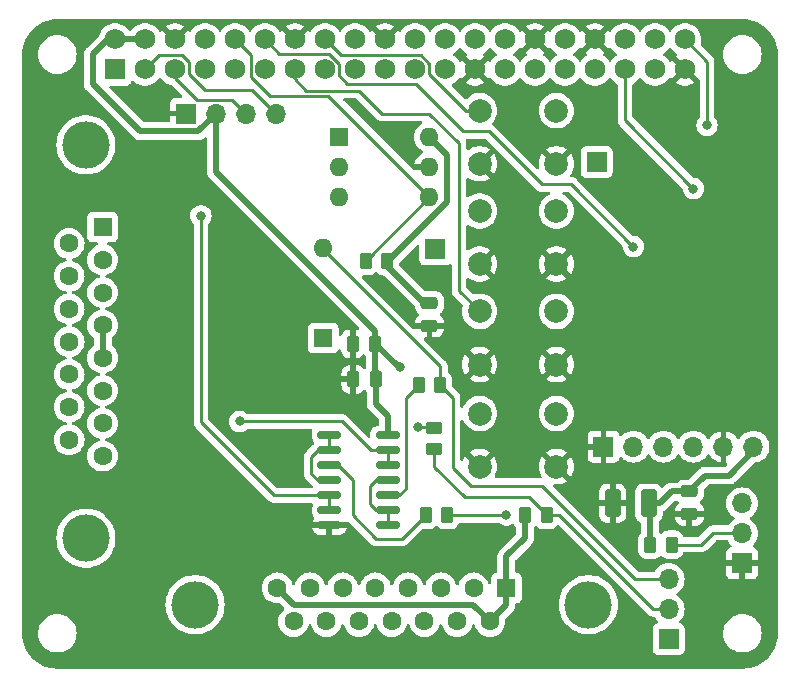
<source format=gtl>
G04 #@! TF.GenerationSoftware,KiCad,Pcbnew,7.0.9*
G04 #@! TF.CreationDate,2023-12-26T00:02:25-07:00*
G04 #@! TF.ProjectId,midi_test,6d696469-5f74-4657-9374-2e6b69636164,rev?*
G04 #@! TF.SameCoordinates,Original*
G04 #@! TF.FileFunction,Copper,L1,Top*
G04 #@! TF.FilePolarity,Positive*
%FSLAX46Y46*%
G04 Gerber Fmt 4.6, Leading zero omitted, Abs format (unit mm)*
G04 Created by KiCad (PCBNEW 7.0.9) date 2023-12-26 00:02:25*
%MOMM*%
%LPD*%
G01*
G04 APERTURE LIST*
G04 Aperture macros list*
%AMRoundRect*
0 Rectangle with rounded corners*
0 $1 Rounding radius*
0 $2 $3 $4 $5 $6 $7 $8 $9 X,Y pos of 4 corners*
0 Add a 4 corners polygon primitive as box body*
4,1,4,$2,$3,$4,$5,$6,$7,$8,$9,$2,$3,0*
0 Add four circle primitives for the rounded corners*
1,1,$1+$1,$2,$3*
1,1,$1+$1,$4,$5*
1,1,$1+$1,$6,$7*
1,1,$1+$1,$8,$9*
0 Add four rect primitives between the rounded corners*
20,1,$1+$1,$2,$3,$4,$5,0*
20,1,$1+$1,$4,$5,$6,$7,0*
20,1,$1+$1,$6,$7,$8,$9,0*
20,1,$1+$1,$8,$9,$2,$3,0*%
G04 Aperture macros list end*
G04 #@! TA.AperFunction,SMDPad,CuDef*
%ADD10RoundRect,0.250000X-0.475000X0.250000X-0.475000X-0.250000X0.475000X-0.250000X0.475000X0.250000X0*%
G04 #@! TD*
G04 #@! TA.AperFunction,ComponentPad*
%ADD11C,4.000000*%
G04 #@! TD*
G04 #@! TA.AperFunction,ComponentPad*
%ADD12R,1.600000X1.600000*%
G04 #@! TD*
G04 #@! TA.AperFunction,ComponentPad*
%ADD13C,1.600000*%
G04 #@! TD*
G04 #@! TA.AperFunction,ComponentPad*
%ADD14C,2.000000*%
G04 #@! TD*
G04 #@! TA.AperFunction,SMDPad,CuDef*
%ADD15RoundRect,0.150000X-0.825000X-0.150000X0.825000X-0.150000X0.825000X0.150000X-0.825000X0.150000X0*%
G04 #@! TD*
G04 #@! TA.AperFunction,ComponentPad*
%ADD16R,1.750000X1.750000*%
G04 #@! TD*
G04 #@! TA.AperFunction,ComponentPad*
%ADD17C,1.750000*%
G04 #@! TD*
G04 #@! TA.AperFunction,SMDPad,CuDef*
%ADD18RoundRect,0.250000X0.262500X0.450000X-0.262500X0.450000X-0.262500X-0.450000X0.262500X-0.450000X0*%
G04 #@! TD*
G04 #@! TA.AperFunction,ComponentPad*
%ADD19R,1.700000X1.700000*%
G04 #@! TD*
G04 #@! TA.AperFunction,ComponentPad*
%ADD20O,1.700000X1.700000*%
G04 #@! TD*
G04 #@! TA.AperFunction,SMDPad,CuDef*
%ADD21RoundRect,0.250000X0.475000X-0.250000X0.475000X0.250000X-0.475000X0.250000X-0.475000X-0.250000X0*%
G04 #@! TD*
G04 #@! TA.AperFunction,ComponentPad*
%ADD22O,1.600000X1.600000*%
G04 #@! TD*
G04 #@! TA.AperFunction,SMDPad,CuDef*
%ADD23RoundRect,0.250000X-0.262500X-0.450000X0.262500X-0.450000X0.262500X0.450000X-0.262500X0.450000X0*%
G04 #@! TD*
G04 #@! TA.AperFunction,SMDPad,CuDef*
%ADD24RoundRect,0.250000X0.250000X0.475000X-0.250000X0.475000X-0.250000X-0.475000X0.250000X-0.475000X0*%
G04 #@! TD*
G04 #@! TA.AperFunction,SMDPad,CuDef*
%ADD25RoundRect,0.250000X0.412500X0.925000X-0.412500X0.925000X-0.412500X-0.925000X0.412500X-0.925000X0*%
G04 #@! TD*
G04 #@! TA.AperFunction,SMDPad,CuDef*
%ADD26RoundRect,0.250000X-0.250000X-0.475000X0.250000X-0.475000X0.250000X0.475000X-0.250000X0.475000X0*%
G04 #@! TD*
G04 #@! TA.AperFunction,SMDPad,CuDef*
%ADD27RoundRect,0.250000X0.450000X-0.262500X0.450000X0.262500X-0.450000X0.262500X-0.450000X-0.262500X0*%
G04 #@! TD*
G04 #@! TA.AperFunction,ViaPad*
%ADD28C,0.800000*%
G04 #@! TD*
G04 #@! TA.AperFunction,Conductor*
%ADD29C,0.500000*%
G04 #@! TD*
G04 #@! TA.AperFunction,Conductor*
%ADD30C,0.250000*%
G04 #@! TD*
G04 APERTURE END LIST*
D10*
X170000000Y-68550000D03*
X170000000Y-70450000D03*
D11*
X150155000Y-94080000D03*
X183455000Y-94080000D03*
D12*
X176500000Y-92660000D03*
D13*
X173730000Y-92660000D03*
X170960000Y-92660000D03*
X168190000Y-92660000D03*
X165420000Y-92660000D03*
X162650000Y-92660000D03*
X159880000Y-92660000D03*
X157110000Y-92660000D03*
X175115000Y-95500000D03*
X172345000Y-95500000D03*
X169575000Y-95500000D03*
X166805000Y-95500000D03*
X164035000Y-95500000D03*
X161265000Y-95500000D03*
X158495000Y-95500000D03*
D14*
X174250000Y-52250000D03*
X180750000Y-52250000D03*
X174250000Y-56750000D03*
X180750000Y-56750000D03*
D15*
X161525000Y-79750000D03*
X161525000Y-81020000D03*
X161525000Y-82290000D03*
X161525000Y-83560000D03*
X161525000Y-84830000D03*
X161525000Y-86100000D03*
X161525000Y-87370000D03*
X166475000Y-87370000D03*
X166475000Y-86100000D03*
X166475000Y-84830000D03*
X166475000Y-83560000D03*
X166475000Y-82290000D03*
X166475000Y-81020000D03*
X166475000Y-79750000D03*
D14*
X174250000Y-77900000D03*
X180750000Y-77900000D03*
X174250000Y-82400000D03*
X180750000Y-82400000D03*
D16*
X143370000Y-48770000D03*
D17*
X143370000Y-46230000D03*
X145910000Y-48770000D03*
X145910000Y-46230000D03*
X148450000Y-48770000D03*
X148450000Y-46230000D03*
X150990000Y-48770000D03*
X150990000Y-46230000D03*
X153530000Y-48770000D03*
X153530000Y-46230000D03*
X156070000Y-48770000D03*
X156070000Y-46230000D03*
X158610000Y-48770000D03*
X158610000Y-46230000D03*
X161150000Y-48770000D03*
X161150000Y-46230000D03*
X163690000Y-48770000D03*
X163690000Y-46230000D03*
X166230000Y-48770000D03*
X166230000Y-46230000D03*
X168770000Y-48770000D03*
X168770000Y-46230000D03*
X171310000Y-48770000D03*
X171310000Y-46230000D03*
X173850000Y-48770000D03*
X173850000Y-46230000D03*
X176390000Y-48770000D03*
X176390000Y-46230000D03*
X178930000Y-48770000D03*
X178930000Y-46230000D03*
X181470000Y-48770000D03*
X181470000Y-46230000D03*
X184010000Y-48770000D03*
X184010000Y-46230000D03*
X186550000Y-48770000D03*
X186550000Y-46230000D03*
X189090000Y-48770000D03*
X189090000Y-46230000D03*
X191630000Y-48770000D03*
X191630000Y-46230000D03*
D18*
X171500000Y-86500000D03*
X169675000Y-86500000D03*
X190500000Y-89000000D03*
X188675000Y-89000000D03*
D19*
X190250000Y-97000000D03*
D20*
X190250000Y-94460000D03*
X190250000Y-91920000D03*
D14*
X174250000Y-60750000D03*
X180750000Y-60750000D03*
X174250000Y-65250000D03*
X180750000Y-65250000D03*
D19*
X149380000Y-52500000D03*
D20*
X151920000Y-52500000D03*
X154460000Y-52500000D03*
X157000000Y-52500000D03*
D21*
X192000000Y-86400000D03*
X192000000Y-84500000D03*
D19*
X184730000Y-80700000D03*
D20*
X187270000Y-80700000D03*
X189810000Y-80700000D03*
X192350000Y-80700000D03*
X194890000Y-80700000D03*
X197430000Y-80700000D03*
D22*
X170000000Y-54475000D03*
X170000000Y-57015000D03*
X170000000Y-59555000D03*
X162380000Y-59555000D03*
X162380000Y-57015000D03*
D12*
X162380000Y-54475000D03*
D19*
X184150000Y-56600000D03*
D14*
X174250000Y-69250000D03*
X180750000Y-69250000D03*
X174250000Y-73750000D03*
X180750000Y-73750000D03*
D19*
X196475000Y-90580000D03*
D20*
X196475000Y-88040000D03*
X196475000Y-85500000D03*
D19*
X170500000Y-64000000D03*
D23*
X178087500Y-86500000D03*
X179912500Y-86500000D03*
X164587500Y-65000000D03*
X166412500Y-65000000D03*
D24*
X165450000Y-75000000D03*
X163550000Y-75000000D03*
D25*
X188575000Y-85500000D03*
X185500000Y-85500000D03*
D26*
X163500000Y-72000000D03*
X165400000Y-72000000D03*
D11*
X140910331Y-55160000D03*
X140910331Y-88460000D03*
D12*
X142330331Y-62115000D03*
D13*
X142330331Y-64885000D03*
X142330331Y-67655000D03*
X142330331Y-70425000D03*
X142330331Y-73195000D03*
X142330331Y-75965000D03*
X142330331Y-78735000D03*
X142330331Y-81505000D03*
X139490331Y-63500000D03*
X139490331Y-66270000D03*
X139490331Y-69040000D03*
X139490331Y-71810000D03*
X139490331Y-74580000D03*
X139490331Y-77350000D03*
X139490331Y-80120000D03*
D23*
X169087500Y-75500000D03*
X170912500Y-75500000D03*
D27*
X170412500Y-80912500D03*
X170412500Y-79087500D03*
D22*
X161000000Y-63880000D03*
D12*
X161000000Y-71500000D03*
D28*
X167500000Y-74000000D03*
X169000000Y-79000000D03*
X153927995Y-78572005D03*
X150650000Y-61150000D03*
X187270000Y-63770000D03*
X192350000Y-58850000D03*
X193500000Y-53500000D03*
X176500000Y-86500000D03*
D29*
X166500000Y-65000000D02*
X171500000Y-60000000D01*
X166412500Y-65000000D02*
X166500000Y-65000000D01*
X171500000Y-60000000D02*
X171500000Y-55975000D01*
X171500000Y-55975000D02*
X170000000Y-54475000D01*
D30*
X170000000Y-52500000D02*
X172500000Y-55000000D01*
X164017004Y-50550000D02*
X165967004Y-52500000D01*
X165967004Y-52500000D02*
X170000000Y-52500000D01*
X172500000Y-67500000D02*
X174250000Y-69250000D01*
X158610000Y-49610000D02*
X159550000Y-50550000D01*
X159550000Y-50550000D02*
X164017004Y-50550000D01*
X172500000Y-55000000D02*
X172500000Y-67500000D01*
X158610000Y-48770000D02*
X158610000Y-49610000D01*
D29*
X169550000Y-68550000D02*
X170000000Y-68550000D01*
X166412500Y-65412500D02*
X169550000Y-68550000D01*
X166412500Y-65000000D02*
X166412500Y-65412500D01*
X165400000Y-72000000D02*
X165400000Y-74950000D01*
X151920000Y-57420000D02*
X151920000Y-52500000D01*
X165400000Y-74950000D02*
X165450000Y-75000000D01*
X141500000Y-47500000D02*
X142770000Y-46230000D01*
X167400000Y-74000000D02*
X167500000Y-74000000D01*
X145500000Y-54000000D02*
X141500000Y-50000000D01*
X150420000Y-54000000D02*
X145500000Y-54000000D01*
X195350000Y-83150000D02*
X197430000Y-81070000D01*
X165400000Y-70900000D02*
X151920000Y-57420000D01*
X188675000Y-89000000D02*
X188675000Y-85600000D01*
X189500000Y-85500000D02*
X190500000Y-84500000D01*
X165400000Y-72000000D02*
X165400000Y-70900000D01*
X142770000Y-46230000D02*
X143370000Y-46230000D01*
X151920000Y-52500000D02*
X150420000Y-54000000D01*
X188675000Y-85600000D02*
X188575000Y-85500000D01*
X152000000Y-52580000D02*
X151920000Y-52500000D01*
X141500000Y-50000000D02*
X141500000Y-47500000D01*
X143370000Y-46230000D02*
X145910000Y-46230000D01*
X165450000Y-75000000D02*
X165450000Y-77087500D01*
X193350000Y-83150000D02*
X195350000Y-83150000D01*
X166475000Y-78112500D02*
X166475000Y-79750000D01*
X192000000Y-84500000D02*
X193350000Y-83150000D01*
X165450000Y-77087500D02*
X166475000Y-78112500D01*
X190500000Y-84500000D02*
X192000000Y-84500000D01*
X188575000Y-85500000D02*
X189500000Y-85500000D01*
X197430000Y-81070000D02*
X197430000Y-80700000D01*
X165400000Y-72000000D02*
X167400000Y-74000000D01*
D30*
X187420000Y-91920000D02*
X179500000Y-84000000D01*
X179500000Y-84000000D02*
X173488083Y-84000000D01*
X170912500Y-75500000D02*
X170912500Y-73912500D01*
X190250000Y-91920000D02*
X187420000Y-91920000D01*
X170912500Y-73912500D02*
X161000000Y-64000000D01*
X172000000Y-76587500D02*
X170912500Y-75500000D01*
X172000000Y-82511917D02*
X172000000Y-76587500D01*
X173488083Y-84000000D02*
X172000000Y-82511917D01*
X169000000Y-79000000D02*
X170325000Y-79000000D01*
X170325000Y-79000000D02*
X170412500Y-79087500D01*
D29*
X176500000Y-90000000D02*
X178087500Y-88412500D01*
X175115000Y-95500000D02*
X173715000Y-94100000D01*
X178087500Y-88412500D02*
X178087500Y-86500000D01*
X176500000Y-92660000D02*
X176500000Y-90000000D01*
X173715000Y-94100000D02*
X158550000Y-94100000D01*
X176500000Y-94115000D02*
X175115000Y-95500000D01*
X176500000Y-92660000D02*
X176500000Y-94115000D01*
X158550000Y-94100000D02*
X157110000Y-92660000D01*
D30*
X153927995Y-78572005D02*
X162572005Y-78572005D01*
X165020000Y-81020000D02*
X166475000Y-81020000D01*
X166475000Y-82290000D02*
X166475000Y-81020000D01*
X162572005Y-78572005D02*
X165020000Y-81020000D01*
X157000000Y-52500000D02*
X155000000Y-50500000D01*
X149650000Y-48150000D02*
X149070000Y-47570000D01*
X149650000Y-49127057D02*
X149650000Y-48150000D01*
X151022943Y-50500000D02*
X149650000Y-49127057D01*
X155000000Y-50500000D02*
X151022943Y-50500000D01*
X149070000Y-47570000D02*
X147110000Y-47570000D01*
X147110000Y-47570000D02*
X145910000Y-48770000D01*
X148450000Y-49450000D02*
X148450000Y-48770000D01*
X150325000Y-51325000D02*
X148450000Y-49450000D01*
X153285000Y-51325000D02*
X150325000Y-51325000D01*
X154460000Y-52500000D02*
X153285000Y-51325000D01*
X150650000Y-78650000D02*
X156830000Y-84830000D01*
X161525000Y-84830000D02*
X161525000Y-86100000D01*
X156830000Y-84830000D02*
X161525000Y-84830000D01*
X150650000Y-61150000D02*
X150650000Y-78650000D01*
X179500000Y-58500000D02*
X175000000Y-54000000D01*
X187270000Y-63770000D02*
X182000000Y-58500000D01*
X172875000Y-54000000D02*
X168845000Y-49970000D01*
X162350000Y-49267057D02*
X162350000Y-48272943D01*
X162350000Y-48272943D02*
X161507057Y-47430000D01*
X157270000Y-47430000D02*
X156070000Y-46230000D01*
X168845000Y-49970000D02*
X163052943Y-49970000D01*
X182000000Y-58500000D02*
X179500000Y-58500000D01*
X175000000Y-54000000D02*
X172875000Y-54000000D01*
X163052943Y-49970000D02*
X162350000Y-49267057D01*
X161507057Y-47430000D02*
X157270000Y-47430000D01*
X173092943Y-52250000D02*
X174250000Y-52250000D01*
X162490000Y-47570000D02*
X169267057Y-47570000D01*
X161150000Y-46230000D02*
X162490000Y-47570000D01*
X170000000Y-48302943D02*
X170000000Y-49157057D01*
X169267057Y-47570000D02*
X170000000Y-48302943D01*
X170000000Y-49157057D02*
X173092943Y-52250000D01*
X186550000Y-53050000D02*
X186550000Y-48770000D01*
X192350000Y-58850000D02*
X186550000Y-53050000D01*
X193500000Y-53500000D02*
X193500000Y-48100000D01*
X193500000Y-48100000D02*
X191630000Y-46230000D01*
X168000000Y-76587500D02*
X169087500Y-75500000D01*
X167449999Y-84830000D02*
X168000000Y-84279999D01*
X166475000Y-84830000D02*
X167449999Y-84830000D01*
X168000000Y-84279999D02*
X168000000Y-76587500D01*
X163500000Y-83500000D02*
X162290000Y-82290000D01*
X163500000Y-86522954D02*
X163500000Y-83500000D01*
X165477046Y-88500000D02*
X163500000Y-86522954D01*
X162290000Y-82290000D02*
X161525000Y-82290000D01*
X169675000Y-86500000D02*
X167675000Y-88500000D01*
X167675000Y-88500000D02*
X165477046Y-88500000D01*
X161525000Y-79750000D02*
X161525000Y-81020000D01*
X160550001Y-83560000D02*
X161525000Y-83560000D01*
X160000000Y-81570001D02*
X160000000Y-83009999D01*
X160550001Y-81020000D02*
X160000000Y-81570001D01*
X161525000Y-81020000D02*
X160550001Y-81020000D01*
X160000000Y-83009999D02*
X160550001Y-83560000D01*
X165500001Y-83560000D02*
X165000000Y-84060001D01*
X166475000Y-83560000D02*
X165500001Y-83560000D01*
X165500001Y-86100000D02*
X166475000Y-86100000D01*
X166475000Y-87370000D02*
X166475000Y-86100000D01*
X165000000Y-85599999D02*
X165500001Y-86100000D01*
X165000000Y-84060001D02*
X165000000Y-85599999D01*
X164587500Y-65000000D02*
X164587500Y-64967500D01*
X153530000Y-46230000D02*
X154870000Y-47570000D01*
X164587500Y-64967500D02*
X170000000Y-59555000D01*
X154870000Y-47570000D02*
X154870000Y-49370000D01*
X156500000Y-51000000D02*
X161445000Y-51000000D01*
X154870000Y-49370000D02*
X156500000Y-51000000D01*
X161445000Y-51000000D02*
X170000000Y-59555000D01*
X178412500Y-85000000D02*
X179912500Y-86500000D01*
X188960000Y-94460000D02*
X190250000Y-94460000D01*
X173000000Y-85000000D02*
X178412500Y-85000000D01*
X179912500Y-86500000D02*
X181000000Y-86500000D01*
X181000000Y-86500000D02*
X188960000Y-94460000D01*
X170412500Y-80912500D02*
X170412500Y-82412500D01*
X170412500Y-82412500D02*
X173000000Y-85000000D01*
X196435000Y-88000000D02*
X196475000Y-88040000D01*
X194000000Y-88000000D02*
X196435000Y-88000000D01*
X190500000Y-89000000D02*
X193000000Y-89000000D01*
X193000000Y-89000000D02*
X194000000Y-88000000D01*
X171500000Y-86500000D02*
X176500000Y-86500000D01*
D29*
X142330331Y-73195000D02*
X142330331Y-70425000D01*
G04 #@! TA.AperFunction,Conductor*
G36*
X163773591Y-51195185D02*
G01*
X163794232Y-51211818D01*
X164657461Y-52075048D01*
X165466201Y-52883788D01*
X165476026Y-52896051D01*
X165476247Y-52895869D01*
X165481218Y-52901878D01*
X165505790Y-52924952D01*
X165531639Y-52949226D01*
X165552533Y-52970120D01*
X165558015Y-52974373D01*
X165562447Y-52978157D01*
X165596422Y-53010062D01*
X165613980Y-53019714D01*
X165630239Y-53030395D01*
X165646068Y-53042673D01*
X165688842Y-53061182D01*
X165694060Y-53063738D01*
X165734912Y-53086197D01*
X165754320Y-53091180D01*
X165772721Y-53097480D01*
X165791108Y-53105437D01*
X165834492Y-53112308D01*
X165837123Y-53112725D01*
X165842843Y-53113909D01*
X165887985Y-53125500D01*
X165908020Y-53125500D01*
X165927418Y-53127026D01*
X165947198Y-53130159D01*
X165947199Y-53130160D01*
X165947199Y-53130159D01*
X165947200Y-53130160D01*
X165993588Y-53125775D01*
X165999426Y-53125500D01*
X169266656Y-53125500D01*
X169333695Y-53145185D01*
X169379450Y-53197989D01*
X169389394Y-53267147D01*
X169360369Y-53330703D01*
X169337779Y-53351075D01*
X169160858Y-53474954D01*
X168999954Y-53635858D01*
X168869432Y-53822265D01*
X168869431Y-53822267D01*
X168773261Y-54028502D01*
X168773258Y-54028511D01*
X168714366Y-54248302D01*
X168714364Y-54248313D01*
X168694532Y-54474998D01*
X168694532Y-54475001D01*
X168714364Y-54701686D01*
X168714366Y-54701697D01*
X168773258Y-54921488D01*
X168773261Y-54921497D01*
X168869431Y-55127732D01*
X168869432Y-55127734D01*
X168999954Y-55314141D01*
X169160858Y-55475045D01*
X169160861Y-55475047D01*
X169347266Y-55605568D01*
X169405865Y-55632893D01*
X169458305Y-55679065D01*
X169477457Y-55746258D01*
X169457242Y-55813139D01*
X169405867Y-55857657D01*
X169347515Y-55884867D01*
X169161179Y-56015342D01*
X169000342Y-56176179D01*
X168869865Y-56362517D01*
X168773734Y-56568673D01*
X168773730Y-56568682D01*
X168721127Y-56764999D01*
X168721128Y-56765000D01*
X169684314Y-56765000D01*
X169672359Y-56776955D01*
X169614835Y-56889852D01*
X169595014Y-57015000D01*
X169614835Y-57140148D01*
X169672359Y-57253045D01*
X169684314Y-57265000D01*
X168696684Y-57265000D01*
X168695824Y-57265628D01*
X168626078Y-57269776D01*
X168566207Y-57236616D01*
X162716772Y-51387181D01*
X162683287Y-51325858D01*
X162688271Y-51256166D01*
X162730143Y-51200233D01*
X162795607Y-51175816D01*
X162804453Y-51175500D01*
X163706552Y-51175500D01*
X163773591Y-51195185D01*
G37*
G04 #@! TD.AperFunction*
G04 #@! TA.AperFunction,Conductor*
G36*
X147261904Y-49474596D02*
G01*
X147283809Y-49499875D01*
X147360814Y-49617742D01*
X147360816Y-49617744D01*
X147360817Y-49617745D01*
X147466781Y-49732853D01*
X147515208Y-49785458D01*
X147515212Y-49785461D01*
X147694552Y-49925047D01*
X147695094Y-49925469D01*
X147695096Y-49925470D01*
X147695099Y-49925472D01*
X147792206Y-49978023D01*
X147895574Y-50033963D01*
X148111177Y-50107980D01*
X148206682Y-50123916D01*
X148269567Y-50154366D01*
X148273954Y-50158544D01*
X149053728Y-50938319D01*
X149087213Y-50999642D01*
X149082229Y-51069334D01*
X149040357Y-51125267D01*
X148974893Y-51149684D01*
X148966047Y-51150000D01*
X148482155Y-51150000D01*
X148422627Y-51156401D01*
X148422620Y-51156403D01*
X148287913Y-51206645D01*
X148287906Y-51206649D01*
X148172812Y-51292809D01*
X148172809Y-51292812D01*
X148086649Y-51407906D01*
X148086645Y-51407913D01*
X148036403Y-51542620D01*
X148036401Y-51542627D01*
X148030000Y-51602155D01*
X148030000Y-52250000D01*
X148946314Y-52250000D01*
X148920507Y-52290156D01*
X148880000Y-52428111D01*
X148880000Y-52571889D01*
X148920507Y-52709844D01*
X148946314Y-52750000D01*
X148030000Y-52750000D01*
X148030000Y-53125500D01*
X148010315Y-53192539D01*
X147957511Y-53238294D01*
X147906000Y-53249500D01*
X145862230Y-53249500D01*
X145795191Y-53229815D01*
X145774549Y-53213181D01*
X142918548Y-50357180D01*
X142885063Y-50295857D01*
X142890047Y-50226165D01*
X142931919Y-50170232D01*
X142997383Y-50145815D01*
X143006229Y-50145499D01*
X144292871Y-50145499D01*
X144292872Y-50145499D01*
X144352483Y-50139091D01*
X144487331Y-50088796D01*
X144602546Y-50002546D01*
X144688796Y-49887331D01*
X144709004Y-49833152D01*
X144727825Y-49782689D01*
X144769696Y-49726755D01*
X144835160Y-49702337D01*
X144903433Y-49717188D01*
X144935235Y-49742036D01*
X144975206Y-49785456D01*
X144975209Y-49785458D01*
X144975212Y-49785461D01*
X145154552Y-49925047D01*
X145155094Y-49925469D01*
X145155096Y-49925470D01*
X145155099Y-49925472D01*
X145252206Y-49978023D01*
X145355574Y-50033963D01*
X145458760Y-50069387D01*
X145571173Y-50107979D01*
X145571175Y-50107979D01*
X145571177Y-50107980D01*
X145796023Y-50145500D01*
X145796024Y-50145500D01*
X146023976Y-50145500D01*
X146023977Y-50145500D01*
X146248823Y-50107980D01*
X146250245Y-50107492D01*
X146292962Y-50092827D01*
X146464426Y-50033963D01*
X146664906Y-49925469D01*
X146844794Y-49785456D01*
X146999183Y-49617745D01*
X147076191Y-49499874D01*
X147129337Y-49454518D01*
X147198568Y-49445094D01*
X147261904Y-49474596D01*
G37*
G04 #@! TD.AperFunction*
G04 #@! TA.AperFunction,Conductor*
G36*
X172661904Y-46934596D02*
G01*
X172683809Y-46959875D01*
X172760814Y-47077742D01*
X172778678Y-47097147D01*
X172914726Y-47244935D01*
X172915208Y-47245458D01*
X172915212Y-47245461D01*
X173094552Y-47385047D01*
X173095094Y-47385469D01*
X173105211Y-47390944D01*
X173105736Y-47391228D01*
X173155328Y-47440446D01*
X173170438Y-47508662D01*
X173146268Y-47574218D01*
X173105740Y-47609338D01*
X173095373Y-47614948D01*
X173069016Y-47635462D01*
X173710401Y-48276847D01*
X173705408Y-48277565D01*
X173572530Y-48338248D01*
X173462131Y-48433910D01*
X173383155Y-48556799D01*
X173360477Y-48634030D01*
X172716873Y-47990427D01*
X172684107Y-48040581D01*
X172630961Y-48085938D01*
X172561730Y-48095362D01*
X172498394Y-48065861D01*
X172476489Y-48040581D01*
X172399185Y-47922257D01*
X172337427Y-47855170D01*
X172244794Y-47754544D01*
X172244793Y-47754543D01*
X172244791Y-47754541D01*
X172244787Y-47754538D01*
X172064909Y-47614533D01*
X172064900Y-47614527D01*
X172054789Y-47609056D01*
X172005197Y-47559838D01*
X171990087Y-47491621D01*
X172014257Y-47426065D01*
X172054789Y-47390944D01*
X172055314Y-47390660D01*
X172064906Y-47385469D01*
X172244794Y-47245456D01*
X172399183Y-47077745D01*
X172476191Y-46959874D01*
X172529337Y-46914518D01*
X172598568Y-46905094D01*
X172661904Y-46934596D01*
G37*
G04 #@! TD.AperFunction*
G04 #@! TA.AperFunction,Conductor*
G36*
X175201904Y-46934596D02*
G01*
X175223809Y-46959875D01*
X175300814Y-47077742D01*
X175318678Y-47097147D01*
X175454726Y-47244935D01*
X175455208Y-47245458D01*
X175455212Y-47245461D01*
X175634552Y-47385047D01*
X175635094Y-47385469D01*
X175635096Y-47385470D01*
X175635099Y-47385472D01*
X175645214Y-47390946D01*
X175694804Y-47440166D01*
X175709911Y-47508382D01*
X175685740Y-47573938D01*
X175645214Y-47609054D01*
X175635099Y-47614527D01*
X175635090Y-47614533D01*
X175455212Y-47754538D01*
X175455208Y-47754541D01*
X175300814Y-47922257D01*
X175223510Y-48040582D01*
X175170363Y-48085939D01*
X175101132Y-48095363D01*
X175037796Y-48065861D01*
X175015892Y-48040582D01*
X174983124Y-47990427D01*
X174339522Y-48634030D01*
X174316845Y-48556799D01*
X174237869Y-48433910D01*
X174127470Y-48338248D01*
X173994592Y-48277565D01*
X173989599Y-48276847D01*
X174630983Y-47635462D01*
X174630983Y-47635461D01*
X174604632Y-47614952D01*
X174604627Y-47614948D01*
X174594260Y-47609338D01*
X174544670Y-47560117D01*
X174529563Y-47491901D01*
X174553735Y-47426345D01*
X174594264Y-47391228D01*
X174594789Y-47390944D01*
X174604906Y-47385469D01*
X174784794Y-47245456D01*
X174939183Y-47077745D01*
X175016191Y-46959874D01*
X175069337Y-46914518D01*
X175138568Y-46905094D01*
X175201904Y-46934596D01*
G37*
G04 #@! TD.AperFunction*
G04 #@! TA.AperFunction,Conductor*
G36*
X190441904Y-46934596D02*
G01*
X190463809Y-46959875D01*
X190540814Y-47077742D01*
X190558678Y-47097147D01*
X190694726Y-47244935D01*
X190695208Y-47245458D01*
X190695212Y-47245461D01*
X190874552Y-47385047D01*
X190875094Y-47385469D01*
X190885211Y-47390944D01*
X190885736Y-47391228D01*
X190935328Y-47440446D01*
X190950438Y-47508662D01*
X190926268Y-47574218D01*
X190885740Y-47609338D01*
X190875373Y-47614948D01*
X190849016Y-47635462D01*
X191490400Y-48276847D01*
X191485408Y-48277565D01*
X191352530Y-48338248D01*
X191242131Y-48433910D01*
X191163155Y-48556799D01*
X191140477Y-48634030D01*
X190496873Y-47990427D01*
X190464107Y-48040581D01*
X190410961Y-48085938D01*
X190341730Y-48095362D01*
X190278394Y-48065861D01*
X190256489Y-48040581D01*
X190179185Y-47922257D01*
X190117427Y-47855170D01*
X190024794Y-47754544D01*
X190024793Y-47754543D01*
X190024791Y-47754541D01*
X190024787Y-47754538D01*
X189844909Y-47614533D01*
X189844900Y-47614527D01*
X189834789Y-47609056D01*
X189785197Y-47559838D01*
X189770087Y-47491621D01*
X189794257Y-47426065D01*
X189834789Y-47390944D01*
X189835314Y-47390660D01*
X189844906Y-47385469D01*
X190024794Y-47245456D01*
X190179183Y-47077745D01*
X190256191Y-46959874D01*
X190309337Y-46914518D01*
X190378568Y-46905094D01*
X190441904Y-46934596D01*
G37*
G04 #@! TD.AperFunction*
G04 #@! TA.AperFunction,Conductor*
G36*
X178463155Y-46443201D02*
G01*
X178542131Y-46566090D01*
X178652530Y-46661752D01*
X178785408Y-46722435D01*
X178790399Y-46723152D01*
X178149015Y-47364536D01*
X178149016Y-47364537D01*
X178175366Y-47385046D01*
X178175372Y-47385050D01*
X178185737Y-47390660D01*
X178235328Y-47439879D01*
X178250436Y-47508095D01*
X178226266Y-47573651D01*
X178185743Y-47608767D01*
X178175100Y-47614527D01*
X178175090Y-47614533D01*
X177995212Y-47754538D01*
X177995208Y-47754541D01*
X177840817Y-47922255D01*
X177763809Y-48040125D01*
X177710662Y-48085481D01*
X177641431Y-48094905D01*
X177578095Y-48065403D01*
X177556191Y-48040125D01*
X177554500Y-48037537D01*
X177479183Y-47922255D01*
X177324794Y-47754544D01*
X177324793Y-47754543D01*
X177324791Y-47754541D01*
X177324787Y-47754538D01*
X177144909Y-47614533D01*
X177144900Y-47614527D01*
X177134789Y-47609056D01*
X177085197Y-47559838D01*
X177070087Y-47491621D01*
X177094257Y-47426065D01*
X177134789Y-47390944D01*
X177135314Y-47390660D01*
X177144906Y-47385469D01*
X177324794Y-47245456D01*
X177479183Y-47077745D01*
X177556490Y-46959416D01*
X177609635Y-46914061D01*
X177678866Y-46904637D01*
X177742202Y-46934138D01*
X177764107Y-46959417D01*
X177796874Y-47009570D01*
X178440477Y-46365968D01*
X178463155Y-46443201D01*
G37*
G04 #@! TD.AperFunction*
G04 #@! TA.AperFunction,Conductor*
G36*
X180063125Y-47009571D02*
G01*
X180095891Y-46959418D01*
X180149037Y-46914060D01*
X180218268Y-46904636D01*
X180281604Y-46934137D01*
X180303509Y-46959416D01*
X180380817Y-47077745D01*
X180535206Y-47245456D01*
X180535208Y-47245458D01*
X180535212Y-47245461D01*
X180714552Y-47385047D01*
X180715094Y-47385469D01*
X180715096Y-47385470D01*
X180715099Y-47385472D01*
X180725214Y-47390946D01*
X180774804Y-47440166D01*
X180789911Y-47508382D01*
X180765740Y-47573938D01*
X180725214Y-47609054D01*
X180715099Y-47614527D01*
X180715090Y-47614533D01*
X180535212Y-47754538D01*
X180535208Y-47754541D01*
X180380817Y-47922255D01*
X180303809Y-48040125D01*
X180250662Y-48085481D01*
X180181431Y-48094905D01*
X180118095Y-48065403D01*
X180096191Y-48040125D01*
X180094500Y-48037537D01*
X180019183Y-47922255D01*
X179864794Y-47754544D01*
X179864793Y-47754543D01*
X179864791Y-47754541D01*
X179864787Y-47754538D01*
X179684909Y-47614533D01*
X179684900Y-47614527D01*
X179674261Y-47608770D01*
X179624670Y-47559551D01*
X179609562Y-47491334D01*
X179633732Y-47425778D01*
X179674265Y-47390658D01*
X179684633Y-47385047D01*
X179710982Y-47364537D01*
X179710982Y-47364536D01*
X179069600Y-46723152D01*
X179074592Y-46722435D01*
X179207470Y-46661752D01*
X179317869Y-46566090D01*
X179396845Y-46443201D01*
X179419522Y-46365969D01*
X180063125Y-47009571D01*
G37*
G04 #@! TD.AperFunction*
G04 #@! TA.AperFunction,Conductor*
G36*
X183543155Y-46443201D02*
G01*
X183622131Y-46566090D01*
X183732530Y-46661752D01*
X183865408Y-46722435D01*
X183870399Y-46723152D01*
X183229015Y-47364536D01*
X183229016Y-47364537D01*
X183255366Y-47385046D01*
X183255372Y-47385050D01*
X183265737Y-47390660D01*
X183315328Y-47439879D01*
X183330436Y-47508095D01*
X183306266Y-47573651D01*
X183265743Y-47608767D01*
X183255100Y-47614527D01*
X183255090Y-47614533D01*
X183075212Y-47754538D01*
X183075208Y-47754541D01*
X182920817Y-47922255D01*
X182843809Y-48040125D01*
X182790662Y-48085481D01*
X182721431Y-48094905D01*
X182658095Y-48065403D01*
X182636191Y-48040125D01*
X182634500Y-48037537D01*
X182559183Y-47922255D01*
X182404794Y-47754544D01*
X182404793Y-47754543D01*
X182404791Y-47754541D01*
X182404787Y-47754538D01*
X182224909Y-47614533D01*
X182224900Y-47614527D01*
X182214789Y-47609056D01*
X182165197Y-47559838D01*
X182150087Y-47491621D01*
X182174257Y-47426065D01*
X182214789Y-47390944D01*
X182215314Y-47390660D01*
X182224906Y-47385469D01*
X182404794Y-47245456D01*
X182559183Y-47077745D01*
X182636490Y-46959416D01*
X182689635Y-46914061D01*
X182758866Y-46904637D01*
X182822202Y-46934138D01*
X182844107Y-46959417D01*
X182876874Y-47009570D01*
X183520477Y-46365968D01*
X183543155Y-46443201D01*
G37*
G04 #@! TD.AperFunction*
G04 #@! TA.AperFunction,Conductor*
G36*
X185143125Y-47009571D02*
G01*
X185175891Y-46959418D01*
X185229037Y-46914060D01*
X185298268Y-46904636D01*
X185361604Y-46934137D01*
X185383509Y-46959416D01*
X185460817Y-47077745D01*
X185615206Y-47245456D01*
X185615208Y-47245458D01*
X185615212Y-47245461D01*
X185794552Y-47385047D01*
X185795094Y-47385469D01*
X185795096Y-47385470D01*
X185795099Y-47385472D01*
X185805214Y-47390946D01*
X185854804Y-47440166D01*
X185869911Y-47508382D01*
X185845740Y-47573938D01*
X185805214Y-47609054D01*
X185795099Y-47614527D01*
X185795090Y-47614533D01*
X185615212Y-47754538D01*
X185615208Y-47754541D01*
X185460817Y-47922255D01*
X185383809Y-48040125D01*
X185330662Y-48085481D01*
X185261431Y-48094905D01*
X185198095Y-48065403D01*
X185176191Y-48040125D01*
X185174500Y-48037537D01*
X185099183Y-47922255D01*
X184944794Y-47754544D01*
X184944793Y-47754543D01*
X184944791Y-47754541D01*
X184944787Y-47754538D01*
X184764909Y-47614533D01*
X184764900Y-47614527D01*
X184754261Y-47608770D01*
X184704670Y-47559551D01*
X184689562Y-47491334D01*
X184713732Y-47425778D01*
X184754265Y-47390658D01*
X184764633Y-47385047D01*
X184790982Y-47364537D01*
X184790982Y-47364536D01*
X184149600Y-46723152D01*
X184154592Y-46722435D01*
X184287470Y-46661752D01*
X184397869Y-46566090D01*
X184476845Y-46443201D01*
X184499522Y-46365969D01*
X185143125Y-47009571D01*
G37*
G04 #@! TD.AperFunction*
G04 #@! TA.AperFunction,Conductor*
G36*
X196501620Y-44500584D02*
G01*
X196646713Y-44508189D01*
X196810288Y-44516762D01*
X196816746Y-44517440D01*
X197120419Y-44565537D01*
X197126765Y-44566886D01*
X197423759Y-44646466D01*
X197429925Y-44648468D01*
X197716967Y-44758653D01*
X197722898Y-44761293D01*
X197996862Y-44900885D01*
X198002467Y-44904121D01*
X198260337Y-45071584D01*
X198265585Y-45075397D01*
X198504533Y-45268893D01*
X198509359Y-45273239D01*
X198726760Y-45490640D01*
X198731106Y-45495466D01*
X198924602Y-45734414D01*
X198928417Y-45739666D01*
X199095874Y-45997526D01*
X199099117Y-46003143D01*
X199238705Y-46277099D01*
X199241346Y-46283032D01*
X199351527Y-46570064D01*
X199353533Y-46576240D01*
X199433113Y-46873234D01*
X199434463Y-46879586D01*
X199482558Y-47183252D01*
X199483237Y-47189710D01*
X199499415Y-47498377D01*
X199499500Y-47501623D01*
X199499500Y-96498376D01*
X199499415Y-96501622D01*
X199483237Y-96810289D01*
X199482558Y-96816747D01*
X199434463Y-97120413D01*
X199433113Y-97126765D01*
X199353533Y-97423759D01*
X199351527Y-97429935D01*
X199241346Y-97716967D01*
X199238705Y-97722900D01*
X199099117Y-97996856D01*
X199095870Y-98002480D01*
X198928419Y-98260331D01*
X198924602Y-98265585D01*
X198731106Y-98504533D01*
X198726760Y-98509359D01*
X198509359Y-98726760D01*
X198504533Y-98731106D01*
X198265585Y-98924602D01*
X198260331Y-98928419D01*
X198002480Y-99095870D01*
X197996856Y-99099117D01*
X197722900Y-99238705D01*
X197716967Y-99241346D01*
X197429935Y-99351527D01*
X197423759Y-99353533D01*
X197126765Y-99433113D01*
X197120413Y-99434463D01*
X196816747Y-99482558D01*
X196810289Y-99483237D01*
X196518862Y-99498511D01*
X196501620Y-99499415D01*
X196498377Y-99499500D01*
X138501623Y-99499500D01*
X138498379Y-99499415D01*
X138480254Y-99498465D01*
X138189710Y-99483237D01*
X138183252Y-99482558D01*
X137879586Y-99434463D01*
X137873234Y-99433113D01*
X137576240Y-99353533D01*
X137570064Y-99351527D01*
X137283032Y-99241346D01*
X137277099Y-99238705D01*
X137003143Y-99099117D01*
X136997526Y-99095874D01*
X136739666Y-98928417D01*
X136734414Y-98924602D01*
X136495466Y-98731106D01*
X136490640Y-98726760D01*
X136273239Y-98509359D01*
X136268893Y-98504533D01*
X136075397Y-98265585D01*
X136071580Y-98260331D01*
X136037300Y-98207544D01*
X135904121Y-98002467D01*
X135900882Y-97996856D01*
X135880820Y-97957483D01*
X135761293Y-97722898D01*
X135758653Y-97716967D01*
X135734081Y-97652955D01*
X135648468Y-97429925D01*
X135646466Y-97423759D01*
X135566886Y-97126765D01*
X135565536Y-97120413D01*
X135517441Y-96816747D01*
X135516762Y-96810288D01*
X135500585Y-96501622D01*
X135500543Y-96500000D01*
X136869474Y-96500000D01*
X136889547Y-96755064D01*
X136949279Y-97003864D01*
X137047188Y-97240239D01*
X137047190Y-97240242D01*
X137180875Y-97458396D01*
X137180878Y-97458401D01*
X137256200Y-97546591D01*
X137347044Y-97652956D01*
X137425551Y-97720007D01*
X137541598Y-97819121D01*
X137541600Y-97819122D01*
X137541601Y-97819123D01*
X137670126Y-97897883D01*
X137759757Y-97952809D01*
X137759760Y-97952811D01*
X137996135Y-98050720D01*
X137996140Y-98050722D01*
X138244930Y-98110452D01*
X138372401Y-98120484D01*
X138436135Y-98125500D01*
X138436137Y-98125500D01*
X138563865Y-98125500D01*
X138618493Y-98121200D01*
X138755070Y-98110452D01*
X139003860Y-98050722D01*
X139133904Y-97996856D01*
X139240239Y-97952811D01*
X139240240Y-97952810D01*
X139240243Y-97952809D01*
X139458399Y-97819123D01*
X139652956Y-97652956D01*
X139819123Y-97458399D01*
X139952809Y-97240243D01*
X140050722Y-97003860D01*
X140110452Y-96755070D01*
X140130526Y-96500000D01*
X140110452Y-96244930D01*
X140050722Y-95996140D01*
X140030159Y-95946496D01*
X139952811Y-95759760D01*
X139952809Y-95759757D01*
X139885244Y-95649501D01*
X139819123Y-95541601D01*
X139819122Y-95541600D01*
X139819121Y-95541598D01*
X139743728Y-95453325D01*
X139652956Y-95347044D01*
X139521359Y-95234650D01*
X139458401Y-95180878D01*
X139458396Y-95180875D01*
X139240242Y-95047190D01*
X139240239Y-95047188D01*
X139003864Y-94949279D01*
X138949233Y-94936163D01*
X138755070Y-94889548D01*
X138755068Y-94889547D01*
X138755065Y-94889547D01*
X138563865Y-94874500D01*
X138563863Y-94874500D01*
X138436137Y-94874500D01*
X138436135Y-94874500D01*
X138244934Y-94889547D01*
X137996135Y-94949279D01*
X137759760Y-95047188D01*
X137759757Y-95047190D01*
X137541603Y-95180875D01*
X137541598Y-95180878D01*
X137347044Y-95347044D01*
X137180878Y-95541598D01*
X137180875Y-95541603D01*
X137047190Y-95759757D01*
X137047188Y-95759760D01*
X136949279Y-95996135D01*
X136919413Y-96120535D01*
X136901436Y-96195416D01*
X136889547Y-96244935D01*
X136869474Y-96500000D01*
X135500543Y-96500000D01*
X135500500Y-96498376D01*
X135500500Y-94080005D01*
X147649556Y-94080005D01*
X147669310Y-94394004D01*
X147669311Y-94394011D01*
X147689520Y-94499948D01*
X147725913Y-94690731D01*
X147728270Y-94703083D01*
X147825497Y-95002316D01*
X147825499Y-95002321D01*
X147959461Y-95287003D01*
X147959464Y-95287009D01*
X148128051Y-95552661D01*
X148128054Y-95552665D01*
X148328606Y-95795090D01*
X148328608Y-95795092D01*
X148557968Y-96010476D01*
X148557978Y-96010484D01*
X148812504Y-96195408D01*
X148812509Y-96195410D01*
X148812516Y-96195416D01*
X149088234Y-96346994D01*
X149088239Y-96346996D01*
X149088241Y-96346997D01*
X149088242Y-96346998D01*
X149380771Y-96462818D01*
X149380774Y-96462819D01*
X149685523Y-96541065D01*
X149685527Y-96541066D01*
X149751010Y-96549338D01*
X149997670Y-96580499D01*
X149997679Y-96580499D01*
X149997682Y-96580500D01*
X149997684Y-96580500D01*
X150312316Y-96580500D01*
X150312318Y-96580500D01*
X150312321Y-96580499D01*
X150312329Y-96580499D01*
X150498593Y-96556968D01*
X150624473Y-96541066D01*
X150929225Y-96462819D01*
X151001741Y-96434108D01*
X151221757Y-96346998D01*
X151221758Y-96346997D01*
X151221756Y-96346997D01*
X151221766Y-96346994D01*
X151497484Y-96195416D01*
X151752030Y-96010478D01*
X151981390Y-95795094D01*
X152181947Y-95552663D01*
X152350537Y-95287007D01*
X152484503Y-95002315D01*
X152581731Y-94703079D01*
X152640688Y-94394015D01*
X152640689Y-94394004D01*
X152660444Y-94080005D01*
X152660444Y-94079994D01*
X152640689Y-93765995D01*
X152640688Y-93765988D01*
X152640688Y-93765985D01*
X152581731Y-93456921D01*
X152484503Y-93157685D01*
X152350537Y-92872993D01*
X152298754Y-92791396D01*
X152181948Y-92607338D01*
X152181945Y-92607334D01*
X151981393Y-92364909D01*
X151981391Y-92364907D01*
X151881752Y-92271339D01*
X151752030Y-92149522D01*
X151752027Y-92149520D01*
X151752021Y-92149515D01*
X151497495Y-91964591D01*
X151497488Y-91964586D01*
X151497484Y-91964584D01*
X151221766Y-91813006D01*
X151221763Y-91813004D01*
X151221758Y-91813002D01*
X151221757Y-91813001D01*
X150929228Y-91697181D01*
X150929225Y-91697180D01*
X150624476Y-91618934D01*
X150624463Y-91618932D01*
X150312329Y-91579500D01*
X150312318Y-91579500D01*
X149997682Y-91579500D01*
X149997670Y-91579500D01*
X149685536Y-91618932D01*
X149685523Y-91618934D01*
X149380774Y-91697180D01*
X149380771Y-91697181D01*
X149088242Y-91813001D01*
X149088241Y-91813002D01*
X148812516Y-91964584D01*
X148812504Y-91964591D01*
X148557978Y-92149515D01*
X148557968Y-92149523D01*
X148328608Y-92364907D01*
X148328606Y-92364909D01*
X148128054Y-92607334D01*
X148128051Y-92607338D01*
X147959464Y-92872990D01*
X147959461Y-92872996D01*
X147825499Y-93157678D01*
X147825497Y-93157683D01*
X147728270Y-93456916D01*
X147669311Y-93765988D01*
X147669310Y-93765995D01*
X147649556Y-94079994D01*
X147649556Y-94080005D01*
X135500500Y-94080005D01*
X135500500Y-88460005D01*
X138404887Y-88460005D01*
X138424641Y-88774004D01*
X138424642Y-88774011D01*
X138434887Y-88827715D01*
X138479421Y-89061174D01*
X138483601Y-89083083D01*
X138580828Y-89382316D01*
X138580830Y-89382321D01*
X138714792Y-89667003D01*
X138714795Y-89667009D01*
X138883382Y-89932661D01*
X138883385Y-89932665D01*
X139083937Y-90175090D01*
X139083939Y-90175092D01*
X139083941Y-90175094D01*
X139189849Y-90274548D01*
X139313299Y-90390476D01*
X139313309Y-90390484D01*
X139567835Y-90575408D01*
X139567840Y-90575410D01*
X139567847Y-90575416D01*
X139843565Y-90726994D01*
X139843570Y-90726996D01*
X139843572Y-90726997D01*
X139843573Y-90726998D01*
X140136102Y-90842818D01*
X140136105Y-90842819D01*
X140400867Y-90910798D01*
X140440858Y-90921066D01*
X140506341Y-90929338D01*
X140753001Y-90960499D01*
X140753010Y-90960499D01*
X140753013Y-90960500D01*
X140753015Y-90960500D01*
X141067647Y-90960500D01*
X141067649Y-90960500D01*
X141067652Y-90960499D01*
X141067660Y-90960499D01*
X141253924Y-90936968D01*
X141379804Y-90921066D01*
X141684556Y-90842819D01*
X141684559Y-90842818D01*
X141977088Y-90726998D01*
X141977089Y-90726997D01*
X141977087Y-90726997D01*
X141977097Y-90726994D01*
X142252815Y-90575416D01*
X142507361Y-90390478D01*
X142736721Y-90175094D01*
X142937278Y-89932663D01*
X143105868Y-89667007D01*
X143239834Y-89382315D01*
X143337062Y-89083079D01*
X143396019Y-88774015D01*
X143399554Y-88717830D01*
X143415775Y-88460005D01*
X143415775Y-88459994D01*
X143396020Y-88145995D01*
X143396019Y-88145988D01*
X143396019Y-88145985D01*
X143337062Y-87836921D01*
X143266580Y-87620001D01*
X160052704Y-87620001D01*
X160052899Y-87622486D01*
X160098718Y-87780198D01*
X160182314Y-87921552D01*
X160182321Y-87921561D01*
X160298438Y-88037678D01*
X160298447Y-88037685D01*
X160439803Y-88121282D01*
X160439806Y-88121283D01*
X160597504Y-88167099D01*
X160597510Y-88167100D01*
X160634356Y-88170000D01*
X161275000Y-88170000D01*
X161275000Y-87620000D01*
X161775000Y-87620000D01*
X161775000Y-88170000D01*
X162415644Y-88170000D01*
X162452489Y-88167100D01*
X162452495Y-88167099D01*
X162610193Y-88121283D01*
X162610196Y-88121282D01*
X162751552Y-88037685D01*
X162751561Y-88037678D01*
X162867678Y-87921561D01*
X162867685Y-87921552D01*
X162951281Y-87780198D01*
X162997100Y-87622486D01*
X162997295Y-87620001D01*
X162997295Y-87620000D01*
X161775000Y-87620000D01*
X161275000Y-87620000D01*
X160052705Y-87620000D01*
X160052704Y-87620001D01*
X143266580Y-87620001D01*
X143239834Y-87537685D01*
X143229627Y-87515995D01*
X143163668Y-87375825D01*
X143105868Y-87252993D01*
X143049712Y-87164505D01*
X142937279Y-86987338D01*
X142937276Y-86987334D01*
X142736724Y-86744909D01*
X142736722Y-86744907D01*
X142558769Y-86577797D01*
X142507361Y-86529522D01*
X142507358Y-86529520D01*
X142507352Y-86529515D01*
X142252826Y-86344591D01*
X142252819Y-86344586D01*
X142252815Y-86344584D01*
X141977097Y-86193006D01*
X141977094Y-86193004D01*
X141977089Y-86193002D01*
X141977088Y-86193001D01*
X141684559Y-86077181D01*
X141684556Y-86077180D01*
X141379807Y-85998934D01*
X141379794Y-85998932D01*
X141067660Y-85959500D01*
X141067649Y-85959500D01*
X140753013Y-85959500D01*
X140753001Y-85959500D01*
X140440867Y-85998932D01*
X140440854Y-85998934D01*
X140136105Y-86077180D01*
X140136102Y-86077181D01*
X139843573Y-86193001D01*
X139843572Y-86193002D01*
X139567847Y-86344584D01*
X139567835Y-86344591D01*
X139313309Y-86529515D01*
X139313299Y-86529523D01*
X139083939Y-86744907D01*
X139083937Y-86744909D01*
X138883385Y-86987334D01*
X138883382Y-86987338D01*
X138714795Y-87252990D01*
X138714792Y-87252996D01*
X138580830Y-87537678D01*
X138580828Y-87537683D01*
X138483601Y-87836916D01*
X138424642Y-88145988D01*
X138424641Y-88145995D01*
X138404887Y-88459994D01*
X138404887Y-88460005D01*
X135500500Y-88460005D01*
X135500500Y-81505001D01*
X141024863Y-81505001D01*
X141044695Y-81731686D01*
X141044697Y-81731697D01*
X141103589Y-81951488D01*
X141103592Y-81951497D01*
X141199762Y-82157732D01*
X141199763Y-82157734D01*
X141330285Y-82344141D01*
X141491189Y-82505045D01*
X141491192Y-82505047D01*
X141677597Y-82635568D01*
X141883835Y-82731739D01*
X142103639Y-82790635D01*
X142265561Y-82804801D01*
X142330329Y-82810468D01*
X142330331Y-82810468D01*
X142330333Y-82810468D01*
X142387004Y-82805509D01*
X142557023Y-82790635D01*
X142776827Y-82731739D01*
X142983065Y-82635568D01*
X143169470Y-82505047D01*
X143330378Y-82344139D01*
X143460899Y-82157734D01*
X143557070Y-81951496D01*
X143615966Y-81731692D01*
X143635799Y-81505000D01*
X143635200Y-81498159D01*
X143627106Y-81405635D01*
X143615966Y-81278308D01*
X143562627Y-81079242D01*
X143557072Y-81058511D01*
X143557069Y-81058502D01*
X143544150Y-81030798D01*
X143460899Y-80852266D01*
X143330378Y-80665861D01*
X143330376Y-80665858D01*
X143169472Y-80504954D01*
X142983065Y-80374432D01*
X142983063Y-80374431D01*
X142776828Y-80278261D01*
X142776819Y-80278258D01*
X142654297Y-80245429D01*
X142633193Y-80239774D01*
X142573533Y-80203410D01*
X142543004Y-80140563D01*
X142551299Y-80071188D01*
X142595784Y-80017310D01*
X142633193Y-80000225D01*
X142776827Y-79961739D01*
X142983065Y-79865568D01*
X143169470Y-79735047D01*
X143330378Y-79574139D01*
X143460899Y-79387734D01*
X143557070Y-79181496D01*
X143615966Y-78961692D01*
X143635799Y-78735000D01*
X143631528Y-78686188D01*
X143622492Y-78582899D01*
X143615966Y-78508308D01*
X143557070Y-78288504D01*
X143460899Y-78082266D01*
X143332657Y-77899116D01*
X143330376Y-77895858D01*
X143169472Y-77734954D01*
X142983065Y-77604432D01*
X142983063Y-77604431D01*
X142776828Y-77508261D01*
X142776819Y-77508258D01*
X142654297Y-77475429D01*
X142633193Y-77469774D01*
X142573533Y-77433410D01*
X142543004Y-77370563D01*
X142551299Y-77301188D01*
X142595784Y-77247310D01*
X142633193Y-77230225D01*
X142776827Y-77191739D01*
X142983065Y-77095568D01*
X143169470Y-76965047D01*
X143330378Y-76804139D01*
X143460899Y-76617734D01*
X143557070Y-76411496D01*
X143615966Y-76191692D01*
X143635799Y-75965000D01*
X143633904Y-75943345D01*
X143620868Y-75794336D01*
X143615966Y-75738308D01*
X143557070Y-75518504D01*
X143460899Y-75312266D01*
X143330378Y-75125861D01*
X143330376Y-75125858D01*
X143169472Y-74964954D01*
X142983065Y-74834432D01*
X142983063Y-74834431D01*
X142776828Y-74738261D01*
X142776819Y-74738258D01*
X142654297Y-74705429D01*
X142633193Y-74699774D01*
X142573533Y-74663410D01*
X142543004Y-74600563D01*
X142551299Y-74531188D01*
X142595784Y-74477310D01*
X142633193Y-74460225D01*
X142776827Y-74421739D01*
X142983065Y-74325568D01*
X143169470Y-74195047D01*
X143330378Y-74034139D01*
X143460899Y-73847734D01*
X143557070Y-73641496D01*
X143615966Y-73421692D01*
X143635799Y-73195000D01*
X143631528Y-73146188D01*
X143621953Y-73036738D01*
X143615966Y-72968308D01*
X143557070Y-72748504D01*
X143460899Y-72542266D01*
X143341421Y-72371632D01*
X143330379Y-72355862D01*
X143265433Y-72290916D01*
X143169470Y-72194953D01*
X143164704Y-72191615D01*
X143133706Y-72169910D01*
X143090082Y-72115332D01*
X143080831Y-72068336D01*
X143080831Y-71551662D01*
X143100516Y-71484623D01*
X143133710Y-71450086D01*
X143133836Y-71449998D01*
X143169470Y-71425047D01*
X143330378Y-71264139D01*
X143460899Y-71077734D01*
X143557070Y-70871496D01*
X143615966Y-70651692D01*
X143635799Y-70425000D01*
X143635347Y-70419838D01*
X143616631Y-70205909D01*
X143615966Y-70198308D01*
X143557070Y-69978504D01*
X143460899Y-69772266D01*
X143330378Y-69585861D01*
X143330376Y-69585858D01*
X143169472Y-69424954D01*
X142983065Y-69294432D01*
X142983063Y-69294431D01*
X142776828Y-69198261D01*
X142776819Y-69198258D01*
X142654297Y-69165429D01*
X142633193Y-69159774D01*
X142573533Y-69123410D01*
X142543004Y-69060563D01*
X142551299Y-68991188D01*
X142595784Y-68937310D01*
X142633193Y-68920225D01*
X142776827Y-68881739D01*
X142983065Y-68785568D01*
X143169470Y-68655047D01*
X143330378Y-68494139D01*
X143460899Y-68307734D01*
X143557070Y-68101496D01*
X143615966Y-67881692D01*
X143635799Y-67655000D01*
X143632549Y-67617858D01*
X143627488Y-67560001D01*
X143615966Y-67428308D01*
X143557070Y-67208504D01*
X143460899Y-67002266D01*
X143330378Y-66815861D01*
X143330376Y-66815858D01*
X143169472Y-66654954D01*
X142983065Y-66524432D01*
X142983063Y-66524431D01*
X142776828Y-66428261D01*
X142776819Y-66428258D01*
X142654297Y-66395429D01*
X142633193Y-66389774D01*
X142573533Y-66353410D01*
X142543004Y-66290563D01*
X142551299Y-66221188D01*
X142595784Y-66167310D01*
X142633193Y-66150225D01*
X142776827Y-66111739D01*
X142983065Y-66015568D01*
X143169470Y-65885047D01*
X143330378Y-65724139D01*
X143460899Y-65537734D01*
X143557070Y-65331496D01*
X143615966Y-65111692D01*
X143634000Y-64905563D01*
X143635799Y-64885001D01*
X143635799Y-64884998D01*
X143620962Y-64715416D01*
X143615966Y-64658308D01*
X143557070Y-64438504D01*
X143460899Y-64232266D01*
X143330378Y-64045861D01*
X143330376Y-64045858D01*
X143169472Y-63884954D01*
X142983065Y-63754432D01*
X142983063Y-63754431D01*
X142776828Y-63658261D01*
X142771733Y-63656407D01*
X142772490Y-63654325D01*
X142720948Y-63622908D01*
X142690419Y-63560061D01*
X142698714Y-63490686D01*
X142743200Y-63436808D01*
X142809752Y-63415534D01*
X142812683Y-63415499D01*
X143178203Y-63415499D01*
X143237814Y-63409091D01*
X143372662Y-63358796D01*
X143487877Y-63272546D01*
X143574127Y-63157331D01*
X143624422Y-63022483D01*
X143630831Y-62962873D01*
X143630830Y-61267128D01*
X143624422Y-61207517D01*
X143574127Y-61072669D01*
X143574126Y-61072668D01*
X143574124Y-61072664D01*
X143487878Y-60957455D01*
X143487875Y-60957452D01*
X143372666Y-60871206D01*
X143372659Y-60871202D01*
X143237813Y-60820908D01*
X143237814Y-60820908D01*
X143178214Y-60814501D01*
X143178212Y-60814500D01*
X143178204Y-60814500D01*
X143178195Y-60814500D01*
X141482460Y-60814500D01*
X141482454Y-60814501D01*
X141422847Y-60820908D01*
X141288002Y-60871202D01*
X141287995Y-60871206D01*
X141172786Y-60957452D01*
X141172783Y-60957455D01*
X141086537Y-61072664D01*
X141086533Y-61072671D01*
X141036239Y-61207517D01*
X141029832Y-61267116D01*
X141029832Y-61267123D01*
X141029831Y-61267135D01*
X141029831Y-62962870D01*
X141029832Y-62962876D01*
X141036239Y-63022483D01*
X141086533Y-63157328D01*
X141086537Y-63157335D01*
X141172783Y-63272544D01*
X141172786Y-63272547D01*
X141287995Y-63358793D01*
X141288002Y-63358797D01*
X141422848Y-63409091D01*
X141422847Y-63409091D01*
X141429775Y-63409835D01*
X141482458Y-63415500D01*
X141847959Y-63415499D01*
X141914996Y-63435183D01*
X141960751Y-63487987D01*
X141970695Y-63557146D01*
X141941670Y-63620701D01*
X141888394Y-63654939D01*
X141888929Y-63656407D01*
X141883833Y-63658261D01*
X141677598Y-63754431D01*
X141677596Y-63754432D01*
X141491189Y-63884954D01*
X141330285Y-64045858D01*
X141199763Y-64232265D01*
X141199762Y-64232267D01*
X141103592Y-64438502D01*
X141103589Y-64438511D01*
X141044697Y-64658302D01*
X141044695Y-64658313D01*
X141024863Y-64884998D01*
X141024863Y-64885001D01*
X141044695Y-65111686D01*
X141044697Y-65111697D01*
X141103589Y-65331488D01*
X141103592Y-65331497D01*
X141199762Y-65537732D01*
X141199763Y-65537734D01*
X141330285Y-65724141D01*
X141491189Y-65885045D01*
X141491192Y-65885047D01*
X141677597Y-66015568D01*
X141883835Y-66111739D01*
X141883840Y-66111740D01*
X141883842Y-66111741D01*
X142027467Y-66150225D01*
X142087128Y-66186590D01*
X142117657Y-66249437D01*
X142109362Y-66318812D01*
X142064877Y-66372690D01*
X142027467Y-66389775D01*
X141883842Y-66428258D01*
X141883833Y-66428261D01*
X141677598Y-66524431D01*
X141677596Y-66524432D01*
X141491189Y-66654954D01*
X141330285Y-66815858D01*
X141199763Y-67002265D01*
X141199762Y-67002267D01*
X141103592Y-67208502D01*
X141103589Y-67208511D01*
X141044697Y-67428302D01*
X141044695Y-67428313D01*
X141024863Y-67654998D01*
X141024863Y-67655001D01*
X141044695Y-67881686D01*
X141044697Y-67881697D01*
X141103589Y-68101488D01*
X141103592Y-68101497D01*
X141199762Y-68307732D01*
X141199763Y-68307734D01*
X141330285Y-68494141D01*
X141491189Y-68655045D01*
X141491192Y-68655047D01*
X141677597Y-68785568D01*
X141883835Y-68881739D01*
X141883840Y-68881740D01*
X141883842Y-68881741D01*
X142027467Y-68920225D01*
X142087128Y-68956590D01*
X142117657Y-69019437D01*
X142109362Y-69088812D01*
X142064877Y-69142690D01*
X142027467Y-69159775D01*
X141883842Y-69198258D01*
X141883833Y-69198261D01*
X141677598Y-69294431D01*
X141677596Y-69294432D01*
X141491189Y-69424954D01*
X141330285Y-69585858D01*
X141199763Y-69772265D01*
X141199762Y-69772267D01*
X141103592Y-69978502D01*
X141103589Y-69978511D01*
X141044697Y-70198302D01*
X141044695Y-70198313D01*
X141024863Y-70424998D01*
X141024863Y-70425001D01*
X141044695Y-70651686D01*
X141044697Y-70651697D01*
X141103589Y-70871488D01*
X141103592Y-70871497D01*
X141199762Y-71077732D01*
X141199763Y-71077734D01*
X141330285Y-71264141D01*
X141491190Y-71425046D01*
X141526952Y-71450086D01*
X141570578Y-71504662D01*
X141579831Y-71551662D01*
X141579831Y-72068336D01*
X141560146Y-72135375D01*
X141526956Y-72169910D01*
X141491194Y-72194951D01*
X141330282Y-72355862D01*
X141199763Y-72542265D01*
X141199762Y-72542267D01*
X141103592Y-72748502D01*
X141103589Y-72748511D01*
X141044697Y-72968302D01*
X141044695Y-72968313D01*
X141024863Y-73194998D01*
X141024863Y-73195001D01*
X141044695Y-73421686D01*
X141044697Y-73421697D01*
X141103589Y-73641488D01*
X141103592Y-73641497D01*
X141199762Y-73847732D01*
X141199763Y-73847734D01*
X141330285Y-74034141D01*
X141491189Y-74195045D01*
X141491192Y-74195047D01*
X141677597Y-74325568D01*
X141883835Y-74421739D01*
X141883840Y-74421740D01*
X141883842Y-74421741D01*
X142027467Y-74460225D01*
X142087128Y-74496590D01*
X142117657Y-74559437D01*
X142109362Y-74628812D01*
X142064877Y-74682690D01*
X142027467Y-74699775D01*
X141883842Y-74738258D01*
X141883833Y-74738261D01*
X141677598Y-74834431D01*
X141677596Y-74834432D01*
X141491189Y-74964954D01*
X141330285Y-75125858D01*
X141199763Y-75312265D01*
X141199762Y-75312267D01*
X141103592Y-75518502D01*
X141103589Y-75518511D01*
X141044697Y-75738302D01*
X141044695Y-75738313D01*
X141024863Y-75964998D01*
X141024863Y-75965001D01*
X141044695Y-76191686D01*
X141044697Y-76191697D01*
X141103589Y-76411488D01*
X141103592Y-76411497D01*
X141199762Y-76617732D01*
X141199763Y-76617734D01*
X141330285Y-76804141D01*
X141491189Y-76965045D01*
X141505716Y-76975217D01*
X141677597Y-77095568D01*
X141883835Y-77191739D01*
X141883840Y-77191740D01*
X141883842Y-77191741D01*
X142027467Y-77230225D01*
X142087128Y-77266590D01*
X142117657Y-77329437D01*
X142109362Y-77398812D01*
X142064877Y-77452690D01*
X142027467Y-77469775D01*
X141883842Y-77508258D01*
X141883833Y-77508261D01*
X141677598Y-77604431D01*
X141677596Y-77604432D01*
X141491189Y-77734954D01*
X141330285Y-77895858D01*
X141199763Y-78082265D01*
X141199762Y-78082267D01*
X141103592Y-78288502D01*
X141103589Y-78288511D01*
X141044697Y-78508302D01*
X141044695Y-78508313D01*
X141024863Y-78734998D01*
X141024863Y-78735001D01*
X141044695Y-78961686D01*
X141044697Y-78961697D01*
X141103589Y-79181488D01*
X141103592Y-79181497D01*
X141199762Y-79387732D01*
X141199763Y-79387734D01*
X141330285Y-79574141D01*
X141491189Y-79735045D01*
X141491192Y-79735047D01*
X141677597Y-79865568D01*
X141883835Y-79961739D01*
X141883840Y-79961740D01*
X141883842Y-79961741D01*
X142027467Y-80000225D01*
X142087128Y-80036590D01*
X142117657Y-80099437D01*
X142109362Y-80168812D01*
X142064877Y-80222690D01*
X142027467Y-80239775D01*
X141883842Y-80278258D01*
X141883833Y-80278261D01*
X141677598Y-80374431D01*
X141677596Y-80374432D01*
X141491189Y-80504954D01*
X141330285Y-80665858D01*
X141199763Y-80852265D01*
X141199762Y-80852267D01*
X141103592Y-81058502D01*
X141103589Y-81058511D01*
X141044697Y-81278302D01*
X141044695Y-81278313D01*
X141024863Y-81504998D01*
X141024863Y-81505001D01*
X135500500Y-81505001D01*
X135500500Y-80120001D01*
X138184863Y-80120001D01*
X138204695Y-80346686D01*
X138204697Y-80346697D01*
X138263589Y-80566488D01*
X138263592Y-80566497D01*
X138359762Y-80772732D01*
X138359763Y-80772734D01*
X138490285Y-80959141D01*
X138651189Y-81120045D01*
X138651192Y-81120047D01*
X138837597Y-81250568D01*
X139043835Y-81346739D01*
X139263639Y-81405635D01*
X139425561Y-81419801D01*
X139490329Y-81425468D01*
X139490331Y-81425468D01*
X139490333Y-81425468D01*
X139547004Y-81420509D01*
X139717023Y-81405635D01*
X139936827Y-81346739D01*
X140143065Y-81250568D01*
X140329470Y-81120047D01*
X140490378Y-80959139D01*
X140620899Y-80772734D01*
X140717070Y-80566496D01*
X140775966Y-80346692D01*
X140795799Y-80120000D01*
X140792971Y-80087681D01*
X140779031Y-79928341D01*
X140775966Y-79893308D01*
X140717070Y-79673504D01*
X140620899Y-79467266D01*
X140490378Y-79280861D01*
X140490376Y-79280858D01*
X140329472Y-79119954D01*
X140143065Y-78989432D01*
X140143063Y-78989431D01*
X139936828Y-78893261D01*
X139936819Y-78893258D01*
X139814297Y-78860429D01*
X139793193Y-78854774D01*
X139733533Y-78818410D01*
X139703004Y-78755563D01*
X139711299Y-78686188D01*
X139755784Y-78632310D01*
X139793193Y-78615225D01*
X139936827Y-78576739D01*
X140143065Y-78480568D01*
X140329470Y-78350047D01*
X140490378Y-78189139D01*
X140620899Y-78002734D01*
X140717070Y-77796496D01*
X140775966Y-77576692D01*
X140795799Y-77350000D01*
X140794392Y-77333923D01*
X140788502Y-77266590D01*
X140775966Y-77123308D01*
X140717070Y-76903504D01*
X140620899Y-76697266D01*
X140490378Y-76510861D01*
X140490376Y-76510858D01*
X140329472Y-76349954D01*
X140143065Y-76219432D01*
X140143063Y-76219431D01*
X139936828Y-76123261D01*
X139936819Y-76123258D01*
X139814297Y-76090429D01*
X139793193Y-76084774D01*
X139733533Y-76048410D01*
X139703004Y-75985563D01*
X139711299Y-75916188D01*
X139755784Y-75862310D01*
X139793193Y-75845225D01*
X139936827Y-75806739D01*
X140143065Y-75710568D01*
X140329470Y-75580047D01*
X140490378Y-75419139D01*
X140620899Y-75232734D01*
X140717070Y-75026496D01*
X140775966Y-74806692D01*
X140795799Y-74580000D01*
X140791528Y-74531188D01*
X140786614Y-74475013D01*
X140775966Y-74353308D01*
X140727275Y-74171590D01*
X140717072Y-74133511D01*
X140717069Y-74133502D01*
X140704423Y-74106383D01*
X140620899Y-73927266D01*
X140496777Y-73750000D01*
X140490376Y-73740858D01*
X140329472Y-73579954D01*
X140143065Y-73449432D01*
X140143063Y-73449431D01*
X139936828Y-73353261D01*
X139936819Y-73353258D01*
X139810261Y-73319348D01*
X139793193Y-73314774D01*
X139733533Y-73278410D01*
X139703004Y-73215563D01*
X139711299Y-73146188D01*
X139755784Y-73092310D01*
X139793193Y-73075225D01*
X139936827Y-73036739D01*
X140143065Y-72940568D01*
X140329470Y-72810047D01*
X140490378Y-72649139D01*
X140620899Y-72462734D01*
X140717070Y-72256496D01*
X140775966Y-72036692D01*
X140795799Y-71810000D01*
X140775966Y-71583308D01*
X140717070Y-71363504D01*
X140620899Y-71157266D01*
X140490378Y-70970861D01*
X140490376Y-70970858D01*
X140329472Y-70809954D01*
X140143065Y-70679432D01*
X140143063Y-70679431D01*
X139936828Y-70583261D01*
X139936819Y-70583258D01*
X139814297Y-70550429D01*
X139793193Y-70544774D01*
X139733533Y-70508410D01*
X139703004Y-70445563D01*
X139711299Y-70376188D01*
X139755784Y-70322310D01*
X139793193Y-70305225D01*
X139936827Y-70266739D01*
X140143065Y-70170568D01*
X140329470Y-70040047D01*
X140490378Y-69879139D01*
X140620899Y-69692734D01*
X140717070Y-69486496D01*
X140775966Y-69266692D01*
X140795799Y-69040000D01*
X140791528Y-68991188D01*
X140788170Y-68952797D01*
X140775966Y-68813308D01*
X140717070Y-68593504D01*
X140620899Y-68387266D01*
X140490378Y-68200861D01*
X140490376Y-68200858D01*
X140329472Y-68039954D01*
X140143065Y-67909432D01*
X140143063Y-67909431D01*
X139936828Y-67813261D01*
X139936819Y-67813258D01*
X139814297Y-67780429D01*
X139793193Y-67774774D01*
X139733533Y-67738410D01*
X139703004Y-67675563D01*
X139711299Y-67606188D01*
X139755784Y-67552310D01*
X139793193Y-67535225D01*
X139936827Y-67496739D01*
X140143065Y-67400568D01*
X140329470Y-67270047D01*
X140490378Y-67109139D01*
X140620899Y-66922734D01*
X140717070Y-66716496D01*
X140775966Y-66496692D01*
X140795799Y-66270000D01*
X140791528Y-66221188D01*
X140783972Y-66134814D01*
X140775966Y-66043308D01*
X140717070Y-65823504D01*
X140620899Y-65617266D01*
X140490378Y-65430861D01*
X140490376Y-65430858D01*
X140329472Y-65269954D01*
X140143065Y-65139432D01*
X140143063Y-65139431D01*
X139936828Y-65043261D01*
X139936819Y-65043258D01*
X139814297Y-65010429D01*
X139793193Y-65004774D01*
X139733533Y-64968410D01*
X139703004Y-64905563D01*
X139711299Y-64836188D01*
X139755784Y-64782310D01*
X139793193Y-64765225D01*
X139936827Y-64726739D01*
X140143065Y-64630568D01*
X140329470Y-64500047D01*
X140490378Y-64339139D01*
X140620899Y-64152734D01*
X140717070Y-63946496D01*
X140775966Y-63726692D01*
X140795799Y-63500000D01*
X140775966Y-63273308D01*
X140717070Y-63053504D01*
X140620899Y-62847266D01*
X140490378Y-62660861D01*
X140490376Y-62660858D01*
X140329472Y-62499954D01*
X140143065Y-62369432D01*
X140143063Y-62369431D01*
X139936828Y-62273261D01*
X139936819Y-62273258D01*
X139717028Y-62214366D01*
X139717024Y-62214365D01*
X139717023Y-62214365D01*
X139717022Y-62214364D01*
X139717017Y-62214364D01*
X139490333Y-62194532D01*
X139490329Y-62194532D01*
X139263644Y-62214364D01*
X139263633Y-62214366D01*
X139043842Y-62273258D01*
X139043833Y-62273261D01*
X138837598Y-62369431D01*
X138837596Y-62369432D01*
X138651189Y-62499954D01*
X138490285Y-62660858D01*
X138359763Y-62847265D01*
X138359762Y-62847267D01*
X138263592Y-63053502D01*
X138263589Y-63053511D01*
X138204697Y-63273302D01*
X138204695Y-63273313D01*
X138184863Y-63499998D01*
X138184863Y-63500001D01*
X138204695Y-63726686D01*
X138204697Y-63726697D01*
X138263589Y-63946488D01*
X138263592Y-63946497D01*
X138359762Y-64152732D01*
X138359763Y-64152734D01*
X138490285Y-64339141D01*
X138651189Y-64500045D01*
X138651192Y-64500047D01*
X138837597Y-64630568D01*
X139043835Y-64726739D01*
X139043840Y-64726740D01*
X139043842Y-64726741D01*
X139187467Y-64765225D01*
X139247128Y-64801590D01*
X139277657Y-64864437D01*
X139269362Y-64933812D01*
X139224877Y-64987690D01*
X139187467Y-65004775D01*
X139043842Y-65043258D01*
X139043833Y-65043261D01*
X138837598Y-65139431D01*
X138837596Y-65139432D01*
X138651189Y-65269954D01*
X138490285Y-65430858D01*
X138359763Y-65617265D01*
X138359762Y-65617267D01*
X138263592Y-65823502D01*
X138263589Y-65823511D01*
X138204697Y-66043302D01*
X138204695Y-66043313D01*
X138184863Y-66269998D01*
X138184863Y-66270001D01*
X138204695Y-66496686D01*
X138204697Y-66496697D01*
X138263589Y-66716488D01*
X138263592Y-66716497D01*
X138359762Y-66922732D01*
X138359763Y-66922734D01*
X138490285Y-67109141D01*
X138651189Y-67270045D01*
X138651192Y-67270047D01*
X138837597Y-67400568D01*
X139043835Y-67496739D01*
X139043840Y-67496740D01*
X139043842Y-67496741D01*
X139187467Y-67535225D01*
X139247128Y-67571590D01*
X139277657Y-67634437D01*
X139269362Y-67703812D01*
X139224877Y-67757690D01*
X139187467Y-67774775D01*
X139043842Y-67813258D01*
X139043833Y-67813261D01*
X138837598Y-67909431D01*
X138837596Y-67909432D01*
X138651189Y-68039954D01*
X138490285Y-68200858D01*
X138359763Y-68387265D01*
X138359762Y-68387267D01*
X138263592Y-68593502D01*
X138263589Y-68593511D01*
X138204697Y-68813302D01*
X138204695Y-68813313D01*
X138184863Y-69039998D01*
X138184863Y-69040001D01*
X138204695Y-69266686D01*
X138204697Y-69266697D01*
X138263589Y-69486488D01*
X138263592Y-69486497D01*
X138359762Y-69692732D01*
X138359763Y-69692734D01*
X138490285Y-69879141D01*
X138651189Y-70040045D01*
X138651192Y-70040047D01*
X138837597Y-70170568D01*
X139043835Y-70266739D01*
X139043840Y-70266740D01*
X139043842Y-70266741D01*
X139187467Y-70305225D01*
X139247128Y-70341590D01*
X139277657Y-70404437D01*
X139269362Y-70473812D01*
X139224877Y-70527690D01*
X139187467Y-70544775D01*
X139043842Y-70583258D01*
X139043833Y-70583261D01*
X138837598Y-70679431D01*
X138837596Y-70679432D01*
X138651189Y-70809954D01*
X138490285Y-70970858D01*
X138359763Y-71157265D01*
X138359762Y-71157267D01*
X138263592Y-71363502D01*
X138263589Y-71363511D01*
X138204697Y-71583302D01*
X138204695Y-71583313D01*
X138184863Y-71809998D01*
X138184863Y-71810001D01*
X138204695Y-72036686D01*
X138204697Y-72036697D01*
X138263589Y-72256488D01*
X138263592Y-72256497D01*
X138359762Y-72462732D01*
X138359763Y-72462734D01*
X138490285Y-72649141D01*
X138651189Y-72810045D01*
X138651192Y-72810047D01*
X138837597Y-72940568D01*
X139043835Y-73036739D01*
X139043840Y-73036740D01*
X139043842Y-73036741D01*
X139187467Y-73075225D01*
X139247128Y-73111590D01*
X139277657Y-73174437D01*
X139269362Y-73243812D01*
X139224877Y-73297690D01*
X139187467Y-73314775D01*
X139043842Y-73353258D01*
X139043833Y-73353261D01*
X138837598Y-73449431D01*
X138837596Y-73449432D01*
X138651189Y-73579954D01*
X138490285Y-73740858D01*
X138359763Y-73927265D01*
X138359762Y-73927267D01*
X138263592Y-74133502D01*
X138263589Y-74133511D01*
X138204697Y-74353302D01*
X138204695Y-74353313D01*
X138184863Y-74579998D01*
X138184863Y-74580001D01*
X138204695Y-74806686D01*
X138204697Y-74806697D01*
X138263589Y-75026488D01*
X138263592Y-75026497D01*
X138359762Y-75232732D01*
X138359763Y-75232734D01*
X138490285Y-75419141D01*
X138651189Y-75580045D01*
X138651192Y-75580047D01*
X138837597Y-75710568D01*
X139043835Y-75806739D01*
X139043840Y-75806740D01*
X139043842Y-75806741D01*
X139187467Y-75845225D01*
X139247128Y-75881590D01*
X139277657Y-75944437D01*
X139269362Y-76013812D01*
X139224877Y-76067690D01*
X139187467Y-76084775D01*
X139043842Y-76123258D01*
X139043833Y-76123261D01*
X138837598Y-76219431D01*
X138837596Y-76219432D01*
X138651189Y-76349954D01*
X138490285Y-76510858D01*
X138359763Y-76697265D01*
X138359762Y-76697267D01*
X138263592Y-76903502D01*
X138263589Y-76903511D01*
X138204697Y-77123302D01*
X138204695Y-77123313D01*
X138184863Y-77349998D01*
X138184863Y-77350001D01*
X138204695Y-77576686D01*
X138204697Y-77576697D01*
X138263589Y-77796488D01*
X138263592Y-77796497D01*
X138359762Y-78002732D01*
X138359763Y-78002734D01*
X138490285Y-78189141D01*
X138651189Y-78350045D01*
X138651192Y-78350047D01*
X138837597Y-78480568D01*
X139043835Y-78576739D01*
X139043840Y-78576740D01*
X139043842Y-78576741D01*
X139187467Y-78615225D01*
X139247128Y-78651590D01*
X139277657Y-78714437D01*
X139269362Y-78783812D01*
X139224877Y-78837690D01*
X139187467Y-78854775D01*
X139043842Y-78893258D01*
X139043833Y-78893261D01*
X138837598Y-78989431D01*
X138837596Y-78989432D01*
X138651189Y-79119954D01*
X138490285Y-79280858D01*
X138359763Y-79467265D01*
X138359762Y-79467267D01*
X138263592Y-79673502D01*
X138263589Y-79673511D01*
X138204697Y-79893302D01*
X138204695Y-79893313D01*
X138184863Y-80119998D01*
X138184863Y-80120001D01*
X135500500Y-80120001D01*
X135500500Y-55160005D01*
X138404887Y-55160005D01*
X138424641Y-55474004D01*
X138424642Y-55474011D01*
X138431062Y-55507664D01*
X138471337Y-55718796D01*
X138483601Y-55783083D01*
X138580828Y-56082316D01*
X138580830Y-56082321D01*
X138714792Y-56367003D01*
X138714795Y-56367009D01*
X138883382Y-56632661D01*
X138883385Y-56632665D01*
X139083937Y-56875090D01*
X139083939Y-56875092D01*
X139083941Y-56875094D01*
X139295897Y-57074134D01*
X139313299Y-57090476D01*
X139313309Y-57090484D01*
X139567835Y-57275408D01*
X139567840Y-57275410D01*
X139567847Y-57275416D01*
X139843565Y-57426994D01*
X139843570Y-57426996D01*
X139843572Y-57426997D01*
X139843573Y-57426998D01*
X140136102Y-57542818D01*
X140136105Y-57542819D01*
X140336436Y-57594255D01*
X140440858Y-57621066D01*
X140506341Y-57629338D01*
X140753001Y-57660499D01*
X140753010Y-57660499D01*
X140753013Y-57660500D01*
X140753015Y-57660500D01*
X141067647Y-57660500D01*
X141067649Y-57660500D01*
X141067652Y-57660499D01*
X141067660Y-57660499D01*
X141253924Y-57636968D01*
X141379804Y-57621066D01*
X141684556Y-57542819D01*
X141798052Y-57497883D01*
X141977088Y-57426998D01*
X141977089Y-57426997D01*
X141977087Y-57426997D01*
X141977097Y-57426994D01*
X142252815Y-57275416D01*
X142507361Y-57090478D01*
X142736721Y-56875094D01*
X142937278Y-56632663D01*
X143105868Y-56367007D01*
X143239834Y-56082315D01*
X143337062Y-55783079D01*
X143396019Y-55474015D01*
X143396020Y-55474004D01*
X143415775Y-55160005D01*
X143415775Y-55159994D01*
X143396020Y-54845995D01*
X143396019Y-54845988D01*
X143396019Y-54845985D01*
X143337062Y-54536921D01*
X143239834Y-54237685D01*
X143105868Y-53952993D01*
X142992216Y-53773905D01*
X142937279Y-53687338D01*
X142937276Y-53687334D01*
X142736724Y-53444909D01*
X142736722Y-53444907D01*
X142682295Y-53393796D01*
X142507361Y-53229522D01*
X142507358Y-53229520D01*
X142507352Y-53229515D01*
X142252826Y-53044591D01*
X142252819Y-53044586D01*
X142252815Y-53044584D01*
X141977097Y-52893006D01*
X141977094Y-52893004D01*
X141977089Y-52893002D01*
X141977088Y-52893001D01*
X141684559Y-52777181D01*
X141684556Y-52777180D01*
X141379807Y-52698934D01*
X141379794Y-52698932D01*
X141067660Y-52659500D01*
X141067649Y-52659500D01*
X140753013Y-52659500D01*
X140753001Y-52659500D01*
X140440867Y-52698932D01*
X140440854Y-52698934D01*
X140136105Y-52777180D01*
X140136102Y-52777181D01*
X139843573Y-52893001D01*
X139843572Y-52893002D01*
X139567847Y-53044584D01*
X139567835Y-53044591D01*
X139313309Y-53229515D01*
X139313299Y-53229523D01*
X139083939Y-53444907D01*
X139083937Y-53444909D01*
X138883385Y-53687334D01*
X138883382Y-53687338D01*
X138714795Y-53952990D01*
X138714792Y-53952996D01*
X138580830Y-54237678D01*
X138580828Y-54237683D01*
X138483601Y-54536916D01*
X138424642Y-54845988D01*
X138424641Y-54845995D01*
X138404887Y-55159994D01*
X138404887Y-55160005D01*
X135500500Y-55160005D01*
X135500500Y-49978025D01*
X140744710Y-49978025D01*
X140749264Y-50030064D01*
X140749500Y-50035470D01*
X140749500Y-50043709D01*
X140753306Y-50076274D01*
X140760000Y-50152791D01*
X140761461Y-50159867D01*
X140761403Y-50159878D01*
X140763034Y-50167237D01*
X140763092Y-50167224D01*
X140764757Y-50174250D01*
X140791025Y-50246424D01*
X140815185Y-50319331D01*
X140818236Y-50325874D01*
X140818182Y-50325898D01*
X140821470Y-50332688D01*
X140821521Y-50332663D01*
X140824761Y-50339113D01*
X140824762Y-50339114D01*
X140824763Y-50339117D01*
X140866965Y-50403283D01*
X140907287Y-50468655D01*
X140911766Y-50474319D01*
X140911719Y-50474356D01*
X140916482Y-50480202D01*
X140916528Y-50480164D01*
X140921173Y-50485700D01*
X140977018Y-50538386D01*
X144924267Y-54485634D01*
X144936048Y-54499266D01*
X144950390Y-54518530D01*
X144990420Y-54552119D01*
X144994392Y-54555759D01*
X145000223Y-54561590D01*
X145000222Y-54561590D01*
X145022021Y-54578825D01*
X145025944Y-54581927D01*
X145084786Y-54631302D01*
X145084794Y-54631306D01*
X145090824Y-54635273D01*
X145090790Y-54635323D01*
X145097137Y-54639366D01*
X145097169Y-54639316D01*
X145103318Y-54643108D01*
X145103320Y-54643109D01*
X145103323Y-54643111D01*
X145172930Y-54675569D01*
X145241567Y-54710040D01*
X145241576Y-54710042D01*
X145248355Y-54712510D01*
X145248334Y-54712567D01*
X145255451Y-54715040D01*
X145255470Y-54714984D01*
X145262330Y-54717257D01*
X145337532Y-54732784D01*
X145412279Y-54750500D01*
X145412288Y-54750500D01*
X145419452Y-54751338D01*
X145419445Y-54751397D01*
X145426946Y-54752163D01*
X145426952Y-54752104D01*
X145434140Y-54752733D01*
X145434143Y-54752732D01*
X145434144Y-54752733D01*
X145510898Y-54750500D01*
X150356295Y-54750500D01*
X150374265Y-54751809D01*
X150398023Y-54755289D01*
X150450068Y-54750735D01*
X150455470Y-54750500D01*
X150463704Y-54750500D01*
X150463709Y-54750500D01*
X150475327Y-54749141D01*
X150496276Y-54746693D01*
X150509028Y-54745577D01*
X150572797Y-54739999D01*
X150572805Y-54739996D01*
X150579866Y-54738539D01*
X150579878Y-54738598D01*
X150587243Y-54736965D01*
X150587229Y-54736906D01*
X150594246Y-54735241D01*
X150594255Y-54735241D01*
X150666423Y-54708974D01*
X150739334Y-54684814D01*
X150739343Y-54684807D01*
X150745882Y-54681760D01*
X150745908Y-54681816D01*
X150752690Y-54678532D01*
X150752663Y-54678478D01*
X150759106Y-54675240D01*
X150759117Y-54675237D01*
X150823283Y-54633034D01*
X150888656Y-54592712D01*
X150888662Y-54592705D01*
X150894325Y-54588229D01*
X150894362Y-54588277D01*
X150900204Y-54583518D01*
X150900164Y-54583471D01*
X150905691Y-54578832D01*
X150905696Y-54578830D01*
X150945235Y-54536921D01*
X150955305Y-54526247D01*
X151015627Y-54490992D01*
X151085435Y-54493947D01*
X151142563Y-54534173D01*
X151168874Y-54598899D01*
X151169500Y-54611340D01*
X151169500Y-57356294D01*
X151168191Y-57374263D01*
X151164710Y-57398025D01*
X151169264Y-57450064D01*
X151169500Y-57455470D01*
X151169500Y-57463709D01*
X151173306Y-57496274D01*
X151180000Y-57572791D01*
X151181461Y-57579867D01*
X151181403Y-57579878D01*
X151183034Y-57587237D01*
X151183092Y-57587224D01*
X151184757Y-57594250D01*
X151211025Y-57666424D01*
X151235185Y-57739331D01*
X151238236Y-57745874D01*
X151238182Y-57745898D01*
X151241470Y-57752688D01*
X151241521Y-57752663D01*
X151244761Y-57759113D01*
X151244762Y-57759114D01*
X151244763Y-57759117D01*
X151286965Y-57823283D01*
X151327287Y-57888655D01*
X151331766Y-57894319D01*
X151331719Y-57894356D01*
X151336482Y-57900202D01*
X151336528Y-57900164D01*
X151341173Y-57905700D01*
X151397017Y-57958385D01*
X164014881Y-70576249D01*
X164048366Y-70637572D01*
X164043382Y-70707264D01*
X164001510Y-70763197D01*
X163936046Y-70787614D01*
X163909474Y-70785757D01*
X163909431Y-70786182D01*
X163799986Y-70775000D01*
X163750000Y-70775000D01*
X163750000Y-73224999D01*
X163799972Y-73224999D01*
X163799986Y-73224998D01*
X163902697Y-73214505D01*
X164069119Y-73159358D01*
X164069124Y-73159356D01*
X164218345Y-73067315D01*
X164342318Y-72943342D01*
X164344165Y-72940348D01*
X164345969Y-72938724D01*
X164346798Y-72937677D01*
X164346976Y-72937818D01*
X164396110Y-72893621D01*
X164465073Y-72882396D01*
X164529156Y-72910236D01*
X164555243Y-72940341D01*
X164557288Y-72943656D01*
X164557289Y-72943657D01*
X164613181Y-72999549D01*
X164646666Y-73060872D01*
X164649500Y-73087230D01*
X164649500Y-73962770D01*
X164629815Y-74029809D01*
X164613181Y-74050451D01*
X164607288Y-74056343D01*
X164607283Y-74056349D01*
X164605241Y-74059661D01*
X164603247Y-74061453D01*
X164602807Y-74062011D01*
X164602711Y-74061935D01*
X164553291Y-74106383D01*
X164484328Y-74117602D01*
X164420247Y-74089755D01*
X164394168Y-74059656D01*
X164392319Y-74056659D01*
X164392316Y-74056655D01*
X164268345Y-73932684D01*
X164119124Y-73840643D01*
X164119119Y-73840641D01*
X163952697Y-73785494D01*
X163952690Y-73785493D01*
X163849986Y-73775000D01*
X163800000Y-73775000D01*
X163800000Y-76224999D01*
X163849972Y-76224999D01*
X163849986Y-76224998D01*
X163952697Y-76214505D01*
X164119119Y-76159358D01*
X164119124Y-76159356D01*
X164268345Y-76067315D01*
X164392318Y-75943342D01*
X164394165Y-75940348D01*
X164395969Y-75938724D01*
X164396798Y-75937677D01*
X164396976Y-75937818D01*
X164446110Y-75893621D01*
X164515073Y-75882396D01*
X164579156Y-75910236D01*
X164605243Y-75940341D01*
X164607288Y-75943656D01*
X164607289Y-75943657D01*
X164663181Y-75999549D01*
X164696666Y-76060872D01*
X164699500Y-76087230D01*
X164699500Y-77023794D01*
X164698191Y-77041763D01*
X164694710Y-77065525D01*
X164699264Y-77117564D01*
X164699500Y-77122970D01*
X164699500Y-77131209D01*
X164703306Y-77163774D01*
X164710000Y-77240291D01*
X164711461Y-77247367D01*
X164711403Y-77247378D01*
X164713034Y-77254737D01*
X164713092Y-77254724D01*
X164714757Y-77261750D01*
X164741025Y-77333924D01*
X164765185Y-77406831D01*
X164768236Y-77413374D01*
X164768182Y-77413398D01*
X164771470Y-77420188D01*
X164771521Y-77420163D01*
X164774761Y-77426613D01*
X164774762Y-77426614D01*
X164774763Y-77426617D01*
X164803148Y-77469775D01*
X164816965Y-77490783D01*
X164857287Y-77556155D01*
X164861766Y-77561819D01*
X164861719Y-77561856D01*
X164866482Y-77567702D01*
X164866528Y-77567664D01*
X164871173Y-77573200D01*
X164927017Y-77625885D01*
X165688181Y-78387049D01*
X165721666Y-78448372D01*
X165724500Y-78474730D01*
X165724500Y-78825500D01*
X165704815Y-78892539D01*
X165652011Y-78938294D01*
X165600500Y-78949500D01*
X165584304Y-78949500D01*
X165547432Y-78952401D01*
X165547426Y-78952402D01*
X165389606Y-78998254D01*
X165389603Y-78998255D01*
X165248137Y-79081917D01*
X165248129Y-79081923D01*
X165131923Y-79198129D01*
X165131917Y-79198137D01*
X165048255Y-79339603D01*
X165048254Y-79339606D01*
X165002402Y-79497426D01*
X165002401Y-79497432D01*
X164999500Y-79534304D01*
X164999500Y-79815547D01*
X164979815Y-79882586D01*
X164927011Y-79928341D01*
X164857853Y-79938285D01*
X164794297Y-79909260D01*
X164787819Y-79903228D01*
X163072808Y-78188217D01*
X163062985Y-78175955D01*
X163062764Y-78176139D01*
X163057791Y-78170128D01*
X163046565Y-78159586D01*
X163007369Y-78122778D01*
X162996924Y-78112333D01*
X162986480Y-78101888D01*
X162980991Y-78097630D01*
X162976566Y-78093852D01*
X162942587Y-78061943D01*
X162942585Y-78061941D01*
X162942582Y-78061940D01*
X162925034Y-78052293D01*
X162908768Y-78041609D01*
X162906422Y-78039789D01*
X162892941Y-78029332D01*
X162892940Y-78029331D01*
X162892938Y-78029330D01*
X162850173Y-78010823D01*
X162844927Y-78008253D01*
X162804098Y-77985808D01*
X162804097Y-77985807D01*
X162784698Y-77980827D01*
X162766286Y-77974523D01*
X162747903Y-77966567D01*
X162747897Y-77966565D01*
X162701879Y-77959277D01*
X162696157Y-77958092D01*
X162651026Y-77946505D01*
X162651024Y-77946505D01*
X162630989Y-77946505D01*
X162611591Y-77944978D01*
X162604167Y-77943802D01*
X162591810Y-77941845D01*
X162591809Y-77941845D01*
X162545421Y-77946230D01*
X162539583Y-77946505D01*
X154631743Y-77946505D01*
X154564704Y-77926820D01*
X154539595Y-77905479D01*
X154533868Y-77899119D01*
X154533864Y-77899115D01*
X154380729Y-77787856D01*
X154380724Y-77787853D01*
X154207802Y-77710862D01*
X154207797Y-77710860D01*
X154061996Y-77679870D01*
X154022641Y-77671505D01*
X153833349Y-77671505D01*
X153800892Y-77678403D01*
X153648192Y-77710860D01*
X153648187Y-77710862D01*
X153475265Y-77787853D01*
X153475260Y-77787856D01*
X153322124Y-77899116D01*
X153195461Y-78039790D01*
X153100816Y-78203720D01*
X153100813Y-78203727D01*
X153048119Y-78365905D01*
X153042321Y-78383749D01*
X153022535Y-78572005D01*
X153042321Y-78760261D01*
X153042322Y-78760264D01*
X153100813Y-78940282D01*
X153100816Y-78940289D01*
X153195462Y-79104221D01*
X153297180Y-79217190D01*
X153322124Y-79244893D01*
X153475260Y-79356153D01*
X153475265Y-79356156D01*
X153648187Y-79433147D01*
X153648192Y-79433149D01*
X153833349Y-79472505D01*
X153833350Y-79472505D01*
X154022639Y-79472505D01*
X154022641Y-79472505D01*
X154207798Y-79433149D01*
X154380725Y-79356156D01*
X154533866Y-79244893D01*
X154536783Y-79241652D01*
X154539595Y-79238531D01*
X154599082Y-79201884D01*
X154631743Y-79197505D01*
X159974386Y-79197505D01*
X160041425Y-79217190D01*
X160087180Y-79269994D01*
X160097124Y-79339152D01*
X160093462Y-79356100D01*
X160052402Y-79497426D01*
X160052401Y-79497432D01*
X160049500Y-79534304D01*
X160049500Y-79965696D01*
X160052401Y-80002567D01*
X160052402Y-80002573D01*
X160098254Y-80160393D01*
X160098255Y-80160396D01*
X160098256Y-80160398D01*
X160123693Y-80203410D01*
X160181917Y-80301862D01*
X160186702Y-80308031D01*
X160184256Y-80309927D01*
X160210857Y-80358642D01*
X160205873Y-80428334D01*
X160185075Y-80460712D01*
X160186700Y-80461973D01*
X160181916Y-80468139D01*
X160147151Y-80526922D01*
X160122807Y-80553689D01*
X160124100Y-80555066D01*
X160118416Y-80560404D01*
X160118414Y-80560405D01*
X160118414Y-80560406D01*
X160113376Y-80566496D01*
X160088710Y-80596310D01*
X160084778Y-80600632D01*
X159616208Y-81069200D01*
X159603951Y-81079021D01*
X159604134Y-81079242D01*
X159598123Y-81084214D01*
X159550772Y-81134637D01*
X159529889Y-81155520D01*
X159529877Y-81155533D01*
X159525621Y-81161018D01*
X159521837Y-81165448D01*
X159489937Y-81199419D01*
X159489936Y-81199421D01*
X159480284Y-81216977D01*
X159469610Y-81233227D01*
X159457329Y-81249062D01*
X159457324Y-81249069D01*
X159438815Y-81291839D01*
X159436245Y-81297085D01*
X159413803Y-81337907D01*
X159408822Y-81357308D01*
X159402521Y-81375711D01*
X159394562Y-81394103D01*
X159394561Y-81394106D01*
X159387271Y-81440128D01*
X159386087Y-81445847D01*
X159374501Y-81490973D01*
X159374500Y-81490983D01*
X159374500Y-81511017D01*
X159372973Y-81530414D01*
X159369840Y-81550197D01*
X159371814Y-81571078D01*
X159374225Y-81596584D01*
X159374500Y-81602422D01*
X159374500Y-82927254D01*
X159372775Y-82942871D01*
X159373061Y-82942898D01*
X159372326Y-82950664D01*
X159374500Y-83019813D01*
X159374500Y-83049342D01*
X159374501Y-83049359D01*
X159375368Y-83056230D01*
X159375826Y-83062049D01*
X159377290Y-83108623D01*
X159377291Y-83108626D01*
X159382880Y-83127866D01*
X159386824Y-83146910D01*
X159389336Y-83166791D01*
X159401007Y-83196269D01*
X159406490Y-83210118D01*
X159408382Y-83215646D01*
X159421381Y-83260387D01*
X159431580Y-83277633D01*
X159440136Y-83295099D01*
X159447514Y-83313731D01*
X159474898Y-83351422D01*
X159478106Y-83356306D01*
X159501827Y-83396415D01*
X159501833Y-83396423D01*
X159515990Y-83410579D01*
X159528628Y-83425375D01*
X159540405Y-83441585D01*
X159540406Y-83441586D01*
X159576309Y-83471287D01*
X159580620Y-83475209D01*
X159933317Y-83827907D01*
X160049198Y-83943788D01*
X160059023Y-83956051D01*
X160059244Y-83955869D01*
X160064211Y-83961874D01*
X160094277Y-83990107D01*
X160129672Y-84050348D01*
X160126880Y-84120162D01*
X160086787Y-84177383D01*
X160022122Y-84203845D01*
X160009394Y-84204500D01*
X157140452Y-84204500D01*
X157073413Y-84184815D01*
X157052771Y-84168181D01*
X151311819Y-78427228D01*
X151278334Y-78365905D01*
X151275500Y-78339547D01*
X151275500Y-75250000D01*
X162550001Y-75250000D01*
X162550001Y-75524986D01*
X162560494Y-75627697D01*
X162615641Y-75794119D01*
X162615643Y-75794124D01*
X162707684Y-75943345D01*
X162831654Y-76067315D01*
X162980875Y-76159356D01*
X162980880Y-76159358D01*
X163147302Y-76214505D01*
X163147309Y-76214506D01*
X163250019Y-76224999D01*
X163299999Y-76224998D01*
X163300000Y-76224998D01*
X163300000Y-75250000D01*
X162550001Y-75250000D01*
X151275500Y-75250000D01*
X151275500Y-74750000D01*
X162550000Y-74750000D01*
X163300000Y-74750000D01*
X163300000Y-73775000D01*
X163299999Y-73774999D01*
X163250029Y-73775000D01*
X163250011Y-73775001D01*
X163147302Y-73785494D01*
X162980880Y-73840641D01*
X162980875Y-73840643D01*
X162831654Y-73932684D01*
X162707684Y-74056654D01*
X162615643Y-74205875D01*
X162615641Y-74205880D01*
X162560494Y-74372302D01*
X162560493Y-74372309D01*
X162550000Y-74475013D01*
X162550000Y-74750000D01*
X151275500Y-74750000D01*
X151275500Y-72347870D01*
X159699500Y-72347870D01*
X159699501Y-72347876D01*
X159705908Y-72407483D01*
X159756202Y-72542328D01*
X159756206Y-72542335D01*
X159842452Y-72657544D01*
X159842455Y-72657547D01*
X159957664Y-72743793D01*
X159957671Y-72743797D01*
X160092517Y-72794091D01*
X160092516Y-72794091D01*
X160099444Y-72794835D01*
X160152127Y-72800500D01*
X161847872Y-72800499D01*
X161907483Y-72794091D01*
X162042331Y-72743796D01*
X162157546Y-72657546D01*
X162243796Y-72542331D01*
X162260733Y-72496918D01*
X162302603Y-72440986D01*
X162368066Y-72416568D01*
X162436340Y-72431419D01*
X162485746Y-72480823D01*
X162500273Y-72527649D01*
X162510494Y-72627697D01*
X162565641Y-72794119D01*
X162565643Y-72794124D01*
X162657684Y-72943345D01*
X162781654Y-73067315D01*
X162930875Y-73159356D01*
X162930880Y-73159358D01*
X163097302Y-73214505D01*
X163097309Y-73214506D01*
X163200019Y-73224999D01*
X163249999Y-73224998D01*
X163250000Y-73224998D01*
X163250000Y-70775000D01*
X163249999Y-70774999D01*
X163200029Y-70775000D01*
X163200011Y-70775001D01*
X163097302Y-70785494D01*
X162930880Y-70840641D01*
X162930875Y-70840643D01*
X162781654Y-70932684D01*
X162657684Y-71056654D01*
X162565643Y-71205875D01*
X162565642Y-71205878D01*
X162542205Y-71276607D01*
X162502432Y-71334051D01*
X162437916Y-71360874D01*
X162369140Y-71348559D01*
X162317940Y-71301015D01*
X162300499Y-71237602D01*
X162300499Y-70652129D01*
X162300498Y-70652123D01*
X162300497Y-70652116D01*
X162294091Y-70592517D01*
X162288023Y-70576249D01*
X162243797Y-70457671D01*
X162243793Y-70457664D01*
X162157547Y-70342455D01*
X162157544Y-70342452D01*
X162042335Y-70256206D01*
X162042328Y-70256202D01*
X161907482Y-70205908D01*
X161907483Y-70205908D01*
X161847883Y-70199501D01*
X161847881Y-70199500D01*
X161847873Y-70199500D01*
X161847864Y-70199500D01*
X160152129Y-70199500D01*
X160152123Y-70199501D01*
X160092516Y-70205908D01*
X159957671Y-70256202D01*
X159957664Y-70256206D01*
X159842455Y-70342452D01*
X159842452Y-70342455D01*
X159756206Y-70457664D01*
X159756202Y-70457671D01*
X159705908Y-70592517D01*
X159701065Y-70637572D01*
X159699501Y-70652123D01*
X159699500Y-70652135D01*
X159699500Y-72347870D01*
X151275500Y-72347870D01*
X151275500Y-61848687D01*
X151295185Y-61781648D01*
X151307350Y-61765715D01*
X151326954Y-61743942D01*
X151382533Y-61682216D01*
X151477179Y-61518284D01*
X151535674Y-61338256D01*
X151555460Y-61150000D01*
X151535674Y-60961744D01*
X151477187Y-60781741D01*
X151477181Y-60781722D01*
X151477180Y-60781721D01*
X151477179Y-60781716D01*
X151382533Y-60617784D01*
X151255871Y-60477112D01*
X151255870Y-60477111D01*
X151102734Y-60365851D01*
X151102729Y-60365848D01*
X150929807Y-60288857D01*
X150929802Y-60288855D01*
X150784001Y-60257865D01*
X150744646Y-60249500D01*
X150555354Y-60249500D01*
X150522897Y-60256398D01*
X150370197Y-60288855D01*
X150370192Y-60288857D01*
X150197270Y-60365848D01*
X150197265Y-60365851D01*
X150044129Y-60477111D01*
X149917466Y-60617785D01*
X149822821Y-60781715D01*
X149822818Y-60781722D01*
X149764327Y-60961740D01*
X149764326Y-60961744D01*
X149744540Y-61150000D01*
X149764326Y-61338256D01*
X149764327Y-61338259D01*
X149822818Y-61518277D01*
X149822821Y-61518284D01*
X149917467Y-61682216D01*
X149960772Y-61730310D01*
X149992650Y-61765715D01*
X150022880Y-61828706D01*
X150024500Y-61848687D01*
X150024500Y-78567255D01*
X150022775Y-78582872D01*
X150023061Y-78582899D01*
X150022327Y-78590662D01*
X150024500Y-78659814D01*
X150024500Y-78689343D01*
X150024501Y-78689360D01*
X150025368Y-78696231D01*
X150025826Y-78702050D01*
X150027290Y-78748624D01*
X150027291Y-78748627D01*
X150032880Y-78767867D01*
X150036824Y-78786911D01*
X150039336Y-78806792D01*
X150043936Y-78818410D01*
X150056490Y-78850119D01*
X150058382Y-78855647D01*
X150071381Y-78900388D01*
X150081580Y-78917634D01*
X150090136Y-78935100D01*
X150092191Y-78940289D01*
X150097514Y-78953732D01*
X150124898Y-78991423D01*
X150128106Y-78996307D01*
X150151827Y-79036416D01*
X150151833Y-79036424D01*
X150165990Y-79050580D01*
X150178628Y-79065376D01*
X150190405Y-79081586D01*
X150190406Y-79081587D01*
X150226309Y-79111288D01*
X150230620Y-79115210D01*
X154804828Y-83689419D01*
X156329197Y-85213788D01*
X156339022Y-85226051D01*
X156339243Y-85225869D01*
X156344214Y-85231878D01*
X156363513Y-85250000D01*
X156394635Y-85279226D01*
X156415529Y-85300120D01*
X156421011Y-85304373D01*
X156425443Y-85308157D01*
X156459418Y-85340062D01*
X156476976Y-85349714D01*
X156493233Y-85360393D01*
X156509064Y-85372673D01*
X156528737Y-85381186D01*
X156551833Y-85391182D01*
X156557077Y-85393750D01*
X156597908Y-85416197D01*
X156610523Y-85419435D01*
X156617305Y-85421177D01*
X156635719Y-85427481D01*
X156654104Y-85435438D01*
X156700157Y-85442732D01*
X156705826Y-85443906D01*
X156750981Y-85455500D01*
X156771016Y-85455500D01*
X156790413Y-85457026D01*
X156810196Y-85460160D01*
X156856584Y-85455775D01*
X156862422Y-85455500D01*
X160019308Y-85455500D01*
X160086347Y-85475185D01*
X160132102Y-85527989D01*
X160142046Y-85597147D01*
X160126041Y-85642620D01*
X160098254Y-85689605D01*
X160098254Y-85689606D01*
X160052402Y-85847426D01*
X160052401Y-85847432D01*
X160049500Y-85884304D01*
X160049500Y-86315696D01*
X160052401Y-86352567D01*
X160052402Y-86352573D01*
X160098254Y-86510393D01*
X160098255Y-86510396D01*
X160098256Y-86510398D01*
X160114874Y-86538498D01*
X160181917Y-86651862D01*
X160186702Y-86658031D01*
X160184369Y-86659840D01*
X160211210Y-86708995D01*
X160206226Y-86778687D01*
X160185470Y-86811021D01*
X160187097Y-86812283D01*
X160182313Y-86818449D01*
X160098718Y-86959801D01*
X160052899Y-87117513D01*
X160052704Y-87119998D01*
X160052705Y-87120000D01*
X162997295Y-87120000D01*
X163013104Y-87102897D01*
X163073065Y-87067029D01*
X163142898Y-87069273D01*
X163191841Y-87099385D01*
X164084764Y-87992309D01*
X164976243Y-88883788D01*
X164986068Y-88896051D01*
X164986289Y-88895869D01*
X164991260Y-88901878D01*
X165010581Y-88920021D01*
X165041681Y-88949226D01*
X165062575Y-88970120D01*
X165068057Y-88974373D01*
X165072489Y-88978157D01*
X165106464Y-89010062D01*
X165124022Y-89019714D01*
X165140281Y-89030395D01*
X165156110Y-89042673D01*
X165198884Y-89061182D01*
X165204102Y-89063738D01*
X165244954Y-89086197D01*
X165264362Y-89091180D01*
X165282763Y-89097480D01*
X165301150Y-89105437D01*
X165344534Y-89112308D01*
X165347165Y-89112725D01*
X165352885Y-89113909D01*
X165398027Y-89125500D01*
X165418062Y-89125500D01*
X165437460Y-89127026D01*
X165457240Y-89130159D01*
X165457241Y-89130160D01*
X165457241Y-89130159D01*
X165457242Y-89130160D01*
X165503630Y-89125775D01*
X165509468Y-89125500D01*
X167592257Y-89125500D01*
X167607877Y-89127224D01*
X167607904Y-89126939D01*
X167615660Y-89127671D01*
X167615667Y-89127673D01*
X167684814Y-89125500D01*
X167714350Y-89125500D01*
X167721228Y-89124630D01*
X167727041Y-89124172D01*
X167773627Y-89122709D01*
X167792869Y-89117117D01*
X167811912Y-89113174D01*
X167831792Y-89110664D01*
X167875122Y-89093507D01*
X167880646Y-89091617D01*
X167884396Y-89090527D01*
X167925390Y-89078618D01*
X167942629Y-89068422D01*
X167960103Y-89059862D01*
X167978727Y-89052488D01*
X167978727Y-89052487D01*
X167978732Y-89052486D01*
X168016449Y-89025082D01*
X168021305Y-89021892D01*
X168061420Y-88998170D01*
X168075589Y-88983999D01*
X168090379Y-88971368D01*
X168106587Y-88959594D01*
X168136299Y-88923676D01*
X168140212Y-88919376D01*
X169322772Y-87736816D01*
X169384093Y-87703333D01*
X169410442Y-87700499D01*
X169987508Y-87700499D01*
X169987516Y-87700498D01*
X169987519Y-87700498D01*
X170043802Y-87694748D01*
X170090297Y-87689999D01*
X170256834Y-87634814D01*
X170406156Y-87542712D01*
X170499819Y-87449049D01*
X170561142Y-87415564D01*
X170630834Y-87420548D01*
X170675181Y-87449049D01*
X170768844Y-87542712D01*
X170918166Y-87634814D01*
X171084703Y-87689999D01*
X171187491Y-87700500D01*
X171812508Y-87700499D01*
X171812516Y-87700498D01*
X171812519Y-87700498D01*
X171868802Y-87694748D01*
X171915297Y-87689999D01*
X172081834Y-87634814D01*
X172231156Y-87542712D01*
X172355212Y-87418656D01*
X172447314Y-87269334D01*
X172466811Y-87210493D01*
X172506584Y-87153051D01*
X172571100Y-87126228D01*
X172584517Y-87125500D01*
X175796252Y-87125500D01*
X175863291Y-87145185D01*
X175888400Y-87166526D01*
X175894126Y-87172885D01*
X175894130Y-87172889D01*
X176047265Y-87284148D01*
X176047270Y-87284151D01*
X176220192Y-87361142D01*
X176220197Y-87361144D01*
X176405354Y-87400500D01*
X176405355Y-87400500D01*
X176594644Y-87400500D01*
X176594646Y-87400500D01*
X176779803Y-87361144D01*
X176952730Y-87284151D01*
X176980280Y-87264134D01*
X177046085Y-87240655D01*
X177114139Y-87256480D01*
X177158703Y-87299355D01*
X177232288Y-87418656D01*
X177232289Y-87418657D01*
X177300681Y-87487049D01*
X177334166Y-87548372D01*
X177337000Y-87574730D01*
X177337000Y-88050269D01*
X177317315Y-88117308D01*
X177300681Y-88137950D01*
X176014358Y-89424272D01*
X176000729Y-89436051D01*
X175981468Y-89450390D01*
X175947898Y-89490397D01*
X175944253Y-89494376D01*
X175938409Y-89500222D01*
X175918059Y-89525959D01*
X175868695Y-89584789D01*
X175864729Y-89590819D01*
X175864682Y-89590788D01*
X175860630Y-89597147D01*
X175860679Y-89597177D01*
X175856889Y-89603321D01*
X175824424Y-89672941D01*
X175789960Y-89741566D01*
X175787488Y-89748357D01*
X175787432Y-89748336D01*
X175784960Y-89755450D01*
X175785015Y-89755469D01*
X175782742Y-89762327D01*
X175774975Y-89799946D01*
X175767207Y-89837565D01*
X175754001Y-89893284D01*
X175749498Y-89912286D01*
X175748661Y-89919454D01*
X175748601Y-89919447D01*
X175747835Y-89926945D01*
X175747895Y-89926951D01*
X175747265Y-89934140D01*
X175749500Y-90010916D01*
X175749500Y-91237648D01*
X175729815Y-91304687D01*
X175677011Y-91350442D01*
X175638755Y-91360938D01*
X175592516Y-91365909D01*
X175457671Y-91416202D01*
X175457664Y-91416206D01*
X175342455Y-91502452D01*
X175342452Y-91502455D01*
X175256206Y-91617664D01*
X175256202Y-91617671D01*
X175205908Y-91752517D01*
X175202181Y-91787187D01*
X175199501Y-91812123D01*
X175199500Y-91812135D01*
X175199500Y-92177626D01*
X175179815Y-92244665D01*
X175127011Y-92290420D01*
X175057853Y-92300364D01*
X174994297Y-92271339D01*
X174960059Y-92218064D01*
X174958593Y-92218598D01*
X174956738Y-92213502D01*
X174940009Y-92177626D01*
X174860568Y-92007266D01*
X174730047Y-91820861D01*
X174730045Y-91820858D01*
X174569141Y-91659954D01*
X174382734Y-91529432D01*
X174382732Y-91529431D01*
X174176497Y-91433261D01*
X174176488Y-91433258D01*
X173956697Y-91374366D01*
X173956693Y-91374365D01*
X173956692Y-91374365D01*
X173956691Y-91374364D01*
X173956686Y-91374364D01*
X173730002Y-91354532D01*
X173729998Y-91354532D01*
X173503313Y-91374364D01*
X173503302Y-91374366D01*
X173283511Y-91433258D01*
X173283502Y-91433261D01*
X173077267Y-91529431D01*
X173077265Y-91529432D01*
X172890858Y-91659954D01*
X172729954Y-91820858D01*
X172599432Y-92007265D01*
X172599431Y-92007267D01*
X172503261Y-92213502D01*
X172503258Y-92213511D01*
X172464775Y-92357136D01*
X172428410Y-92416797D01*
X172365563Y-92447326D01*
X172296188Y-92439031D01*
X172242310Y-92394546D01*
X172225225Y-92357136D01*
X172186741Y-92213511D01*
X172186738Y-92213502D01*
X172170009Y-92177626D01*
X172090568Y-92007266D01*
X171960047Y-91820861D01*
X171960045Y-91820858D01*
X171799141Y-91659954D01*
X171612734Y-91529432D01*
X171612732Y-91529431D01*
X171406497Y-91433261D01*
X171406488Y-91433258D01*
X171186697Y-91374366D01*
X171186693Y-91374365D01*
X171186692Y-91374365D01*
X171186691Y-91374364D01*
X171186686Y-91374364D01*
X170960002Y-91354532D01*
X170959998Y-91354532D01*
X170733313Y-91374364D01*
X170733302Y-91374366D01*
X170513511Y-91433258D01*
X170513502Y-91433261D01*
X170307267Y-91529431D01*
X170307265Y-91529432D01*
X170120858Y-91659954D01*
X169959954Y-91820858D01*
X169829432Y-92007265D01*
X169829431Y-92007267D01*
X169733261Y-92213502D01*
X169733258Y-92213511D01*
X169694775Y-92357136D01*
X169658410Y-92416797D01*
X169595563Y-92447326D01*
X169526188Y-92439031D01*
X169472310Y-92394546D01*
X169455225Y-92357136D01*
X169416741Y-92213511D01*
X169416738Y-92213502D01*
X169400009Y-92177626D01*
X169320568Y-92007266D01*
X169190047Y-91820861D01*
X169190045Y-91820858D01*
X169029141Y-91659954D01*
X168842734Y-91529432D01*
X168842732Y-91529431D01*
X168636497Y-91433261D01*
X168636488Y-91433258D01*
X168416697Y-91374366D01*
X168416693Y-91374365D01*
X168416692Y-91374365D01*
X168416691Y-91374364D01*
X168416686Y-91374364D01*
X168190002Y-91354532D01*
X168189998Y-91354532D01*
X167963313Y-91374364D01*
X167963302Y-91374366D01*
X167743511Y-91433258D01*
X167743502Y-91433261D01*
X167537267Y-91529431D01*
X167537265Y-91529432D01*
X167350858Y-91659954D01*
X167189954Y-91820858D01*
X167059432Y-92007265D01*
X167059431Y-92007267D01*
X166963261Y-92213502D01*
X166963258Y-92213511D01*
X166924775Y-92357136D01*
X166888410Y-92416797D01*
X166825563Y-92447326D01*
X166756188Y-92439031D01*
X166702310Y-92394546D01*
X166685225Y-92357136D01*
X166646741Y-92213511D01*
X166646738Y-92213502D01*
X166630009Y-92177626D01*
X166550568Y-92007266D01*
X166420047Y-91820861D01*
X166420045Y-91820858D01*
X166259141Y-91659954D01*
X166072734Y-91529432D01*
X166072732Y-91529431D01*
X165866497Y-91433261D01*
X165866488Y-91433258D01*
X165646697Y-91374366D01*
X165646693Y-91374365D01*
X165646692Y-91374365D01*
X165646691Y-91374364D01*
X165646686Y-91374364D01*
X165420002Y-91354532D01*
X165419998Y-91354532D01*
X165193313Y-91374364D01*
X165193302Y-91374366D01*
X164973511Y-91433258D01*
X164973502Y-91433261D01*
X164767267Y-91529431D01*
X164767265Y-91529432D01*
X164580858Y-91659954D01*
X164419954Y-91820858D01*
X164289432Y-92007265D01*
X164289431Y-92007267D01*
X164193261Y-92213502D01*
X164193258Y-92213511D01*
X164154775Y-92357136D01*
X164118410Y-92416797D01*
X164055563Y-92447326D01*
X163986188Y-92439031D01*
X163932310Y-92394546D01*
X163915225Y-92357136D01*
X163876741Y-92213511D01*
X163876738Y-92213502D01*
X163860009Y-92177626D01*
X163780568Y-92007266D01*
X163650047Y-91820861D01*
X163650045Y-91820858D01*
X163489141Y-91659954D01*
X163302734Y-91529432D01*
X163302732Y-91529431D01*
X163096497Y-91433261D01*
X163096488Y-91433258D01*
X162876697Y-91374366D01*
X162876693Y-91374365D01*
X162876692Y-91374365D01*
X162876691Y-91374364D01*
X162876686Y-91374364D01*
X162650002Y-91354532D01*
X162649998Y-91354532D01*
X162423313Y-91374364D01*
X162423302Y-91374366D01*
X162203511Y-91433258D01*
X162203502Y-91433261D01*
X161997267Y-91529431D01*
X161997265Y-91529432D01*
X161810858Y-91659954D01*
X161649954Y-91820858D01*
X161519432Y-92007265D01*
X161519431Y-92007267D01*
X161423261Y-92213502D01*
X161423258Y-92213511D01*
X161384775Y-92357136D01*
X161348410Y-92416797D01*
X161285563Y-92447326D01*
X161216188Y-92439031D01*
X161162310Y-92394546D01*
X161145225Y-92357136D01*
X161106741Y-92213511D01*
X161106738Y-92213502D01*
X161090009Y-92177626D01*
X161010568Y-92007266D01*
X160880047Y-91820861D01*
X160880045Y-91820858D01*
X160719141Y-91659954D01*
X160532734Y-91529432D01*
X160532732Y-91529431D01*
X160326497Y-91433261D01*
X160326488Y-91433258D01*
X160106697Y-91374366D01*
X160106693Y-91374365D01*
X160106692Y-91374365D01*
X160106691Y-91374364D01*
X160106686Y-91374364D01*
X159880002Y-91354532D01*
X159879998Y-91354532D01*
X159653313Y-91374364D01*
X159653302Y-91374366D01*
X159433511Y-91433258D01*
X159433502Y-91433261D01*
X159227267Y-91529431D01*
X159227265Y-91529432D01*
X159040858Y-91659954D01*
X158879954Y-91820858D01*
X158749432Y-92007265D01*
X158749431Y-92007267D01*
X158653261Y-92213502D01*
X158653258Y-92213511D01*
X158614775Y-92357136D01*
X158578410Y-92416797D01*
X158515563Y-92447326D01*
X158446188Y-92439031D01*
X158392310Y-92394546D01*
X158375225Y-92357136D01*
X158336741Y-92213511D01*
X158336738Y-92213502D01*
X158320009Y-92177626D01*
X158240568Y-92007266D01*
X158110047Y-91820861D01*
X158110045Y-91820858D01*
X157949141Y-91659954D01*
X157762734Y-91529432D01*
X157762732Y-91529431D01*
X157556497Y-91433261D01*
X157556488Y-91433258D01*
X157336697Y-91374366D01*
X157336693Y-91374365D01*
X157336692Y-91374365D01*
X157336691Y-91374364D01*
X157336686Y-91374364D01*
X157110002Y-91354532D01*
X157109998Y-91354532D01*
X156883313Y-91374364D01*
X156883302Y-91374366D01*
X156663511Y-91433258D01*
X156663502Y-91433261D01*
X156457267Y-91529431D01*
X156457265Y-91529432D01*
X156270858Y-91659954D01*
X156109954Y-91820858D01*
X155979432Y-92007265D01*
X155979431Y-92007267D01*
X155883261Y-92213502D01*
X155883258Y-92213511D01*
X155824366Y-92433302D01*
X155824364Y-92433313D01*
X155804532Y-92659998D01*
X155804532Y-92660001D01*
X155824364Y-92886686D01*
X155824366Y-92886697D01*
X155883258Y-93106488D01*
X155883261Y-93106497D01*
X155979431Y-93312732D01*
X155979432Y-93312734D01*
X156109954Y-93499141D01*
X156270858Y-93660045D01*
X156270861Y-93660047D01*
X156457266Y-93790568D01*
X156663504Y-93886739D01*
X156883308Y-93945635D01*
X157036768Y-93959061D01*
X157109998Y-93965468D01*
X157110000Y-93965468D01*
X157110001Y-93965468D01*
X157130062Y-93963712D01*
X157276861Y-93950869D01*
X157345359Y-93964635D01*
X157375348Y-93986716D01*
X157561914Y-94173282D01*
X157688246Y-94299613D01*
X157721731Y-94360936D01*
X157716747Y-94430627D01*
X157674876Y-94486561D01*
X157671694Y-94488865D01*
X157655866Y-94499948D01*
X157655863Y-94499951D01*
X157494951Y-94660862D01*
X157364432Y-94847265D01*
X157364431Y-94847267D01*
X157268261Y-95053502D01*
X157268258Y-95053511D01*
X157209366Y-95273302D01*
X157209364Y-95273313D01*
X157189532Y-95499998D01*
X157189532Y-95500001D01*
X157209364Y-95726686D01*
X157209366Y-95726697D01*
X157268258Y-95946488D01*
X157268261Y-95946497D01*
X157364431Y-96152732D01*
X157364432Y-96152734D01*
X157494954Y-96339141D01*
X157655858Y-96500045D01*
X157655861Y-96500047D01*
X157842266Y-96630568D01*
X158048504Y-96726739D01*
X158268308Y-96785635D01*
X158430230Y-96799801D01*
X158494998Y-96805468D01*
X158495000Y-96805468D01*
X158495002Y-96805468D01*
X158551673Y-96800509D01*
X158721692Y-96785635D01*
X158941496Y-96726739D01*
X159147734Y-96630568D01*
X159334139Y-96500047D01*
X159495047Y-96339139D01*
X159625568Y-96152734D01*
X159721739Y-95946496D01*
X159760225Y-95802862D01*
X159796590Y-95743202D01*
X159859437Y-95712673D01*
X159928812Y-95720968D01*
X159982690Y-95765453D01*
X159999775Y-95802863D01*
X160038258Y-95946488D01*
X160038261Y-95946497D01*
X160134431Y-96152732D01*
X160134432Y-96152734D01*
X160264954Y-96339141D01*
X160425858Y-96500045D01*
X160425861Y-96500047D01*
X160612266Y-96630568D01*
X160818504Y-96726739D01*
X161038308Y-96785635D01*
X161200230Y-96799801D01*
X161264998Y-96805468D01*
X161265000Y-96805468D01*
X161265002Y-96805468D01*
X161321673Y-96800509D01*
X161491692Y-96785635D01*
X161711496Y-96726739D01*
X161917734Y-96630568D01*
X162104139Y-96500047D01*
X162265047Y-96339139D01*
X162395568Y-96152734D01*
X162491739Y-95946496D01*
X162530225Y-95802862D01*
X162566590Y-95743202D01*
X162629437Y-95712673D01*
X162698812Y-95720968D01*
X162752690Y-95765453D01*
X162769775Y-95802863D01*
X162808258Y-95946488D01*
X162808261Y-95946497D01*
X162904431Y-96152732D01*
X162904432Y-96152734D01*
X163034954Y-96339141D01*
X163195858Y-96500045D01*
X163195861Y-96500047D01*
X163382266Y-96630568D01*
X163588504Y-96726739D01*
X163808308Y-96785635D01*
X163970230Y-96799801D01*
X164034998Y-96805468D01*
X164035000Y-96805468D01*
X164035002Y-96805468D01*
X164091673Y-96800509D01*
X164261692Y-96785635D01*
X164481496Y-96726739D01*
X164687734Y-96630568D01*
X164874139Y-96500047D01*
X165035047Y-96339139D01*
X165165568Y-96152734D01*
X165261739Y-95946496D01*
X165300225Y-95802862D01*
X165336590Y-95743202D01*
X165399437Y-95712673D01*
X165468812Y-95720968D01*
X165522690Y-95765453D01*
X165539775Y-95802863D01*
X165578258Y-95946488D01*
X165578261Y-95946497D01*
X165674431Y-96152732D01*
X165674432Y-96152734D01*
X165804954Y-96339141D01*
X165965858Y-96500045D01*
X165965861Y-96500047D01*
X166152266Y-96630568D01*
X166358504Y-96726739D01*
X166578308Y-96785635D01*
X166740230Y-96799801D01*
X166804998Y-96805468D01*
X166805000Y-96805468D01*
X166805002Y-96805468D01*
X166861673Y-96800509D01*
X167031692Y-96785635D01*
X167251496Y-96726739D01*
X167457734Y-96630568D01*
X167644139Y-96500047D01*
X167805047Y-96339139D01*
X167935568Y-96152734D01*
X168031739Y-95946496D01*
X168070225Y-95802862D01*
X168106590Y-95743202D01*
X168169437Y-95712673D01*
X168238812Y-95720968D01*
X168292690Y-95765453D01*
X168309775Y-95802863D01*
X168348258Y-95946488D01*
X168348261Y-95946497D01*
X168444431Y-96152732D01*
X168444432Y-96152734D01*
X168574954Y-96339141D01*
X168735858Y-96500045D01*
X168735861Y-96500047D01*
X168922266Y-96630568D01*
X169128504Y-96726739D01*
X169348308Y-96785635D01*
X169510230Y-96799801D01*
X169574998Y-96805468D01*
X169575000Y-96805468D01*
X169575002Y-96805468D01*
X169631673Y-96800509D01*
X169801692Y-96785635D01*
X170021496Y-96726739D01*
X170227734Y-96630568D01*
X170414139Y-96500047D01*
X170575047Y-96339139D01*
X170705568Y-96152734D01*
X170801739Y-95946496D01*
X170840225Y-95802862D01*
X170876590Y-95743202D01*
X170939437Y-95712673D01*
X171008812Y-95720968D01*
X171062690Y-95765453D01*
X171079775Y-95802863D01*
X171118258Y-95946488D01*
X171118261Y-95946497D01*
X171214431Y-96152732D01*
X171214432Y-96152734D01*
X171344954Y-96339141D01*
X171505858Y-96500045D01*
X171505861Y-96500047D01*
X171692266Y-96630568D01*
X171898504Y-96726739D01*
X172118308Y-96785635D01*
X172280230Y-96799801D01*
X172344998Y-96805468D01*
X172345000Y-96805468D01*
X172345002Y-96805468D01*
X172401673Y-96800509D01*
X172571692Y-96785635D01*
X172791496Y-96726739D01*
X172997734Y-96630568D01*
X173184139Y-96500047D01*
X173345047Y-96339139D01*
X173475568Y-96152734D01*
X173571739Y-95946496D01*
X173610225Y-95802862D01*
X173646590Y-95743202D01*
X173709437Y-95712673D01*
X173778812Y-95720968D01*
X173832690Y-95765453D01*
X173849775Y-95802863D01*
X173888258Y-95946488D01*
X173888261Y-95946497D01*
X173984431Y-96152732D01*
X173984432Y-96152734D01*
X174114954Y-96339141D01*
X174275858Y-96500045D01*
X174275861Y-96500047D01*
X174462266Y-96630568D01*
X174668504Y-96726739D01*
X174888308Y-96785635D01*
X175050230Y-96799801D01*
X175114998Y-96805468D01*
X175115000Y-96805468D01*
X175115002Y-96805468D01*
X175171673Y-96800509D01*
X175341692Y-96785635D01*
X175561496Y-96726739D01*
X175767734Y-96630568D01*
X175954139Y-96500047D01*
X176115047Y-96339139D01*
X176245568Y-96152734D01*
X176341739Y-95946496D01*
X176400635Y-95726692D01*
X176420468Y-95500000D01*
X176405869Y-95333137D01*
X176419635Y-95264639D01*
X176441713Y-95234653D01*
X176985642Y-94690724D01*
X176999271Y-94678947D01*
X177018530Y-94664610D01*
X177052101Y-94624601D01*
X177055761Y-94620606D01*
X177061590Y-94614778D01*
X177081941Y-94589039D01*
X177087948Y-94581879D01*
X177131302Y-94530214D01*
X177131306Y-94530205D01*
X177135274Y-94524175D01*
X177135325Y-94524208D01*
X177139372Y-94517856D01*
X177139320Y-94517824D01*
X177143112Y-94511675D01*
X177175575Y-94442058D01*
X177199705Y-94394011D01*
X177210040Y-94373433D01*
X177210042Y-94373421D01*
X177212509Y-94366646D01*
X177212567Y-94366667D01*
X177215043Y-94359546D01*
X177214986Y-94359528D01*
X177217257Y-94352673D01*
X177232792Y-94277434D01*
X177245316Y-94224592D01*
X177250500Y-94202721D01*
X177250500Y-94202710D01*
X177251338Y-94195548D01*
X177251398Y-94195555D01*
X177252164Y-94188055D01*
X177252105Y-94188050D01*
X177252734Y-94180860D01*
X177250500Y-94104082D01*
X177250500Y-94082351D01*
X177251189Y-94080005D01*
X180949556Y-94080005D01*
X180969310Y-94394004D01*
X180969311Y-94394011D01*
X180989520Y-94499948D01*
X181025913Y-94690731D01*
X181028270Y-94703083D01*
X181125497Y-95002316D01*
X181125499Y-95002321D01*
X181259461Y-95287003D01*
X181259464Y-95287009D01*
X181428051Y-95552661D01*
X181428054Y-95552665D01*
X181628606Y-95795090D01*
X181628608Y-95795092D01*
X181857968Y-96010476D01*
X181857978Y-96010484D01*
X182112504Y-96195408D01*
X182112509Y-96195410D01*
X182112516Y-96195416D01*
X182388234Y-96346994D01*
X182388239Y-96346996D01*
X182388241Y-96346997D01*
X182388242Y-96346998D01*
X182680771Y-96462818D01*
X182680774Y-96462819D01*
X182985523Y-96541065D01*
X182985527Y-96541066D01*
X183051010Y-96549338D01*
X183297670Y-96580499D01*
X183297679Y-96580499D01*
X183297682Y-96580500D01*
X183297684Y-96580500D01*
X183612316Y-96580500D01*
X183612318Y-96580500D01*
X183612321Y-96580499D01*
X183612329Y-96580499D01*
X183798593Y-96556968D01*
X183924473Y-96541066D01*
X184229225Y-96462819D01*
X184301741Y-96434108D01*
X184521757Y-96346998D01*
X184521758Y-96346997D01*
X184521756Y-96346997D01*
X184521766Y-96346994D01*
X184797484Y-96195416D01*
X185052030Y-96010478D01*
X185281390Y-95795094D01*
X185481947Y-95552663D01*
X185650537Y-95287007D01*
X185784503Y-95002315D01*
X185881731Y-94703079D01*
X185940688Y-94394015D01*
X185940689Y-94394004D01*
X185960444Y-94080005D01*
X185960444Y-94079994D01*
X185940689Y-93765995D01*
X185940688Y-93765988D01*
X185940688Y-93765985D01*
X185881731Y-93456921D01*
X185784503Y-93157685D01*
X185650537Y-92872993D01*
X185598754Y-92791396D01*
X185481948Y-92607338D01*
X185481945Y-92607334D01*
X185281393Y-92364909D01*
X185281391Y-92364907D01*
X185181752Y-92271339D01*
X185052030Y-92149522D01*
X185052027Y-92149520D01*
X185052021Y-92149515D01*
X184797495Y-91964591D01*
X184797488Y-91964586D01*
X184797484Y-91964584D01*
X184521766Y-91813006D01*
X184521763Y-91813004D01*
X184521758Y-91813002D01*
X184521757Y-91813001D01*
X184229228Y-91697181D01*
X184229225Y-91697180D01*
X183924476Y-91618934D01*
X183924463Y-91618932D01*
X183612329Y-91579500D01*
X183612318Y-91579500D01*
X183297682Y-91579500D01*
X183297670Y-91579500D01*
X182985536Y-91618932D01*
X182985523Y-91618934D01*
X182680774Y-91697180D01*
X182680771Y-91697181D01*
X182388242Y-91813001D01*
X182388241Y-91813002D01*
X182112516Y-91964584D01*
X182112504Y-91964591D01*
X181857978Y-92149515D01*
X181857968Y-92149523D01*
X181628608Y-92364907D01*
X181628606Y-92364909D01*
X181428054Y-92607334D01*
X181428051Y-92607338D01*
X181259464Y-92872990D01*
X181259461Y-92872996D01*
X181125499Y-93157678D01*
X181125497Y-93157683D01*
X181028270Y-93456916D01*
X180969311Y-93765988D01*
X180969310Y-93765995D01*
X180949556Y-94079994D01*
X180949556Y-94080005D01*
X177251189Y-94080005D01*
X177270185Y-94015312D01*
X177322989Y-93969557D01*
X177361247Y-93959061D01*
X177407483Y-93954091D01*
X177542331Y-93903796D01*
X177657546Y-93817546D01*
X177743796Y-93702331D01*
X177794091Y-93567483D01*
X177800500Y-93507873D01*
X177800499Y-91812128D01*
X177794091Y-91752517D01*
X177768754Y-91684586D01*
X177743797Y-91617671D01*
X177743793Y-91617664D01*
X177657547Y-91502455D01*
X177657544Y-91502452D01*
X177542335Y-91416206D01*
X177542328Y-91416202D01*
X177407483Y-91365908D01*
X177361243Y-91360937D01*
X177296693Y-91334199D01*
X177256845Y-91276806D01*
X177250500Y-91237648D01*
X177250500Y-90362229D01*
X177270185Y-90295190D01*
X177286814Y-90274553D01*
X178573142Y-88988224D01*
X178586771Y-88976447D01*
X178606030Y-88962110D01*
X178619700Y-88945817D01*
X178639601Y-88922101D01*
X178643261Y-88918106D01*
X178649090Y-88912278D01*
X178649784Y-88911401D01*
X178669440Y-88886540D01*
X178718802Y-88827714D01*
X178718806Y-88827705D01*
X178722774Y-88821675D01*
X178722825Y-88821708D01*
X178726872Y-88815356D01*
X178726820Y-88815324D01*
X178730612Y-88809175D01*
X178763075Y-88739558D01*
X178797536Y-88670940D01*
X178797540Y-88670933D01*
X178797542Y-88670921D01*
X178800009Y-88664146D01*
X178800067Y-88664167D01*
X178802543Y-88657046D01*
X178802486Y-88657028D01*
X178804757Y-88650173D01*
X178820292Y-88574934D01*
X178837998Y-88500228D01*
X178838000Y-88500221D01*
X178838000Y-88500210D01*
X178838838Y-88493048D01*
X178838898Y-88493055D01*
X178839664Y-88485555D01*
X178839605Y-88485550D01*
X178840234Y-88478360D01*
X178838000Y-88401583D01*
X178838000Y-87574730D01*
X178857685Y-87507691D01*
X178874319Y-87487049D01*
X178912319Y-87449049D01*
X178973642Y-87415564D01*
X179043334Y-87420548D01*
X179087681Y-87449049D01*
X179181344Y-87542712D01*
X179330666Y-87634814D01*
X179497203Y-87689999D01*
X179599991Y-87700500D01*
X180225008Y-87700499D01*
X180225016Y-87700498D01*
X180225019Y-87700498D01*
X180281302Y-87694748D01*
X180327797Y-87689999D01*
X180494334Y-87634814D01*
X180643656Y-87542712D01*
X180767712Y-87418656D01*
X180786996Y-87387390D01*
X180838943Y-87340666D01*
X180907906Y-87329443D01*
X180971988Y-87357286D01*
X180980215Y-87364805D01*
X184853057Y-91237648D01*
X188459197Y-94843788D01*
X188469022Y-94856051D01*
X188469243Y-94855869D01*
X188474214Y-94861878D01*
X188500217Y-94886295D01*
X188524635Y-94909226D01*
X188545529Y-94930120D01*
X188551011Y-94934373D01*
X188555443Y-94938157D01*
X188589418Y-94970062D01*
X188606976Y-94979714D01*
X188623233Y-94990393D01*
X188639064Y-95002673D01*
X188658737Y-95011186D01*
X188681833Y-95021182D01*
X188687077Y-95023750D01*
X188727908Y-95046197D01*
X188731780Y-95047191D01*
X188747305Y-95051177D01*
X188765719Y-95057481D01*
X188784104Y-95065438D01*
X188830157Y-95072732D01*
X188835826Y-95073906D01*
X188880981Y-95085500D01*
X188901016Y-95085500D01*
X188920413Y-95087026D01*
X188940196Y-95090160D01*
X188940197Y-95090159D01*
X188940198Y-95090160D01*
X188949802Y-95089251D01*
X188964376Y-95087874D01*
X189032971Y-95101160D01*
X189077623Y-95140198D01*
X189211505Y-95331401D01*
X189211506Y-95331402D01*
X189333430Y-95453326D01*
X189366915Y-95514649D01*
X189361931Y-95584341D01*
X189320059Y-95640274D01*
X189289083Y-95657189D01*
X189157669Y-95706203D01*
X189157664Y-95706206D01*
X189042455Y-95792452D01*
X189042452Y-95792455D01*
X188956206Y-95907664D01*
X188956202Y-95907671D01*
X188905908Y-96042517D01*
X188899501Y-96102116D01*
X188899501Y-96102123D01*
X188899500Y-96102135D01*
X188899500Y-97897870D01*
X188899501Y-97897876D01*
X188905908Y-97957483D01*
X188956202Y-98092328D01*
X188956206Y-98092335D01*
X189042452Y-98207544D01*
X189042455Y-98207547D01*
X189157664Y-98293793D01*
X189157671Y-98293797D01*
X189292517Y-98344091D01*
X189292516Y-98344091D01*
X189299444Y-98344835D01*
X189352127Y-98350500D01*
X191147872Y-98350499D01*
X191207483Y-98344091D01*
X191342331Y-98293796D01*
X191457546Y-98207546D01*
X191543796Y-98092331D01*
X191594091Y-97957483D01*
X191600500Y-97897873D01*
X191600499Y-96500000D01*
X194869474Y-96500000D01*
X194889547Y-96755064D01*
X194949279Y-97003864D01*
X195047188Y-97240239D01*
X195047190Y-97240242D01*
X195180875Y-97458396D01*
X195180878Y-97458401D01*
X195256200Y-97546591D01*
X195347044Y-97652956D01*
X195425551Y-97720007D01*
X195541598Y-97819121D01*
X195541600Y-97819122D01*
X195541601Y-97819123D01*
X195670126Y-97897883D01*
X195759757Y-97952809D01*
X195759760Y-97952811D01*
X195996135Y-98050720D01*
X195996140Y-98050722D01*
X196244930Y-98110452D01*
X196372401Y-98120484D01*
X196436135Y-98125500D01*
X196436137Y-98125500D01*
X196563865Y-98125500D01*
X196618493Y-98121200D01*
X196755070Y-98110452D01*
X197003860Y-98050722D01*
X197133904Y-97996856D01*
X197240239Y-97952811D01*
X197240240Y-97952810D01*
X197240243Y-97952809D01*
X197458399Y-97819123D01*
X197652956Y-97652956D01*
X197819123Y-97458399D01*
X197952809Y-97240243D01*
X198050722Y-97003860D01*
X198110452Y-96755070D01*
X198130526Y-96500000D01*
X198110452Y-96244930D01*
X198050722Y-95996140D01*
X198030159Y-95946496D01*
X197952811Y-95759760D01*
X197952809Y-95759757D01*
X197885244Y-95649501D01*
X197819123Y-95541601D01*
X197819122Y-95541600D01*
X197819121Y-95541598D01*
X197743728Y-95453325D01*
X197652956Y-95347044D01*
X197521359Y-95234650D01*
X197458401Y-95180878D01*
X197458396Y-95180875D01*
X197240242Y-95047190D01*
X197240239Y-95047188D01*
X197003864Y-94949279D01*
X196949233Y-94936163D01*
X196755070Y-94889548D01*
X196755068Y-94889547D01*
X196755065Y-94889547D01*
X196563865Y-94874500D01*
X196563863Y-94874500D01*
X196436137Y-94874500D01*
X196436135Y-94874500D01*
X196244934Y-94889547D01*
X195996135Y-94949279D01*
X195759760Y-95047188D01*
X195759757Y-95047190D01*
X195541603Y-95180875D01*
X195541598Y-95180878D01*
X195347044Y-95347044D01*
X195180878Y-95541598D01*
X195180875Y-95541603D01*
X195047190Y-95759757D01*
X195047188Y-95759760D01*
X194949279Y-95996135D01*
X194919413Y-96120535D01*
X194901436Y-96195416D01*
X194889547Y-96244935D01*
X194869474Y-96500000D01*
X191600499Y-96500000D01*
X191600499Y-96102128D01*
X191594091Y-96042517D01*
X191582143Y-96010484D01*
X191543797Y-95907671D01*
X191543793Y-95907664D01*
X191457547Y-95792455D01*
X191457544Y-95792452D01*
X191342335Y-95706206D01*
X191342328Y-95706202D01*
X191210917Y-95657189D01*
X191154983Y-95615318D01*
X191130566Y-95549853D01*
X191145418Y-95481580D01*
X191166563Y-95453332D01*
X191288495Y-95331401D01*
X191424035Y-95137830D01*
X191523903Y-94923663D01*
X191585063Y-94695408D01*
X191605659Y-94460000D01*
X191585063Y-94224592D01*
X191523903Y-93996337D01*
X191424035Y-93782171D01*
X191412709Y-93765995D01*
X191288494Y-93588597D01*
X191121402Y-93421506D01*
X191121396Y-93421501D01*
X190935842Y-93291575D01*
X190892217Y-93236998D01*
X190885023Y-93167500D01*
X190916546Y-93105145D01*
X190935842Y-93088425D01*
X190958152Y-93072803D01*
X191121401Y-92958495D01*
X191288495Y-92791401D01*
X191424035Y-92597830D01*
X191523903Y-92383663D01*
X191585063Y-92155408D01*
X191605659Y-91920000D01*
X191585063Y-91684592D01*
X191523903Y-91456337D01*
X191424035Y-91242171D01*
X191423652Y-91241623D01*
X191288494Y-91048597D01*
X191121402Y-90881506D01*
X191121395Y-90881501D01*
X190927834Y-90745967D01*
X190927830Y-90745965D01*
X190887153Y-90726997D01*
X190713663Y-90646097D01*
X190713659Y-90646096D01*
X190713655Y-90646094D01*
X190485413Y-90584938D01*
X190485403Y-90584936D01*
X190250001Y-90564341D01*
X190249999Y-90564341D01*
X190014596Y-90584936D01*
X190014586Y-90584938D01*
X189786344Y-90646094D01*
X189786335Y-90646098D01*
X189572171Y-90745964D01*
X189572169Y-90745965D01*
X189378597Y-90881505D01*
X189211505Y-91048597D01*
X189076348Y-91241623D01*
X189021771Y-91285248D01*
X188974773Y-91294500D01*
X187730453Y-91294500D01*
X187663414Y-91274815D01*
X187642772Y-91258181D01*
X182134591Y-85750000D01*
X184337501Y-85750000D01*
X184337501Y-86474986D01*
X184347994Y-86577697D01*
X184403141Y-86744119D01*
X184403143Y-86744124D01*
X184495184Y-86893345D01*
X184619154Y-87017315D01*
X184768375Y-87109356D01*
X184768380Y-87109358D01*
X184934802Y-87164505D01*
X184934809Y-87164506D01*
X185037519Y-87174999D01*
X185249999Y-87174999D01*
X185250000Y-87174998D01*
X185250000Y-85750000D01*
X185750000Y-85750000D01*
X185750000Y-87174999D01*
X185962472Y-87174999D01*
X185962486Y-87174998D01*
X186065197Y-87164505D01*
X186231619Y-87109358D01*
X186231624Y-87109356D01*
X186380845Y-87017315D01*
X186504815Y-86893345D01*
X186596856Y-86744124D01*
X186596858Y-86744119D01*
X186652005Y-86577697D01*
X186652006Y-86577690D01*
X186662499Y-86474986D01*
X186662500Y-86474973D01*
X186662500Y-85750000D01*
X185750000Y-85750000D01*
X185250000Y-85750000D01*
X184337501Y-85750000D01*
X182134591Y-85750000D01*
X181634591Y-85250000D01*
X184337500Y-85250000D01*
X185250000Y-85250000D01*
X185250000Y-83825000D01*
X185750000Y-83825000D01*
X185750000Y-85250000D01*
X186662499Y-85250000D01*
X186662499Y-84525028D01*
X186662498Y-84525013D01*
X186652005Y-84422302D01*
X186596858Y-84255880D01*
X186596856Y-84255875D01*
X186504815Y-84106654D01*
X186380845Y-83982684D01*
X186231624Y-83890643D01*
X186231619Y-83890641D01*
X186065197Y-83835494D01*
X186065190Y-83835493D01*
X185962486Y-83825000D01*
X185750000Y-83825000D01*
X185250000Y-83825000D01*
X185037529Y-83825000D01*
X185037512Y-83825001D01*
X184934802Y-83835494D01*
X184768380Y-83890641D01*
X184768375Y-83890643D01*
X184619154Y-83982684D01*
X184495184Y-84106654D01*
X184403143Y-84255875D01*
X184403141Y-84255880D01*
X184347994Y-84422302D01*
X184347993Y-84422309D01*
X184337500Y-84525013D01*
X184337500Y-85250000D01*
X181634591Y-85250000D01*
X180489967Y-84105376D01*
X180456482Y-84044053D01*
X180461466Y-83974361D01*
X180503338Y-83918428D01*
X180568802Y-83894011D01*
X180598058Y-83895386D01*
X180625707Y-83900000D01*
X180874293Y-83900000D01*
X181119493Y-83859083D01*
X181354603Y-83778369D01*
X181354614Y-83778364D01*
X181573228Y-83660057D01*
X181573231Y-83660055D01*
X181620056Y-83623609D01*
X180921568Y-82925121D01*
X181038458Y-82874349D01*
X181155739Y-82778934D01*
X181242928Y-82655415D01*
X181273354Y-82569802D01*
X181973434Y-83269882D01*
X182073731Y-83116369D01*
X182173587Y-82888717D01*
X182234612Y-82647738D01*
X182234614Y-82647729D01*
X182255141Y-82400005D01*
X182255141Y-82399994D01*
X182234614Y-82152270D01*
X182234612Y-82152261D01*
X182173587Y-81911282D01*
X182073731Y-81683630D01*
X182017683Y-81597844D01*
X183380000Y-81597844D01*
X183386401Y-81657372D01*
X183386403Y-81657379D01*
X183436645Y-81792086D01*
X183436649Y-81792093D01*
X183522809Y-81907187D01*
X183522812Y-81907190D01*
X183637906Y-81993350D01*
X183637913Y-81993354D01*
X183772620Y-82043596D01*
X183772627Y-82043598D01*
X183832155Y-82049999D01*
X183832172Y-82050000D01*
X184480000Y-82050000D01*
X184480000Y-81135501D01*
X184587685Y-81184680D01*
X184694237Y-81200000D01*
X184765763Y-81200000D01*
X184872315Y-81184680D01*
X184980000Y-81135501D01*
X184980000Y-82050000D01*
X185627828Y-82050000D01*
X185627844Y-82049999D01*
X185687372Y-82043598D01*
X185687379Y-82043596D01*
X185822086Y-81993354D01*
X185822093Y-81993350D01*
X185937187Y-81907190D01*
X185937190Y-81907187D01*
X186023350Y-81792093D01*
X186023354Y-81792086D01*
X186072422Y-81660529D01*
X186114293Y-81604595D01*
X186179757Y-81580178D01*
X186248030Y-81595030D01*
X186276285Y-81616181D01*
X186398599Y-81738495D01*
X186475135Y-81792086D01*
X186592165Y-81874032D01*
X186592167Y-81874033D01*
X186592170Y-81874035D01*
X186806337Y-81973903D01*
X187034592Y-82035063D01*
X187205319Y-82050000D01*
X187269999Y-82055659D01*
X187270000Y-82055659D01*
X187270001Y-82055659D01*
X187334681Y-82050000D01*
X187505408Y-82035063D01*
X187733663Y-81973903D01*
X187947830Y-81874035D01*
X188141401Y-81738495D01*
X188308495Y-81571401D01*
X188438425Y-81385842D01*
X188493002Y-81342217D01*
X188562500Y-81335023D01*
X188624855Y-81366546D01*
X188641575Y-81385842D01*
X188771500Y-81571395D01*
X188771505Y-81571401D01*
X188938599Y-81738495D01*
X189015135Y-81792086D01*
X189132165Y-81874032D01*
X189132167Y-81874033D01*
X189132170Y-81874035D01*
X189346337Y-81973903D01*
X189574592Y-82035063D01*
X189745319Y-82050000D01*
X189809999Y-82055659D01*
X189810000Y-82055659D01*
X189810001Y-82055659D01*
X189874681Y-82050000D01*
X190045408Y-82035063D01*
X190273663Y-81973903D01*
X190487830Y-81874035D01*
X190681401Y-81738495D01*
X190848495Y-81571401D01*
X190978425Y-81385842D01*
X191033002Y-81342217D01*
X191102500Y-81335023D01*
X191164855Y-81366546D01*
X191181575Y-81385842D01*
X191311500Y-81571395D01*
X191311505Y-81571401D01*
X191478599Y-81738495D01*
X191555135Y-81792086D01*
X191672165Y-81874032D01*
X191672167Y-81874033D01*
X191672170Y-81874035D01*
X191886337Y-81973903D01*
X192114592Y-82035063D01*
X192285319Y-82050000D01*
X192349999Y-82055659D01*
X192350000Y-82055659D01*
X192350001Y-82055659D01*
X192414681Y-82050000D01*
X192585408Y-82035063D01*
X192813663Y-81973903D01*
X193027830Y-81874035D01*
X193221401Y-81738495D01*
X193388495Y-81571401D01*
X193518730Y-81385405D01*
X193573307Y-81341781D01*
X193642805Y-81334587D01*
X193705160Y-81366110D01*
X193721879Y-81385405D01*
X193851890Y-81571078D01*
X194018917Y-81738105D01*
X194212421Y-81873600D01*
X194426507Y-81973429D01*
X194426516Y-81973433D01*
X194640000Y-82030634D01*
X194640000Y-81135501D01*
X194747685Y-81184680D01*
X194854237Y-81200000D01*
X194925763Y-81200000D01*
X195032315Y-81184680D01*
X195140000Y-81135501D01*
X195140000Y-82030635D01*
X195179463Y-82060916D01*
X195220666Y-82117344D01*
X195224821Y-82187090D01*
X195191659Y-82246972D01*
X195075449Y-82363182D01*
X195014129Y-82396666D01*
X194987770Y-82399500D01*
X193413705Y-82399500D01*
X193395735Y-82398191D01*
X193371972Y-82394710D01*
X193326890Y-82398655D01*
X193319933Y-82399264D01*
X193314532Y-82399500D01*
X193306288Y-82399500D01*
X193273707Y-82403308D01*
X193197199Y-82410001D01*
X193190133Y-82411461D01*
X193190121Y-82411404D01*
X193182754Y-82413038D01*
X193182768Y-82413094D01*
X193175751Y-82414756D01*
X193103573Y-82441026D01*
X193030662Y-82465187D01*
X193024119Y-82468238D01*
X193024094Y-82468186D01*
X193017310Y-82471470D01*
X193017336Y-82471521D01*
X193010885Y-82474761D01*
X192946723Y-82516961D01*
X192881346Y-82557285D01*
X192875682Y-82561765D01*
X192875646Y-82561719D01*
X192869798Y-82566484D01*
X192869835Y-82566528D01*
X192864310Y-82571164D01*
X192811614Y-82627017D01*
X191975449Y-83463181D01*
X191914126Y-83496666D01*
X191887768Y-83499500D01*
X191474998Y-83499500D01*
X191474980Y-83499501D01*
X191372203Y-83510000D01*
X191372200Y-83510001D01*
X191205668Y-83565185D01*
X191205663Y-83565187D01*
X191056342Y-83657289D01*
X191000451Y-83713181D01*
X190939128Y-83746666D01*
X190912770Y-83749500D01*
X190563705Y-83749500D01*
X190545735Y-83748191D01*
X190521972Y-83744710D01*
X190476533Y-83748686D01*
X190469931Y-83749264D01*
X190464530Y-83749500D01*
X190456289Y-83749500D01*
X190434579Y-83752037D01*
X190423724Y-83753306D01*
X190408419Y-83754645D01*
X190347199Y-83760001D01*
X190340132Y-83761460D01*
X190340120Y-83761404D01*
X190332763Y-83763035D01*
X190332777Y-83763092D01*
X190325743Y-83764759D01*
X190253575Y-83791025D01*
X190180675Y-83815181D01*
X190174126Y-83818236D01*
X190174101Y-83818183D01*
X190167308Y-83821471D01*
X190167334Y-83821523D01*
X190160880Y-83824764D01*
X190096708Y-83866971D01*
X190031347Y-83907285D01*
X190025683Y-83911765D01*
X190025647Y-83911719D01*
X190019798Y-83916484D01*
X190019835Y-83916528D01*
X190014310Y-83921164D01*
X190014304Y-83921169D01*
X190014304Y-83921170D01*
X190003125Y-83933019D01*
X189961598Y-83977034D01*
X189787269Y-84151362D01*
X189725946Y-84184847D01*
X189656254Y-84179863D01*
X189600321Y-84137991D01*
X189594049Y-84128778D01*
X189580212Y-84106344D01*
X189456156Y-83982288D01*
X189352622Y-83918428D01*
X189306836Y-83890187D01*
X189306831Y-83890185D01*
X189288477Y-83884103D01*
X189140297Y-83835001D01*
X189140295Y-83835000D01*
X189037510Y-83824500D01*
X188112498Y-83824500D01*
X188112480Y-83824501D01*
X188009703Y-83835000D01*
X188009700Y-83835001D01*
X187843168Y-83890185D01*
X187843163Y-83890187D01*
X187693842Y-83982289D01*
X187569789Y-84106342D01*
X187477687Y-84255663D01*
X187477685Y-84255668D01*
X187453311Y-84329225D01*
X187422501Y-84422203D01*
X187422501Y-84422204D01*
X187422500Y-84422204D01*
X187412000Y-84524983D01*
X187412000Y-86475001D01*
X187412001Y-86475018D01*
X187422500Y-86577796D01*
X187422501Y-86577799D01*
X187477685Y-86744331D01*
X187477687Y-86744336D01*
X187479639Y-86747500D01*
X187569788Y-86893656D01*
X187693844Y-87017712D01*
X187842427Y-87109358D01*
X187843171Y-87109817D01*
X187849716Y-87112869D01*
X187848728Y-87114987D01*
X187896948Y-87148372D01*
X187923772Y-87212887D01*
X187924500Y-87226307D01*
X187924500Y-87925270D01*
X187904815Y-87992309D01*
X187888181Y-88012951D01*
X187819789Y-88081342D01*
X187727687Y-88230663D01*
X187727685Y-88230668D01*
X187712860Y-88275408D01*
X187672501Y-88397203D01*
X187672501Y-88397204D01*
X187672500Y-88397204D01*
X187662000Y-88499983D01*
X187662000Y-89500001D01*
X187662001Y-89500019D01*
X187672500Y-89602796D01*
X187672501Y-89602799D01*
X187718485Y-89741567D01*
X187727686Y-89769334D01*
X187819788Y-89918656D01*
X187943844Y-90042712D01*
X188093166Y-90134814D01*
X188259703Y-90189999D01*
X188362491Y-90200500D01*
X188987508Y-90200499D01*
X188987516Y-90200498D01*
X188987519Y-90200498D01*
X189043802Y-90194748D01*
X189090297Y-90189999D01*
X189256834Y-90134814D01*
X189406156Y-90042712D01*
X189499819Y-89949049D01*
X189561142Y-89915564D01*
X189630834Y-89920548D01*
X189675181Y-89949049D01*
X189768844Y-90042712D01*
X189918166Y-90134814D01*
X190084703Y-90189999D01*
X190187491Y-90200500D01*
X190812508Y-90200499D01*
X190812516Y-90200498D01*
X190812519Y-90200498D01*
X190868802Y-90194748D01*
X190915297Y-90189999D01*
X191081834Y-90134814D01*
X191231156Y-90042712D01*
X191355212Y-89918656D01*
X191447314Y-89769334D01*
X191466811Y-89710493D01*
X191506584Y-89653051D01*
X191571100Y-89626228D01*
X191584517Y-89625500D01*
X192917257Y-89625500D01*
X192932877Y-89627224D01*
X192932904Y-89626939D01*
X192940660Y-89627671D01*
X192940667Y-89627673D01*
X193009814Y-89625500D01*
X193039350Y-89625500D01*
X193046228Y-89624630D01*
X193052041Y-89624172D01*
X193098627Y-89622709D01*
X193117869Y-89617117D01*
X193136912Y-89613174D01*
X193156792Y-89610664D01*
X193200122Y-89593507D01*
X193205646Y-89591617D01*
X193209396Y-89590527D01*
X193250390Y-89578618D01*
X193267629Y-89568422D01*
X193285103Y-89559862D01*
X193303727Y-89552488D01*
X193303727Y-89552487D01*
X193303732Y-89552486D01*
X193341449Y-89525082D01*
X193346305Y-89521892D01*
X193386420Y-89498170D01*
X193400589Y-89483999D01*
X193415379Y-89471368D01*
X193431587Y-89459594D01*
X193461299Y-89423676D01*
X193465212Y-89419376D01*
X194222771Y-88661819D01*
X194284094Y-88628334D01*
X194310452Y-88625500D01*
X195178914Y-88625500D01*
X195245953Y-88645185D01*
X195291295Y-88697094D01*
X195300962Y-88717824D01*
X195300967Y-88717834D01*
X195377907Y-88827715D01*
X195436501Y-88911396D01*
X195436506Y-88911402D01*
X195558818Y-89033714D01*
X195592303Y-89095037D01*
X195587319Y-89164729D01*
X195545447Y-89220662D01*
X195514471Y-89237577D01*
X195382912Y-89286646D01*
X195382906Y-89286649D01*
X195267812Y-89372809D01*
X195267809Y-89372812D01*
X195181649Y-89487906D01*
X195181645Y-89487913D01*
X195131403Y-89622620D01*
X195131401Y-89622627D01*
X195125000Y-89682155D01*
X195125000Y-90330000D01*
X196041314Y-90330000D01*
X196015507Y-90370156D01*
X195975000Y-90508111D01*
X195975000Y-90651889D01*
X196015507Y-90789844D01*
X196041314Y-90830000D01*
X195125000Y-90830000D01*
X195125000Y-91477844D01*
X195131401Y-91537372D01*
X195131403Y-91537379D01*
X195181645Y-91672086D01*
X195181649Y-91672093D01*
X195267809Y-91787187D01*
X195267812Y-91787190D01*
X195382906Y-91873350D01*
X195382913Y-91873354D01*
X195517620Y-91923596D01*
X195517627Y-91923598D01*
X195577155Y-91929999D01*
X195577172Y-91930000D01*
X196225000Y-91930000D01*
X196225000Y-91015501D01*
X196332685Y-91064680D01*
X196439237Y-91080000D01*
X196510763Y-91080000D01*
X196617315Y-91064680D01*
X196725000Y-91015501D01*
X196725000Y-91930000D01*
X197372828Y-91930000D01*
X197372844Y-91929999D01*
X197432372Y-91923598D01*
X197432379Y-91923596D01*
X197567086Y-91873354D01*
X197567093Y-91873350D01*
X197682187Y-91787190D01*
X197682190Y-91787187D01*
X197768350Y-91672093D01*
X197768354Y-91672086D01*
X197818596Y-91537379D01*
X197818598Y-91537372D01*
X197824999Y-91477844D01*
X197825000Y-91477827D01*
X197825000Y-90830000D01*
X196908686Y-90830000D01*
X196934493Y-90789844D01*
X196975000Y-90651889D01*
X196975000Y-90508111D01*
X196934493Y-90370156D01*
X196908686Y-90330000D01*
X197825000Y-90330000D01*
X197825000Y-89682172D01*
X197824999Y-89682155D01*
X197818598Y-89622627D01*
X197818596Y-89622620D01*
X197768354Y-89487913D01*
X197768350Y-89487906D01*
X197682190Y-89372812D01*
X197682187Y-89372809D01*
X197567093Y-89286649D01*
X197567088Y-89286646D01*
X197435528Y-89237577D01*
X197379595Y-89195705D01*
X197355178Y-89130241D01*
X197370030Y-89061968D01*
X197391175Y-89033720D01*
X197513495Y-88911401D01*
X197649035Y-88717830D01*
X197748903Y-88503663D01*
X197810063Y-88275408D01*
X197830659Y-88040000D01*
X197830456Y-88037685D01*
X197825115Y-87976632D01*
X197810063Y-87804592D01*
X197748903Y-87576337D01*
X197649035Y-87362171D01*
X197648315Y-87361142D01*
X197513494Y-87168597D01*
X197346402Y-87001506D01*
X197346396Y-87001501D01*
X197160842Y-86871575D01*
X197117217Y-86816998D01*
X197110023Y-86747500D01*
X197141546Y-86685145D01*
X197160842Y-86668425D01*
X197186888Y-86650187D01*
X197346401Y-86538495D01*
X197513495Y-86371401D01*
X197649035Y-86177830D01*
X197748903Y-85963663D01*
X197810063Y-85735408D01*
X197830659Y-85500000D01*
X197810063Y-85264592D01*
X197748903Y-85036337D01*
X197649035Y-84822171D01*
X197620071Y-84780805D01*
X197513494Y-84628597D01*
X197346402Y-84461506D01*
X197346395Y-84461501D01*
X197152834Y-84325967D01*
X197152830Y-84325965D01*
X197152828Y-84325964D01*
X196938663Y-84226097D01*
X196938659Y-84226096D01*
X196938655Y-84226094D01*
X196710413Y-84164938D01*
X196710403Y-84164936D01*
X196475001Y-84144341D01*
X196474999Y-84144341D01*
X196239596Y-84164936D01*
X196239586Y-84164938D01*
X196011344Y-84226094D01*
X196011335Y-84226098D01*
X195797171Y-84325964D01*
X195797169Y-84325965D01*
X195603597Y-84461505D01*
X195436505Y-84628597D01*
X195300965Y-84822169D01*
X195300964Y-84822171D01*
X195201098Y-85036335D01*
X195201094Y-85036344D01*
X195139938Y-85264586D01*
X195139936Y-85264596D01*
X195119341Y-85499999D01*
X195119341Y-85500000D01*
X195139936Y-85735403D01*
X195139938Y-85735413D01*
X195201094Y-85963655D01*
X195201096Y-85963659D01*
X195201097Y-85963663D01*
X195256990Y-86083526D01*
X195300965Y-86177830D01*
X195300967Y-86177834D01*
X195397500Y-86315696D01*
X195423321Y-86352573D01*
X195436501Y-86371395D01*
X195436506Y-86371402D01*
X195603597Y-86538493D01*
X195603603Y-86538498D01*
X195789158Y-86668425D01*
X195832783Y-86723002D01*
X195839977Y-86792500D01*
X195808454Y-86854855D01*
X195789158Y-86871575D01*
X195603597Y-87001505D01*
X195436506Y-87168596D01*
X195329357Y-87321623D01*
X195274780Y-87365248D01*
X195227782Y-87374500D01*
X194082743Y-87374500D01*
X194067122Y-87372775D01*
X194067095Y-87373061D01*
X194059333Y-87372326D01*
X193990172Y-87374500D01*
X193960649Y-87374500D01*
X193953778Y-87375367D01*
X193947959Y-87375825D01*
X193901374Y-87377289D01*
X193901368Y-87377290D01*
X193882126Y-87382880D01*
X193863087Y-87386823D01*
X193843217Y-87389334D01*
X193843203Y-87389337D01*
X193799883Y-87406488D01*
X193794358Y-87408380D01*
X193749613Y-87421380D01*
X193749610Y-87421381D01*
X193732366Y-87431579D01*
X193714905Y-87440133D01*
X193696274Y-87447510D01*
X193696262Y-87447517D01*
X193658570Y-87474902D01*
X193653687Y-87478109D01*
X193613580Y-87501829D01*
X193599414Y-87515995D01*
X193584624Y-87528627D01*
X193568414Y-87540404D01*
X193568411Y-87540407D01*
X193538710Y-87576309D01*
X193534777Y-87580631D01*
X192777228Y-88338181D01*
X192715905Y-88371666D01*
X192689547Y-88374500D01*
X191584517Y-88374500D01*
X191517478Y-88354815D01*
X191471723Y-88302011D01*
X191466811Y-88289505D01*
X191447314Y-88230666D01*
X191355212Y-88081344D01*
X191231156Y-87957288D01*
X191081834Y-87865186D01*
X190915297Y-87810001D01*
X190915295Y-87810000D01*
X190812510Y-87799500D01*
X190187498Y-87799500D01*
X190187480Y-87799501D01*
X190084703Y-87810000D01*
X190084700Y-87810001D01*
X189918168Y-87865185D01*
X189918163Y-87865187D01*
X189768842Y-87957289D01*
X189675181Y-88050951D01*
X189613858Y-88084436D01*
X189544166Y-88079452D01*
X189499819Y-88050951D01*
X189461819Y-88012951D01*
X189428334Y-87951628D01*
X189425500Y-87925270D01*
X189425500Y-87099730D01*
X189445185Y-87032691D01*
X189461819Y-87012049D01*
X189519327Y-86954541D01*
X189580212Y-86893656D01*
X189672314Y-86744334D01*
X189703573Y-86650000D01*
X190775001Y-86650000D01*
X190775001Y-86699986D01*
X190785494Y-86802697D01*
X190840641Y-86969119D01*
X190840643Y-86969124D01*
X190932684Y-87118345D01*
X191056654Y-87242315D01*
X191205875Y-87334356D01*
X191205880Y-87334358D01*
X191372302Y-87389505D01*
X191372309Y-87389506D01*
X191475019Y-87399999D01*
X191749999Y-87399999D01*
X191750000Y-87399998D01*
X191750000Y-86650000D01*
X192250000Y-86650000D01*
X192250000Y-87399999D01*
X192524972Y-87399999D01*
X192524986Y-87399998D01*
X192627697Y-87389505D01*
X192794119Y-87334358D01*
X192794124Y-87334356D01*
X192943345Y-87242315D01*
X193067315Y-87118345D01*
X193159356Y-86969124D01*
X193159358Y-86969119D01*
X193214505Y-86802697D01*
X193214506Y-86802690D01*
X193224999Y-86699986D01*
X193225000Y-86699973D01*
X193225000Y-86650000D01*
X192250000Y-86650000D01*
X191750000Y-86650000D01*
X190775001Y-86650000D01*
X189703573Y-86650000D01*
X189727499Y-86577797D01*
X189738000Y-86475009D01*
X189737999Y-86301305D01*
X189757683Y-86234267D01*
X189810487Y-86188512D01*
X189816274Y-86186239D01*
X189819322Y-86184817D01*
X189819334Y-86184814D01*
X189819343Y-86184807D01*
X189825882Y-86181760D01*
X189825908Y-86181816D01*
X189832690Y-86178532D01*
X189832663Y-86178478D01*
X189839106Y-86175240D01*
X189839117Y-86175237D01*
X189903283Y-86133034D01*
X189968656Y-86092712D01*
X189968662Y-86092705D01*
X189974325Y-86088229D01*
X189974363Y-86088277D01*
X189980195Y-86083526D01*
X189980156Y-86083479D01*
X189985694Y-86078831D01*
X189985693Y-86078831D01*
X189985696Y-86078830D01*
X190038386Y-86022980D01*
X190387143Y-85674223D01*
X190774548Y-85286819D01*
X190835871Y-85253334D01*
X190862229Y-85250500D01*
X190912770Y-85250500D01*
X190979809Y-85270185D01*
X191000451Y-85286819D01*
X191056344Y-85342712D01*
X191059628Y-85344737D01*
X191059653Y-85344753D01*
X191061445Y-85346746D01*
X191062011Y-85347193D01*
X191061934Y-85347289D01*
X191106379Y-85396699D01*
X191117603Y-85465661D01*
X191089761Y-85529744D01*
X191059665Y-85555826D01*
X191056660Y-85557679D01*
X191056655Y-85557683D01*
X190932684Y-85681654D01*
X190840643Y-85830875D01*
X190840641Y-85830880D01*
X190785494Y-85997302D01*
X190785493Y-85997309D01*
X190775000Y-86100013D01*
X190775000Y-86150000D01*
X193224999Y-86150000D01*
X193224999Y-86100028D01*
X193224998Y-86100013D01*
X193214505Y-85997302D01*
X193159358Y-85830880D01*
X193159356Y-85830875D01*
X193067315Y-85681654D01*
X192943344Y-85557683D01*
X192943341Y-85557681D01*
X192940339Y-85555829D01*
X192938713Y-85554021D01*
X192937677Y-85553202D01*
X192937817Y-85553024D01*
X192893617Y-85503880D01*
X192882397Y-85434917D01*
X192910243Y-85370836D01*
X192940344Y-85344754D01*
X192943656Y-85342712D01*
X193067712Y-85218656D01*
X193159814Y-85069334D01*
X193214999Y-84902797D01*
X193225500Y-84800009D01*
X193225499Y-84387228D01*
X193245183Y-84320190D01*
X193261813Y-84299553D01*
X193624548Y-83936819D01*
X193685871Y-83903334D01*
X193712229Y-83900500D01*
X195286295Y-83900500D01*
X195304265Y-83901809D01*
X195328023Y-83905289D01*
X195380068Y-83900735D01*
X195385470Y-83900500D01*
X195393704Y-83900500D01*
X195393709Y-83900500D01*
X195405327Y-83899141D01*
X195426276Y-83896693D01*
X195441216Y-83895386D01*
X195502797Y-83889999D01*
X195502805Y-83889996D01*
X195509866Y-83888539D01*
X195509878Y-83888598D01*
X195517243Y-83886965D01*
X195517229Y-83886906D01*
X195524246Y-83885241D01*
X195524255Y-83885241D01*
X195596423Y-83858974D01*
X195669334Y-83834814D01*
X195669343Y-83834807D01*
X195675882Y-83831760D01*
X195675908Y-83831816D01*
X195682690Y-83828532D01*
X195682663Y-83828478D01*
X195689106Y-83825240D01*
X195689117Y-83825237D01*
X195753283Y-83783034D01*
X195818656Y-83742712D01*
X195818662Y-83742705D01*
X195824325Y-83738229D01*
X195824362Y-83738277D01*
X195830204Y-83733518D01*
X195830164Y-83733471D01*
X195835691Y-83728832D01*
X195835696Y-83728830D01*
X195848248Y-83715526D01*
X195888386Y-83672981D01*
X196683646Y-82877721D01*
X197481055Y-82080311D01*
X197542376Y-82046828D01*
X197557919Y-82044467D01*
X197665408Y-82035063D01*
X197893663Y-81973903D01*
X198107830Y-81874035D01*
X198301401Y-81738495D01*
X198468495Y-81571401D01*
X198604035Y-81377830D01*
X198703903Y-81163663D01*
X198765063Y-80935408D01*
X198785659Y-80700000D01*
X198765063Y-80464592D01*
X198703903Y-80236337D01*
X198604035Y-80022171D01*
X198602960Y-80020635D01*
X198468494Y-79828597D01*
X198301402Y-79661506D01*
X198301395Y-79661501D01*
X198107834Y-79525967D01*
X198107830Y-79525965D01*
X198046641Y-79497432D01*
X197893663Y-79426097D01*
X197893659Y-79426096D01*
X197893655Y-79426094D01*
X197665413Y-79364938D01*
X197665403Y-79364936D01*
X197430001Y-79344341D01*
X197429999Y-79344341D01*
X197194596Y-79364936D01*
X197194586Y-79364938D01*
X196966344Y-79426094D01*
X196966335Y-79426098D01*
X196752171Y-79525964D01*
X196752169Y-79525965D01*
X196558597Y-79661505D01*
X196391508Y-79828594D01*
X196261269Y-80014595D01*
X196206692Y-80058219D01*
X196137193Y-80065412D01*
X196074839Y-80033890D01*
X196058119Y-80014594D01*
X195928113Y-79828926D01*
X195928108Y-79828920D01*
X195761082Y-79661894D01*
X195567578Y-79526399D01*
X195353492Y-79426570D01*
X195353486Y-79426567D01*
X195140000Y-79369364D01*
X195140000Y-80264498D01*
X195032315Y-80215320D01*
X194925763Y-80200000D01*
X194854237Y-80200000D01*
X194747685Y-80215320D01*
X194640000Y-80264498D01*
X194640000Y-79369364D01*
X194639999Y-79369364D01*
X194426513Y-79426567D01*
X194426507Y-79426570D01*
X194212422Y-79526399D01*
X194212420Y-79526400D01*
X194018926Y-79661886D01*
X194018920Y-79661891D01*
X193851891Y-79828920D01*
X193851890Y-79828922D01*
X193721880Y-80014595D01*
X193667303Y-80058219D01*
X193597804Y-80065412D01*
X193535450Y-80033890D01*
X193518730Y-80014594D01*
X193388494Y-79828597D01*
X193221402Y-79661506D01*
X193221395Y-79661501D01*
X193027834Y-79525967D01*
X193027830Y-79525965D01*
X192966641Y-79497432D01*
X192813663Y-79426097D01*
X192813659Y-79426096D01*
X192813655Y-79426094D01*
X192585413Y-79364938D01*
X192585403Y-79364936D01*
X192350001Y-79344341D01*
X192349999Y-79344341D01*
X192114596Y-79364936D01*
X192114586Y-79364938D01*
X191886344Y-79426094D01*
X191886335Y-79426098D01*
X191672171Y-79525964D01*
X191672169Y-79525965D01*
X191478597Y-79661505D01*
X191311505Y-79828597D01*
X191181575Y-80014158D01*
X191126998Y-80057783D01*
X191057500Y-80064977D01*
X190995145Y-80033454D01*
X190978425Y-80014158D01*
X190848494Y-79828597D01*
X190681402Y-79661506D01*
X190681395Y-79661501D01*
X190487834Y-79525967D01*
X190487830Y-79525965D01*
X190426641Y-79497432D01*
X190273663Y-79426097D01*
X190273659Y-79426096D01*
X190273655Y-79426094D01*
X190045413Y-79364938D01*
X190045403Y-79364936D01*
X189810001Y-79344341D01*
X189809999Y-79344341D01*
X189574596Y-79364936D01*
X189574586Y-79364938D01*
X189346344Y-79426094D01*
X189346335Y-79426098D01*
X189132171Y-79525964D01*
X189132169Y-79525965D01*
X188938597Y-79661505D01*
X188771505Y-79828597D01*
X188641575Y-80014158D01*
X188586998Y-80057783D01*
X188517500Y-80064977D01*
X188455145Y-80033454D01*
X188438425Y-80014158D01*
X188308494Y-79828597D01*
X188141402Y-79661506D01*
X188141395Y-79661501D01*
X187947834Y-79525967D01*
X187947830Y-79525965D01*
X187886641Y-79497432D01*
X187733663Y-79426097D01*
X187733659Y-79426096D01*
X187733655Y-79426094D01*
X187505413Y-79364938D01*
X187505403Y-79364936D01*
X187270001Y-79344341D01*
X187269999Y-79344341D01*
X187034596Y-79364936D01*
X187034586Y-79364938D01*
X186806344Y-79426094D01*
X186806335Y-79426098D01*
X186592171Y-79525964D01*
X186592169Y-79525965D01*
X186398600Y-79661503D01*
X186276284Y-79783819D01*
X186214961Y-79817303D01*
X186145269Y-79812319D01*
X186089336Y-79770447D01*
X186072421Y-79739470D01*
X186023354Y-79607913D01*
X186023350Y-79607906D01*
X185937190Y-79492812D01*
X185937187Y-79492809D01*
X185822093Y-79406649D01*
X185822086Y-79406645D01*
X185687379Y-79356403D01*
X185687372Y-79356401D01*
X185627844Y-79350000D01*
X184980000Y-79350000D01*
X184980000Y-80264498D01*
X184872315Y-80215320D01*
X184765763Y-80200000D01*
X184694237Y-80200000D01*
X184587685Y-80215320D01*
X184480000Y-80264498D01*
X184480000Y-79350000D01*
X183832155Y-79350000D01*
X183772627Y-79356401D01*
X183772620Y-79356403D01*
X183637913Y-79406645D01*
X183637906Y-79406649D01*
X183522812Y-79492809D01*
X183522809Y-79492812D01*
X183436649Y-79607906D01*
X183436645Y-79607913D01*
X183386403Y-79742620D01*
X183386401Y-79742627D01*
X183380000Y-79802155D01*
X183380000Y-80450000D01*
X184296314Y-80450000D01*
X184270507Y-80490156D01*
X184230000Y-80628111D01*
X184230000Y-80771889D01*
X184270507Y-80909844D01*
X184296314Y-80950000D01*
X183380000Y-80950000D01*
X183380000Y-81597844D01*
X182017683Y-81597844D01*
X181973434Y-81530116D01*
X181275929Y-82227622D01*
X181273116Y-82214085D01*
X181203558Y-82079844D01*
X181100362Y-81969348D01*
X180971181Y-81890791D01*
X180919997Y-81876450D01*
X181620057Y-81176390D01*
X181620056Y-81176389D01*
X181573229Y-81139943D01*
X181354614Y-81021635D01*
X181354603Y-81021630D01*
X181119493Y-80940916D01*
X180874293Y-80900000D01*
X180625707Y-80900000D01*
X180380506Y-80940916D01*
X180145396Y-81021630D01*
X180145390Y-81021632D01*
X179926761Y-81139949D01*
X179879942Y-81176388D01*
X179879942Y-81176390D01*
X180578431Y-81874878D01*
X180461542Y-81925651D01*
X180344261Y-82021066D01*
X180257072Y-82144585D01*
X180226645Y-82230197D01*
X179526564Y-81530116D01*
X179426267Y-81683632D01*
X179326412Y-81911282D01*
X179265387Y-82152261D01*
X179265385Y-82152270D01*
X179244859Y-82399994D01*
X179244859Y-82400005D01*
X179265385Y-82647729D01*
X179265387Y-82647738D01*
X179326412Y-82888717D01*
X179426266Y-83116364D01*
X179469591Y-83182678D01*
X179489778Y-83249568D01*
X179470598Y-83316753D01*
X179418140Y-83362904D01*
X179365782Y-83374500D01*
X175634218Y-83374500D01*
X175567179Y-83354815D01*
X175521424Y-83302011D01*
X175511480Y-83232853D01*
X175530409Y-83182678D01*
X175573733Y-83116364D01*
X175673587Y-82888717D01*
X175734612Y-82647738D01*
X175734614Y-82647729D01*
X175755141Y-82400005D01*
X175755141Y-82399994D01*
X175734614Y-82152270D01*
X175734612Y-82152261D01*
X175673587Y-81911282D01*
X175573731Y-81683630D01*
X175473434Y-81530116D01*
X174775928Y-82227621D01*
X174773116Y-82214085D01*
X174703558Y-82079844D01*
X174600362Y-81969348D01*
X174471181Y-81890791D01*
X174419997Y-81876450D01*
X175120057Y-81176390D01*
X175120056Y-81176389D01*
X175073229Y-81139943D01*
X174854614Y-81021635D01*
X174854603Y-81021630D01*
X174619493Y-80940916D01*
X174374293Y-80900000D01*
X174125707Y-80900000D01*
X173880506Y-80940916D01*
X173645396Y-81021630D01*
X173645390Y-81021632D01*
X173426761Y-81139949D01*
X173379942Y-81176388D01*
X173379942Y-81176390D01*
X174078431Y-81874878D01*
X173961542Y-81925651D01*
X173844261Y-82021066D01*
X173757072Y-82144585D01*
X173726645Y-82230197D01*
X173026564Y-81530116D01*
X172926267Y-81683632D01*
X172863056Y-81827741D01*
X172818100Y-81881227D01*
X172751364Y-81901917D01*
X172684036Y-81883242D01*
X172637493Y-81831132D01*
X172625500Y-81777931D01*
X172625500Y-78523314D01*
X172645185Y-78456275D01*
X172697989Y-78410520D01*
X172767147Y-78400576D01*
X172830703Y-78429601D01*
X172863056Y-78473504D01*
X172925826Y-78616606D01*
X173061833Y-78824782D01*
X173061836Y-78824785D01*
X173230256Y-79007738D01*
X173426491Y-79160474D01*
X173645190Y-79278828D01*
X173880386Y-79359571D01*
X174125665Y-79400500D01*
X174374335Y-79400500D01*
X174619614Y-79359571D01*
X174854810Y-79278828D01*
X175073509Y-79160474D01*
X175269744Y-79007738D01*
X175438164Y-78824785D01*
X175574173Y-78616607D01*
X175674063Y-78388881D01*
X175735108Y-78147821D01*
X175735558Y-78142391D01*
X175755643Y-77900005D01*
X179244357Y-77900005D01*
X179264890Y-78147812D01*
X179264892Y-78147824D01*
X179325936Y-78388881D01*
X179425826Y-78616606D01*
X179561833Y-78824782D01*
X179561836Y-78824785D01*
X179730256Y-79007738D01*
X179926491Y-79160474D01*
X180145190Y-79278828D01*
X180380386Y-79359571D01*
X180625665Y-79400500D01*
X180874335Y-79400500D01*
X181119614Y-79359571D01*
X181354810Y-79278828D01*
X181573509Y-79160474D01*
X181769744Y-79007738D01*
X181938164Y-78824785D01*
X182074173Y-78616607D01*
X182174063Y-78388881D01*
X182235108Y-78147821D01*
X182235558Y-78142391D01*
X182255643Y-77900005D01*
X182255643Y-77899994D01*
X182235109Y-77652187D01*
X182235107Y-77652175D01*
X182174063Y-77411118D01*
X182074173Y-77183393D01*
X181938166Y-76975217D01*
X181872149Y-76903504D01*
X181769744Y-76792262D01*
X181573509Y-76639526D01*
X181573507Y-76639525D01*
X181573506Y-76639524D01*
X181354811Y-76521172D01*
X181354802Y-76521169D01*
X181119616Y-76440429D01*
X180874335Y-76399500D01*
X180625665Y-76399500D01*
X180380383Y-76440429D01*
X180145197Y-76521169D01*
X180145188Y-76521172D01*
X179926493Y-76639524D01*
X179730257Y-76792261D01*
X179561833Y-76975217D01*
X179425826Y-77183393D01*
X179325936Y-77411118D01*
X179264892Y-77652175D01*
X179264890Y-77652187D01*
X179244357Y-77899994D01*
X179244357Y-77900005D01*
X175755643Y-77900005D01*
X175755643Y-77899994D01*
X175735109Y-77652187D01*
X175735107Y-77652175D01*
X175674063Y-77411118D01*
X175574173Y-77183393D01*
X175438166Y-76975217D01*
X175372149Y-76903504D01*
X175269744Y-76792262D01*
X175073509Y-76639526D01*
X175073507Y-76639525D01*
X175073506Y-76639524D01*
X174854811Y-76521172D01*
X174854802Y-76521169D01*
X174619616Y-76440429D01*
X174374335Y-76399500D01*
X174125665Y-76399500D01*
X173880383Y-76440429D01*
X173645197Y-76521169D01*
X173645188Y-76521172D01*
X173426493Y-76639524D01*
X173230257Y-76792261D01*
X173061833Y-76975217D01*
X172925826Y-77183393D01*
X172863056Y-77326495D01*
X172818100Y-77379981D01*
X172751364Y-77400671D01*
X172684036Y-77381996D01*
X172637493Y-77329886D01*
X172625500Y-77276685D01*
X172625500Y-76670237D01*
X172627224Y-76654623D01*
X172626938Y-76654596D01*
X172627672Y-76646833D01*
X172625500Y-76577703D01*
X172625500Y-76548151D01*
X172625500Y-76548150D01*
X172624629Y-76541259D01*
X172624172Y-76535445D01*
X172623954Y-76528516D01*
X172622709Y-76488873D01*
X172617122Y-76469644D01*
X172613174Y-76450584D01*
X172612980Y-76449049D01*
X172610664Y-76430708D01*
X172593507Y-76387375D01*
X172591619Y-76381859D01*
X172578619Y-76337112D01*
X172568418Y-76319863D01*
X172559860Y-76302394D01*
X172552486Y-76283768D01*
X172552483Y-76283764D01*
X172552483Y-76283763D01*
X172525098Y-76246071D01*
X172521890Y-76241187D01*
X172498172Y-76201082D01*
X172498163Y-76201071D01*
X172484005Y-76186913D01*
X172471370Y-76172120D01*
X172459593Y-76155912D01*
X172423693Y-76126213D01*
X172419381Y-76122290D01*
X171961818Y-75664727D01*
X171928333Y-75603404D01*
X171925499Y-75577046D01*
X171925499Y-74999998D01*
X171925498Y-74999981D01*
X171914999Y-74897203D01*
X171914998Y-74897200D01*
X171903050Y-74861144D01*
X171859814Y-74730666D01*
X171767712Y-74581344D01*
X171643656Y-74457288D01*
X171643655Y-74457287D01*
X171596902Y-74428449D01*
X171550178Y-74376500D01*
X171538000Y-74322911D01*
X171538000Y-73995242D01*
X171539724Y-73979622D01*
X171539439Y-73979596D01*
X171540171Y-73971840D01*
X171540173Y-73971833D01*
X171538000Y-73902685D01*
X171538000Y-73873150D01*
X171537131Y-73866272D01*
X171536672Y-73860443D01*
X171535209Y-73813872D01*
X171529622Y-73794644D01*
X171525674Y-73775584D01*
X171523164Y-73755708D01*
X171523163Y-73755706D01*
X171523163Y-73755704D01*
X171520907Y-73750005D01*
X172744859Y-73750005D01*
X172765385Y-73997729D01*
X172765387Y-73997738D01*
X172826412Y-74238717D01*
X172926266Y-74466364D01*
X173026564Y-74619882D01*
X173724070Y-73922376D01*
X173726884Y-73935915D01*
X173796442Y-74070156D01*
X173899638Y-74180652D01*
X174028819Y-74259209D01*
X174080002Y-74273549D01*
X173379942Y-74973609D01*
X173426768Y-75010055D01*
X173426770Y-75010056D01*
X173645385Y-75128364D01*
X173645396Y-75128369D01*
X173880506Y-75209083D01*
X174125707Y-75250000D01*
X174374293Y-75250000D01*
X174619493Y-75209083D01*
X174854603Y-75128369D01*
X174854614Y-75128364D01*
X175073228Y-75010057D01*
X175073231Y-75010055D01*
X175120056Y-74973609D01*
X174421568Y-74275121D01*
X174538458Y-74224349D01*
X174655739Y-74128934D01*
X174742928Y-74005415D01*
X174773354Y-73919802D01*
X175473434Y-74619882D01*
X175573731Y-74466369D01*
X175673587Y-74238717D01*
X175734612Y-73997738D01*
X175734614Y-73997729D01*
X175755141Y-73750005D01*
X179244859Y-73750005D01*
X179265385Y-73997729D01*
X179265387Y-73997738D01*
X179326412Y-74238717D01*
X179426266Y-74466364D01*
X179526564Y-74619882D01*
X180224070Y-73922376D01*
X180226884Y-73935915D01*
X180296442Y-74070156D01*
X180399638Y-74180652D01*
X180528819Y-74259209D01*
X180580002Y-74273549D01*
X179879942Y-74973609D01*
X179926768Y-75010055D01*
X179926770Y-75010056D01*
X180145385Y-75128364D01*
X180145396Y-75128369D01*
X180380506Y-75209083D01*
X180625707Y-75250000D01*
X180874293Y-75250000D01*
X181119493Y-75209083D01*
X181354603Y-75128369D01*
X181354614Y-75128364D01*
X181573228Y-75010057D01*
X181573231Y-75010055D01*
X181620056Y-74973609D01*
X180921568Y-74275121D01*
X181038458Y-74224349D01*
X181155739Y-74128934D01*
X181242928Y-74005415D01*
X181273354Y-73919802D01*
X181973434Y-74619882D01*
X182073731Y-74466369D01*
X182173587Y-74238717D01*
X182234612Y-73997738D01*
X182234614Y-73997729D01*
X182255141Y-73750005D01*
X182255141Y-73749994D01*
X182234614Y-73502270D01*
X182234612Y-73502261D01*
X182173587Y-73261282D01*
X182073731Y-73033630D01*
X181973434Y-72880116D01*
X181275929Y-73577622D01*
X181273116Y-73564085D01*
X181203558Y-73429844D01*
X181100362Y-73319348D01*
X180971181Y-73240791D01*
X180919997Y-73226450D01*
X181620057Y-72526390D01*
X181620056Y-72526389D01*
X181573229Y-72489943D01*
X181354614Y-72371635D01*
X181354603Y-72371630D01*
X181119493Y-72290916D01*
X180874293Y-72250000D01*
X180625707Y-72250000D01*
X180380506Y-72290916D01*
X180145396Y-72371630D01*
X180145390Y-72371632D01*
X179926761Y-72489949D01*
X179879942Y-72526388D01*
X179879942Y-72526390D01*
X180578431Y-73224878D01*
X180461542Y-73275651D01*
X180344261Y-73371066D01*
X180257072Y-73494585D01*
X180226645Y-73580197D01*
X179526564Y-72880116D01*
X179426267Y-73033632D01*
X179326412Y-73261282D01*
X179265387Y-73502261D01*
X179265385Y-73502270D01*
X179244859Y-73749994D01*
X179244859Y-73750005D01*
X175755141Y-73750005D01*
X175755141Y-73749994D01*
X175734614Y-73502270D01*
X175734612Y-73502261D01*
X175673587Y-73261282D01*
X175573731Y-73033630D01*
X175473434Y-72880116D01*
X174775929Y-73577622D01*
X174773116Y-73564085D01*
X174703558Y-73429844D01*
X174600362Y-73319348D01*
X174471181Y-73240791D01*
X174419997Y-73226450D01*
X175120057Y-72526390D01*
X175120056Y-72526389D01*
X175073229Y-72489943D01*
X174854614Y-72371635D01*
X174854603Y-72371630D01*
X174619493Y-72290916D01*
X174374293Y-72250000D01*
X174125707Y-72250000D01*
X173880506Y-72290916D01*
X173645396Y-72371630D01*
X173645390Y-72371632D01*
X173426761Y-72489949D01*
X173379942Y-72526388D01*
X173379942Y-72526390D01*
X174078431Y-73224878D01*
X173961542Y-73275651D01*
X173844261Y-73371066D01*
X173757072Y-73494585D01*
X173726645Y-73580197D01*
X173026564Y-72880116D01*
X172926267Y-73033632D01*
X172826412Y-73261282D01*
X172765387Y-73502261D01*
X172765385Y-73502270D01*
X172744859Y-73749994D01*
X172744859Y-73750005D01*
X171520907Y-73750005D01*
X171506012Y-73712387D01*
X171504119Y-73706858D01*
X171491118Y-73662109D01*
X171491116Y-73662106D01*
X171480923Y-73644871D01*
X171472361Y-73627394D01*
X171464987Y-73608770D01*
X171464986Y-73608768D01*
X171437579Y-73571045D01*
X171434388Y-73566186D01*
X171410672Y-73526083D01*
X171410665Y-73526074D01*
X171396506Y-73511915D01*
X171383868Y-73497119D01*
X171382027Y-73494585D01*
X171372094Y-73480913D01*
X171336188Y-73451209D01*
X171331876Y-73447286D01*
X169999922Y-72115332D01*
X169546271Y-71661680D01*
X169512786Y-71600357D01*
X169517770Y-71530665D01*
X169559642Y-71474732D01*
X169625106Y-71450315D01*
X169633952Y-71449999D01*
X169749999Y-71449999D01*
X169750000Y-71449998D01*
X169750000Y-70700000D01*
X170250000Y-70700000D01*
X170250000Y-71449999D01*
X170524972Y-71449999D01*
X170524986Y-71449998D01*
X170627697Y-71439505D01*
X170794119Y-71384358D01*
X170794124Y-71384356D01*
X170943345Y-71292315D01*
X171067315Y-71168345D01*
X171159356Y-71019124D01*
X171159358Y-71019119D01*
X171214506Y-70852694D01*
X171214506Y-70852690D01*
X171224999Y-70749986D01*
X171225000Y-70749973D01*
X171225000Y-70700000D01*
X170250000Y-70700000D01*
X169750000Y-70700000D01*
X168775001Y-70700000D01*
X168767477Y-70707524D01*
X168706154Y-70741009D01*
X168636462Y-70736025D01*
X168592115Y-70707524D01*
X164296771Y-66412180D01*
X164263286Y-66350857D01*
X164268270Y-66281165D01*
X164310142Y-66225232D01*
X164375606Y-66200815D01*
X164384428Y-66200499D01*
X164900008Y-66200499D01*
X164900016Y-66200498D01*
X164900019Y-66200498D01*
X164956302Y-66194748D01*
X165002797Y-66189999D01*
X165169334Y-66134814D01*
X165318656Y-66042712D01*
X165412319Y-65949049D01*
X165473642Y-65915564D01*
X165543334Y-65920548D01*
X165587681Y-65949049D01*
X165681344Y-66042712D01*
X165830666Y-66134814D01*
X165997203Y-66189999D01*
X166099700Y-66200470D01*
X166164392Y-66226866D01*
X166174779Y-66236147D01*
X168741698Y-68803066D01*
X168775183Y-68864389D01*
X168777375Y-68878145D01*
X168785001Y-68952797D01*
X168785001Y-68952799D01*
X168820711Y-69060563D01*
X168840186Y-69119334D01*
X168932288Y-69268656D01*
X169056344Y-69392712D01*
X169059628Y-69394737D01*
X169059653Y-69394753D01*
X169061445Y-69396746D01*
X169062011Y-69397193D01*
X169061934Y-69397289D01*
X169106379Y-69446699D01*
X169117603Y-69515661D01*
X169089761Y-69579744D01*
X169059665Y-69605826D01*
X169056660Y-69607679D01*
X169056655Y-69607683D01*
X168932684Y-69731654D01*
X168840643Y-69880875D01*
X168840641Y-69880880D01*
X168785494Y-70047302D01*
X168785493Y-70047309D01*
X168775000Y-70150013D01*
X168775000Y-70200000D01*
X171224999Y-70200000D01*
X171224999Y-70150028D01*
X171224998Y-70150013D01*
X171214505Y-70047302D01*
X171159358Y-69880880D01*
X171159356Y-69880875D01*
X171067315Y-69731654D01*
X170943344Y-69607683D01*
X170943341Y-69607681D01*
X170940339Y-69605829D01*
X170938713Y-69604021D01*
X170937677Y-69603202D01*
X170937817Y-69603024D01*
X170893617Y-69553880D01*
X170882397Y-69484917D01*
X170910243Y-69420836D01*
X170940344Y-69394754D01*
X170943656Y-69392712D01*
X171067712Y-69268656D01*
X171159814Y-69119334D01*
X171214999Y-68952797D01*
X171225500Y-68850009D01*
X171225499Y-68249992D01*
X171214999Y-68147203D01*
X171159814Y-67980666D01*
X171067712Y-67831344D01*
X170943656Y-67707288D01*
X170850888Y-67650069D01*
X170794336Y-67615187D01*
X170794331Y-67615185D01*
X170744353Y-67598624D01*
X170627797Y-67560001D01*
X170627795Y-67560000D01*
X170525016Y-67549500D01*
X170525009Y-67549500D01*
X169662230Y-67549500D01*
X169595191Y-67529815D01*
X169574549Y-67513181D01*
X167461818Y-65400450D01*
X167428333Y-65339127D01*
X167425499Y-65312769D01*
X167425499Y-65187230D01*
X167445184Y-65120191D01*
X167461818Y-65099549D01*
X168181251Y-64380116D01*
X168937821Y-63623545D01*
X168999142Y-63590062D01*
X169068834Y-63595046D01*
X169124767Y-63636918D01*
X169149184Y-63702382D01*
X169149500Y-63711228D01*
X169149500Y-64897870D01*
X169149501Y-64897876D01*
X169155908Y-64957483D01*
X169206202Y-65092328D01*
X169206206Y-65092335D01*
X169292452Y-65207544D01*
X169292455Y-65207547D01*
X169407664Y-65293793D01*
X169407671Y-65293797D01*
X169542517Y-65344091D01*
X169542516Y-65344091D01*
X169549444Y-65344835D01*
X169602127Y-65350500D01*
X171397872Y-65350499D01*
X171457483Y-65344091D01*
X171592331Y-65293796D01*
X171676189Y-65231019D01*
X171741652Y-65206602D01*
X171809926Y-65221453D01*
X171859331Y-65270858D01*
X171874500Y-65330286D01*
X171874500Y-67417255D01*
X171872775Y-67432872D01*
X171873061Y-67432899D01*
X171872326Y-67440665D01*
X171874500Y-67509814D01*
X171874500Y-67539343D01*
X171874501Y-67539360D01*
X171875368Y-67546231D01*
X171875826Y-67552050D01*
X171877290Y-67598624D01*
X171877291Y-67598627D01*
X171882880Y-67617867D01*
X171886824Y-67636911D01*
X171889110Y-67655000D01*
X171889336Y-67656791D01*
X171906490Y-67700119D01*
X171908382Y-67705647D01*
X171921381Y-67750388D01*
X171931580Y-67767634D01*
X171940138Y-67785103D01*
X171947514Y-67803732D01*
X171974898Y-67841423D01*
X171978106Y-67846307D01*
X172001827Y-67886416D01*
X172001833Y-67886424D01*
X172015990Y-67900580D01*
X172028628Y-67915376D01*
X172040405Y-67931586D01*
X172040406Y-67931587D01*
X172076309Y-67961288D01*
X172080620Y-67965210D01*
X172440625Y-68325215D01*
X172786338Y-68670928D01*
X172819823Y-68732251D01*
X172818863Y-68789049D01*
X172764892Y-69002174D01*
X172764890Y-69002187D01*
X172744357Y-69249994D01*
X172744357Y-69250005D01*
X172764890Y-69497812D01*
X172764892Y-69497824D01*
X172825936Y-69738881D01*
X172925826Y-69966606D01*
X173061833Y-70174782D01*
X173061836Y-70174785D01*
X173230256Y-70357738D01*
X173426491Y-70510474D01*
X173645190Y-70628828D01*
X173880386Y-70709571D01*
X174125665Y-70750500D01*
X174374335Y-70750500D01*
X174619614Y-70709571D01*
X174854810Y-70628828D01*
X175073509Y-70510474D01*
X175269744Y-70357738D01*
X175438164Y-70174785D01*
X175574173Y-69966607D01*
X175674063Y-69738881D01*
X175735108Y-69497821D01*
X175735109Y-69497812D01*
X175755643Y-69250005D01*
X179244357Y-69250005D01*
X179264890Y-69497812D01*
X179264892Y-69497824D01*
X179325936Y-69738881D01*
X179425826Y-69966606D01*
X179561833Y-70174782D01*
X179561836Y-70174785D01*
X179730256Y-70357738D01*
X179926491Y-70510474D01*
X180145190Y-70628828D01*
X180380386Y-70709571D01*
X180625665Y-70750500D01*
X180874335Y-70750500D01*
X181119614Y-70709571D01*
X181354810Y-70628828D01*
X181573509Y-70510474D01*
X181769744Y-70357738D01*
X181938164Y-70174785D01*
X182074173Y-69966607D01*
X182174063Y-69738881D01*
X182235108Y-69497821D01*
X182235109Y-69497812D01*
X182255643Y-69250005D01*
X182255643Y-69249994D01*
X182235109Y-69002187D01*
X182235107Y-69002175D01*
X182174063Y-68761118D01*
X182074173Y-68533393D01*
X181938166Y-68325217D01*
X181868905Y-68249980D01*
X181769744Y-68142262D01*
X181573509Y-67989526D01*
X181573507Y-67989525D01*
X181573506Y-67989524D01*
X181354811Y-67871172D01*
X181354802Y-67871169D01*
X181119616Y-67790429D01*
X180874335Y-67749500D01*
X180625665Y-67749500D01*
X180380383Y-67790429D01*
X180145197Y-67871169D01*
X180145188Y-67871172D01*
X179926493Y-67989524D01*
X179730257Y-68142261D01*
X179730256Y-68142262D01*
X179719452Y-68153997D01*
X179561833Y-68325217D01*
X179425826Y-68533393D01*
X179325936Y-68761118D01*
X179264892Y-69002175D01*
X179264890Y-69002187D01*
X179244357Y-69249994D01*
X179244357Y-69250005D01*
X175755643Y-69250005D01*
X175755643Y-69249994D01*
X175735109Y-69002187D01*
X175735107Y-69002175D01*
X175674063Y-68761118D01*
X175574173Y-68533393D01*
X175438166Y-68325217D01*
X175368905Y-68249980D01*
X175269744Y-68142262D01*
X175073509Y-67989526D01*
X175073507Y-67989525D01*
X175073506Y-67989524D01*
X174854811Y-67871172D01*
X174854802Y-67871169D01*
X174619616Y-67790429D01*
X174374335Y-67749500D01*
X174125665Y-67749500D01*
X173880386Y-67790428D01*
X173800713Y-67817780D01*
X173730914Y-67820929D01*
X173672770Y-67788179D01*
X173161819Y-67277228D01*
X173128334Y-67215905D01*
X173125500Y-67189547D01*
X173125500Y-66529214D01*
X173145185Y-66462175D01*
X173197989Y-66416420D01*
X173267147Y-66406476D01*
X173325663Y-66431361D01*
X173426768Y-66510055D01*
X173426771Y-66510057D01*
X173645385Y-66628364D01*
X173645396Y-66628369D01*
X173880506Y-66709083D01*
X174125707Y-66750000D01*
X174374293Y-66750000D01*
X174619493Y-66709083D01*
X174854603Y-66628369D01*
X174854614Y-66628364D01*
X175073228Y-66510057D01*
X175073231Y-66510055D01*
X175120056Y-66473609D01*
X174421568Y-65775121D01*
X174538458Y-65724349D01*
X174655739Y-65628934D01*
X174742928Y-65505415D01*
X174773354Y-65419802D01*
X175473434Y-66119882D01*
X175573731Y-65966369D01*
X175673587Y-65738717D01*
X175734612Y-65497738D01*
X175734614Y-65497729D01*
X175755141Y-65250005D01*
X179244859Y-65250005D01*
X179265385Y-65497729D01*
X179265387Y-65497738D01*
X179326412Y-65738717D01*
X179426266Y-65966364D01*
X179526564Y-66119882D01*
X180224070Y-65422376D01*
X180226884Y-65435915D01*
X180296442Y-65570156D01*
X180399638Y-65680652D01*
X180528819Y-65759209D01*
X180580002Y-65773549D01*
X179879942Y-66473609D01*
X179926768Y-66510055D01*
X179926770Y-66510056D01*
X180145385Y-66628364D01*
X180145396Y-66628369D01*
X180380506Y-66709083D01*
X180625707Y-66750000D01*
X180874293Y-66750000D01*
X181119493Y-66709083D01*
X181354603Y-66628369D01*
X181354614Y-66628364D01*
X181573228Y-66510057D01*
X181573231Y-66510055D01*
X181620056Y-66473609D01*
X180921568Y-65775121D01*
X181038458Y-65724349D01*
X181155739Y-65628934D01*
X181242928Y-65505415D01*
X181273354Y-65419802D01*
X181973434Y-66119882D01*
X182073731Y-65966369D01*
X182173587Y-65738717D01*
X182234612Y-65497738D01*
X182234614Y-65497729D01*
X182255141Y-65250005D01*
X182255141Y-65249994D01*
X182234614Y-65002270D01*
X182234612Y-65002261D01*
X182173587Y-64761282D01*
X182073731Y-64533630D01*
X181973434Y-64380116D01*
X181275929Y-65077622D01*
X181273116Y-65064085D01*
X181203558Y-64929844D01*
X181100362Y-64819348D01*
X180971181Y-64740791D01*
X180919997Y-64726450D01*
X181620057Y-64026390D01*
X181620056Y-64026389D01*
X181573229Y-63989943D01*
X181354614Y-63871635D01*
X181354603Y-63871630D01*
X181119493Y-63790916D01*
X180874293Y-63750000D01*
X180625707Y-63750000D01*
X180380506Y-63790916D01*
X180145396Y-63871630D01*
X180145390Y-63871632D01*
X179926761Y-63989949D01*
X179879942Y-64026388D01*
X179879942Y-64026390D01*
X180578431Y-64724878D01*
X180461542Y-64775651D01*
X180344261Y-64871066D01*
X180257072Y-64994585D01*
X180226645Y-65080197D01*
X179526564Y-64380116D01*
X179426267Y-64533632D01*
X179326412Y-64761282D01*
X179265387Y-65002261D01*
X179265385Y-65002270D01*
X179244859Y-65249994D01*
X179244859Y-65250005D01*
X175755141Y-65250005D01*
X175755141Y-65249994D01*
X175734614Y-65002270D01*
X175734612Y-65002261D01*
X175673587Y-64761282D01*
X175573731Y-64533630D01*
X175473434Y-64380116D01*
X174775929Y-65077622D01*
X174773116Y-65064085D01*
X174703558Y-64929844D01*
X174600362Y-64819348D01*
X174471181Y-64740791D01*
X174419996Y-64726449D01*
X175120057Y-64026389D01*
X175073229Y-63989943D01*
X174854614Y-63871635D01*
X174854603Y-63871630D01*
X174619493Y-63790916D01*
X174374293Y-63750000D01*
X174125707Y-63750000D01*
X173880506Y-63790916D01*
X173645396Y-63871630D01*
X173645385Y-63871635D01*
X173426771Y-63989942D01*
X173426769Y-63989943D01*
X173325662Y-64068639D01*
X173260668Y-64094281D01*
X173192128Y-64080714D01*
X173141803Y-64032246D01*
X173125500Y-63970785D01*
X173125500Y-62029848D01*
X173145185Y-61962809D01*
X173197989Y-61917054D01*
X173267147Y-61907110D01*
X173325659Y-61931993D01*
X173426491Y-62010474D01*
X173645190Y-62128828D01*
X173880386Y-62209571D01*
X174125665Y-62250500D01*
X174374335Y-62250500D01*
X174619614Y-62209571D01*
X174854810Y-62128828D01*
X175073509Y-62010474D01*
X175269744Y-61857738D01*
X175438164Y-61674785D01*
X175574173Y-61466607D01*
X175674063Y-61238881D01*
X175735108Y-60997821D01*
X175736802Y-60977383D01*
X175755643Y-60750005D01*
X175755643Y-60749994D01*
X175735109Y-60502187D01*
X175735107Y-60502175D01*
X175674063Y-60261118D01*
X175574173Y-60033393D01*
X175438166Y-59825217D01*
X175398093Y-59781686D01*
X175269744Y-59642262D01*
X175073509Y-59489526D01*
X175073507Y-59489525D01*
X175073506Y-59489524D01*
X174854811Y-59371172D01*
X174854802Y-59371169D01*
X174619616Y-59290429D01*
X174374335Y-59249500D01*
X174125665Y-59249500D01*
X173880383Y-59290429D01*
X173645197Y-59371169D01*
X173645188Y-59371172D01*
X173426493Y-59489524D01*
X173383628Y-59522888D01*
X173325660Y-59568005D01*
X173260668Y-59593647D01*
X173192128Y-59580080D01*
X173141803Y-59531612D01*
X173125500Y-59470151D01*
X173125500Y-58029214D01*
X173145185Y-57962175D01*
X173197989Y-57916420D01*
X173267147Y-57906476D01*
X173325663Y-57931361D01*
X173426768Y-58010055D01*
X173426771Y-58010057D01*
X173645385Y-58128364D01*
X173645396Y-58128369D01*
X173880506Y-58209083D01*
X174125707Y-58250000D01*
X174374293Y-58250000D01*
X174619493Y-58209083D01*
X174854603Y-58128369D01*
X174854614Y-58128364D01*
X175073228Y-58010057D01*
X175073231Y-58010055D01*
X175120056Y-57973609D01*
X174421568Y-57275121D01*
X174538458Y-57224349D01*
X174655739Y-57128934D01*
X174742928Y-57005415D01*
X174773354Y-56919802D01*
X175473434Y-57619882D01*
X175573731Y-57466369D01*
X175673587Y-57238717D01*
X175734612Y-56997738D01*
X175734614Y-56997729D01*
X175755141Y-56750005D01*
X175755141Y-56749994D01*
X175734614Y-56502270D01*
X175734612Y-56502261D01*
X175673587Y-56261282D01*
X175573731Y-56033630D01*
X175473434Y-55880116D01*
X174775929Y-56577622D01*
X174773116Y-56564085D01*
X174703558Y-56429844D01*
X174600362Y-56319348D01*
X174471181Y-56240791D01*
X174419996Y-56226449D01*
X175120057Y-55526389D01*
X175073229Y-55489943D01*
X174854614Y-55371635D01*
X174854603Y-55371630D01*
X174619493Y-55290916D01*
X174374293Y-55250000D01*
X174125707Y-55250000D01*
X173880506Y-55290916D01*
X173645396Y-55371630D01*
X173645385Y-55371635D01*
X173426771Y-55489942D01*
X173426769Y-55489943D01*
X173325662Y-55568639D01*
X173260668Y-55594281D01*
X173192128Y-55580714D01*
X173141803Y-55532246D01*
X173125500Y-55470785D01*
X173125500Y-55082742D01*
X173127224Y-55067122D01*
X173126939Y-55067096D01*
X173127671Y-55059340D01*
X173127673Y-55059333D01*
X173125500Y-54990185D01*
X173125500Y-54960650D01*
X173124631Y-54953772D01*
X173124172Y-54947943D01*
X173122709Y-54901372D01*
X173117122Y-54882144D01*
X173113174Y-54863084D01*
X173111015Y-54845988D01*
X173110664Y-54843208D01*
X173110663Y-54843206D01*
X173110663Y-54843204D01*
X173093512Y-54799886D01*
X173091618Y-54794355D01*
X173088637Y-54784092D01*
X173088838Y-54714223D01*
X173126781Y-54655554D01*
X173190420Y-54626712D01*
X173207714Y-54625500D01*
X174689548Y-54625500D01*
X174756587Y-54645185D01*
X174777228Y-54661818D01*
X176891767Y-56776358D01*
X178999197Y-58883788D01*
X179009022Y-58896051D01*
X179009243Y-58895869D01*
X179014214Y-58901878D01*
X179040217Y-58926295D01*
X179064635Y-58949226D01*
X179085529Y-58970120D01*
X179091011Y-58974373D01*
X179095443Y-58978157D01*
X179129418Y-59010062D01*
X179146976Y-59019714D01*
X179163233Y-59030393D01*
X179179064Y-59042673D01*
X179198737Y-59051186D01*
X179221833Y-59061182D01*
X179227077Y-59063750D01*
X179267908Y-59086197D01*
X179280523Y-59089435D01*
X179287305Y-59091177D01*
X179305719Y-59097481D01*
X179324104Y-59105438D01*
X179370157Y-59112732D01*
X179375826Y-59113906D01*
X179420981Y-59125500D01*
X179441016Y-59125500D01*
X179460413Y-59127026D01*
X179480196Y-59130160D01*
X179526584Y-59125775D01*
X179532422Y-59125500D01*
X180117716Y-59125500D01*
X180184755Y-59145185D01*
X180230510Y-59197989D01*
X180240454Y-59267147D01*
X180211429Y-59330703D01*
X180157980Y-59366781D01*
X180145194Y-59371170D01*
X180145188Y-59371172D01*
X179926493Y-59489524D01*
X179730257Y-59642261D01*
X179561833Y-59825217D01*
X179425826Y-60033393D01*
X179325936Y-60261118D01*
X179264892Y-60502175D01*
X179264890Y-60502187D01*
X179244357Y-60749994D01*
X179244357Y-60750005D01*
X179264890Y-60997812D01*
X179264892Y-60997824D01*
X179325936Y-61238881D01*
X179425826Y-61466606D01*
X179561833Y-61674782D01*
X179561836Y-61674785D01*
X179730256Y-61857738D01*
X179926491Y-62010474D01*
X180145190Y-62128828D01*
X180380386Y-62209571D01*
X180625665Y-62250500D01*
X180874335Y-62250500D01*
X181119614Y-62209571D01*
X181354810Y-62128828D01*
X181573509Y-62010474D01*
X181769744Y-61857738D01*
X181938164Y-61674785D01*
X182074173Y-61466607D01*
X182174063Y-61238881D01*
X182235108Y-60997821D01*
X182236802Y-60977383D01*
X182255643Y-60750005D01*
X182255643Y-60749994D01*
X182235109Y-60502187D01*
X182235107Y-60502175D01*
X182174063Y-60261118D01*
X182074173Y-60033393D01*
X181938166Y-59825217D01*
X181898093Y-59781686D01*
X181769744Y-59642262D01*
X181573509Y-59489526D01*
X181573507Y-59489525D01*
X181573506Y-59489524D01*
X181354811Y-59371172D01*
X181354805Y-59371170D01*
X181342020Y-59366781D01*
X181285005Y-59326395D01*
X181258875Y-59261595D01*
X181271927Y-59192955D01*
X181320016Y-59142268D01*
X181382284Y-59125500D01*
X181689548Y-59125500D01*
X181756587Y-59145185D01*
X181777229Y-59161819D01*
X186331038Y-63715629D01*
X186364523Y-63776952D01*
X186366678Y-63790348D01*
X186368744Y-63810000D01*
X186384326Y-63958256D01*
X186384327Y-63958259D01*
X186442818Y-64138277D01*
X186442821Y-64138284D01*
X186537467Y-64302216D01*
X186568940Y-64337170D01*
X186664129Y-64442888D01*
X186817265Y-64554148D01*
X186817270Y-64554151D01*
X186990192Y-64631142D01*
X186990197Y-64631144D01*
X187175354Y-64670500D01*
X187175355Y-64670500D01*
X187364644Y-64670500D01*
X187364646Y-64670500D01*
X187549803Y-64631144D01*
X187722730Y-64554151D01*
X187875871Y-64442888D01*
X188002533Y-64302216D01*
X188097179Y-64138284D01*
X188155674Y-63958256D01*
X188175460Y-63770000D01*
X188155674Y-63581744D01*
X188097179Y-63401716D01*
X188002533Y-63237784D01*
X187875871Y-63097112D01*
X187875870Y-63097111D01*
X187722734Y-62985851D01*
X187722729Y-62985848D01*
X187549807Y-62908857D01*
X187549802Y-62908855D01*
X187404001Y-62877865D01*
X187364646Y-62869500D01*
X187364645Y-62869500D01*
X187305453Y-62869500D01*
X187238414Y-62849815D01*
X187217772Y-62833181D01*
X182500803Y-58116212D01*
X182490980Y-58103950D01*
X182490759Y-58104134D01*
X182485786Y-58098123D01*
X182451420Y-58065851D01*
X182435364Y-58050773D01*
X182424919Y-58040328D01*
X182414475Y-58029883D01*
X182408986Y-58025625D01*
X182404561Y-58021847D01*
X182370582Y-57989938D01*
X182370580Y-57989936D01*
X182370577Y-57989935D01*
X182353029Y-57980288D01*
X182336763Y-57969604D01*
X182320933Y-57957325D01*
X182278168Y-57938818D01*
X182272922Y-57936248D01*
X182232093Y-57913803D01*
X182232092Y-57913802D01*
X182212693Y-57908822D01*
X182194281Y-57902518D01*
X182175898Y-57894562D01*
X182175892Y-57894560D01*
X182129874Y-57887272D01*
X182124152Y-57886087D01*
X182079021Y-57874500D01*
X182079019Y-57874500D01*
X182058984Y-57874500D01*
X182039580Y-57872972D01*
X182018878Y-57869692D01*
X181955744Y-57839759D01*
X181918816Y-57780446D01*
X181919818Y-57710584D01*
X181936057Y-57679486D01*
X181934963Y-57678771D01*
X182053150Y-57497870D01*
X182799500Y-57497870D01*
X182799501Y-57497876D01*
X182805908Y-57557483D01*
X182856202Y-57692328D01*
X182856206Y-57692335D01*
X182942452Y-57807544D01*
X182942455Y-57807547D01*
X183057664Y-57893793D01*
X183057671Y-57893797D01*
X183192517Y-57944091D01*
X183192516Y-57944091D01*
X183199444Y-57944835D01*
X183252127Y-57950500D01*
X185047872Y-57950499D01*
X185107483Y-57944091D01*
X185242331Y-57893796D01*
X185357546Y-57807546D01*
X185443796Y-57692331D01*
X185494091Y-57557483D01*
X185500500Y-57497873D01*
X185500499Y-55702128D01*
X185494091Y-55642517D01*
X185490501Y-55632893D01*
X185443797Y-55507671D01*
X185443793Y-55507664D01*
X185357547Y-55392455D01*
X185357544Y-55392452D01*
X185242335Y-55306206D01*
X185242328Y-55306202D01*
X185107482Y-55255908D01*
X185107483Y-55255908D01*
X185047883Y-55249501D01*
X185047881Y-55249500D01*
X185047873Y-55249500D01*
X185047864Y-55249500D01*
X183252129Y-55249500D01*
X183252123Y-55249501D01*
X183192516Y-55255908D01*
X183057671Y-55306202D01*
X183057664Y-55306206D01*
X182942455Y-55392452D01*
X182942452Y-55392455D01*
X182856206Y-55507664D01*
X182856202Y-55507671D01*
X182805908Y-55642517D01*
X182799542Y-55701739D01*
X182799501Y-55702123D01*
X182799500Y-55702135D01*
X182799500Y-57497870D01*
X182053150Y-57497870D01*
X182073732Y-57466367D01*
X182173587Y-57238717D01*
X182234612Y-56997738D01*
X182234614Y-56997729D01*
X182255141Y-56750005D01*
X182255141Y-56749994D01*
X182234614Y-56502270D01*
X182234612Y-56502261D01*
X182173587Y-56261282D01*
X182073731Y-56033630D01*
X181973434Y-55880116D01*
X181275928Y-56577621D01*
X181273116Y-56564085D01*
X181203558Y-56429844D01*
X181100362Y-56319348D01*
X180971181Y-56240791D01*
X180919997Y-56226450D01*
X181620057Y-55526390D01*
X181620056Y-55526389D01*
X181573229Y-55489943D01*
X181354614Y-55371635D01*
X181354603Y-55371630D01*
X181119493Y-55290916D01*
X180874293Y-55250000D01*
X180625707Y-55250000D01*
X180380506Y-55290916D01*
X180145396Y-55371630D01*
X180145390Y-55371632D01*
X179926761Y-55489949D01*
X179879942Y-55526388D01*
X179879942Y-55526390D01*
X180578431Y-56224878D01*
X180461542Y-56275651D01*
X180344261Y-56371066D01*
X180257072Y-56494585D01*
X180226645Y-56580197D01*
X179526564Y-55880116D01*
X179426267Y-56033632D01*
X179326412Y-56261282D01*
X179265387Y-56502261D01*
X179265385Y-56502270D01*
X179244859Y-56749994D01*
X179244859Y-56750005D01*
X179265385Y-56997729D01*
X179265387Y-56997741D01*
X179284733Y-57074134D01*
X179282108Y-57143954D01*
X179242152Y-57201272D01*
X179177550Y-57227888D01*
X179108814Y-57215353D01*
X179076846Y-57192255D01*
X175500803Y-53616212D01*
X175490980Y-53603950D01*
X175490759Y-53604134D01*
X175485786Y-53598123D01*
X175435364Y-53550773D01*
X175423083Y-53538492D01*
X175414475Y-53529883D01*
X175408986Y-53525625D01*
X175404561Y-53521847D01*
X175370582Y-53489938D01*
X175361484Y-53484936D01*
X175312220Y-53435392D01*
X175297563Y-53367077D01*
X175322165Y-53301682D01*
X175329992Y-53292291D01*
X175370525Y-53248261D01*
X175438164Y-53174785D01*
X175574173Y-52966607D01*
X175674063Y-52738881D01*
X175735108Y-52497821D01*
X175740885Y-52428111D01*
X175755643Y-52250000D01*
X179244357Y-52250000D01*
X179264890Y-52497812D01*
X179264892Y-52497824D01*
X179325936Y-52738881D01*
X179425826Y-52966606D01*
X179561833Y-53174782D01*
X179594245Y-53209991D01*
X179730256Y-53357738D01*
X179926491Y-53510474D01*
X179926493Y-53510475D01*
X180142061Y-53627135D01*
X180145190Y-53628828D01*
X180380386Y-53709571D01*
X180625665Y-53750500D01*
X180874335Y-53750500D01*
X181119614Y-53709571D01*
X181354810Y-53628828D01*
X181573509Y-53510474D01*
X181769744Y-53357738D01*
X181938164Y-53174785D01*
X182074173Y-52966607D01*
X182174063Y-52738881D01*
X182235108Y-52497821D01*
X182240885Y-52428111D01*
X182255643Y-52250000D01*
X182255643Y-52249994D01*
X182235109Y-52002187D01*
X182235107Y-52002175D01*
X182174063Y-51761118D01*
X182074173Y-51533393D01*
X181938166Y-51325217D01*
X181858396Y-51238564D01*
X181769744Y-51142262D01*
X181573509Y-50989526D01*
X181573507Y-50989525D01*
X181573506Y-50989524D01*
X181354811Y-50871172D01*
X181354802Y-50871169D01*
X181119616Y-50790429D01*
X180874335Y-50749500D01*
X180625665Y-50749500D01*
X180380383Y-50790429D01*
X180145197Y-50871169D01*
X180145188Y-50871172D01*
X179926493Y-50989524D01*
X179730257Y-51142261D01*
X179561833Y-51325217D01*
X179425826Y-51533393D01*
X179325936Y-51761118D01*
X179264892Y-52002175D01*
X179264890Y-52002187D01*
X179244357Y-52249994D01*
X179244357Y-52250000D01*
X175755643Y-52250000D01*
X175755643Y-52249994D01*
X175735109Y-52002187D01*
X175735107Y-52002175D01*
X175674063Y-51761118D01*
X175574173Y-51533393D01*
X175438166Y-51325217D01*
X175358396Y-51238564D01*
X175269744Y-51142262D01*
X175073509Y-50989526D01*
X175073507Y-50989525D01*
X175073506Y-50989524D01*
X174854811Y-50871172D01*
X174854802Y-50871169D01*
X174619616Y-50790429D01*
X174374335Y-50749500D01*
X174125665Y-50749500D01*
X173880383Y-50790429D01*
X173645197Y-50871169D01*
X173645188Y-50871172D01*
X173426493Y-50989524D01*
X173230255Y-51142262D01*
X173230252Y-51142265D01*
X173145007Y-51234866D01*
X173085120Y-51270857D01*
X173015282Y-51268756D01*
X172966097Y-51238564D01*
X171915227Y-50187694D01*
X171881742Y-50126371D01*
X171886726Y-50056679D01*
X171928598Y-50000746D01*
X171943882Y-49990963D01*
X172064906Y-49925469D01*
X172244794Y-49785456D01*
X172399183Y-49617745D01*
X172476490Y-49499416D01*
X172529635Y-49454061D01*
X172598866Y-49444637D01*
X172662202Y-49474138D01*
X172684107Y-49499417D01*
X172716874Y-49549570D01*
X173360477Y-48905968D01*
X173383155Y-48983201D01*
X173462131Y-49106090D01*
X173572530Y-49201752D01*
X173705408Y-49262435D01*
X173710399Y-49263152D01*
X173069015Y-49904536D01*
X173069016Y-49904537D01*
X173095366Y-49925046D01*
X173095372Y-49925050D01*
X173295769Y-50033499D01*
X173295780Y-50033504D01*
X173511298Y-50107492D01*
X173736065Y-50145000D01*
X173963935Y-50145000D01*
X174188701Y-50107492D01*
X174404219Y-50033504D01*
X174404230Y-50033499D01*
X174604633Y-49925047D01*
X174630982Y-49904537D01*
X174630982Y-49904536D01*
X173989600Y-49263152D01*
X173994592Y-49262435D01*
X174127470Y-49201752D01*
X174237869Y-49106090D01*
X174316845Y-48983201D01*
X174339522Y-48905969D01*
X174983125Y-49549571D01*
X175015891Y-49499418D01*
X175069037Y-49454060D01*
X175138268Y-49444636D01*
X175201604Y-49474137D01*
X175223509Y-49499416D01*
X175300817Y-49617745D01*
X175415236Y-49742037D01*
X175455208Y-49785458D01*
X175455212Y-49785461D01*
X175634552Y-49925047D01*
X175635094Y-49925469D01*
X175635096Y-49925470D01*
X175635099Y-49925472D01*
X175732206Y-49978023D01*
X175835574Y-50033963D01*
X175938760Y-50069387D01*
X176051173Y-50107979D01*
X176051175Y-50107979D01*
X176051177Y-50107980D01*
X176276023Y-50145500D01*
X176276024Y-50145500D01*
X176503976Y-50145500D01*
X176503977Y-50145500D01*
X176728823Y-50107980D01*
X176730245Y-50107492D01*
X176772962Y-50092827D01*
X176944426Y-50033963D01*
X177144906Y-49925469D01*
X177324794Y-49785456D01*
X177479183Y-49617745D01*
X177556191Y-49499874D01*
X177609337Y-49454518D01*
X177678568Y-49445094D01*
X177741904Y-49474596D01*
X177763809Y-49499875D01*
X177840814Y-49617742D01*
X177840816Y-49617744D01*
X177840817Y-49617745D01*
X177946781Y-49732853D01*
X177995208Y-49785458D01*
X177995212Y-49785461D01*
X178174552Y-49925047D01*
X178175094Y-49925469D01*
X178175096Y-49925470D01*
X178175099Y-49925472D01*
X178272206Y-49978023D01*
X178375574Y-50033963D01*
X178478760Y-50069387D01*
X178591173Y-50107979D01*
X178591175Y-50107979D01*
X178591177Y-50107980D01*
X178816023Y-50145500D01*
X178816024Y-50145500D01*
X179043976Y-50145500D01*
X179043977Y-50145500D01*
X179268823Y-50107980D01*
X179270245Y-50107492D01*
X179312962Y-50092827D01*
X179484426Y-50033963D01*
X179684906Y-49925469D01*
X179864794Y-49785456D01*
X180019183Y-49617745D01*
X180096191Y-49499874D01*
X180149337Y-49454518D01*
X180218568Y-49445094D01*
X180281904Y-49474596D01*
X180303809Y-49499875D01*
X180380814Y-49617742D01*
X180380816Y-49617744D01*
X180380817Y-49617745D01*
X180486781Y-49732853D01*
X180535208Y-49785458D01*
X180535212Y-49785461D01*
X180714552Y-49925047D01*
X180715094Y-49925469D01*
X180715096Y-49925470D01*
X180715099Y-49925472D01*
X180812206Y-49978023D01*
X180915574Y-50033963D01*
X181018760Y-50069387D01*
X181131173Y-50107979D01*
X181131175Y-50107979D01*
X181131177Y-50107980D01*
X181356023Y-50145500D01*
X181356024Y-50145500D01*
X181583976Y-50145500D01*
X181583977Y-50145500D01*
X181808823Y-50107980D01*
X181810245Y-50107492D01*
X181852962Y-50092827D01*
X182024426Y-50033963D01*
X182224906Y-49925469D01*
X182404794Y-49785456D01*
X182559183Y-49617745D01*
X182636191Y-49499874D01*
X182689337Y-49454518D01*
X182758568Y-49445094D01*
X182821904Y-49474596D01*
X182843809Y-49499875D01*
X182920814Y-49617742D01*
X182920816Y-49617744D01*
X182920817Y-49617745D01*
X183026781Y-49732853D01*
X183075208Y-49785458D01*
X183075212Y-49785461D01*
X183254552Y-49925047D01*
X183255094Y-49925469D01*
X183255096Y-49925470D01*
X183255099Y-49925472D01*
X183352206Y-49978023D01*
X183455574Y-50033963D01*
X183558760Y-50069387D01*
X183671173Y-50107979D01*
X183671175Y-50107979D01*
X183671177Y-50107980D01*
X183896023Y-50145500D01*
X183896024Y-50145500D01*
X184123976Y-50145500D01*
X184123977Y-50145500D01*
X184348823Y-50107980D01*
X184350245Y-50107492D01*
X184392962Y-50092827D01*
X184564426Y-50033963D01*
X184764906Y-49925469D01*
X184944794Y-49785456D01*
X185099183Y-49617745D01*
X185176191Y-49499874D01*
X185229337Y-49454518D01*
X185298568Y-49445094D01*
X185361904Y-49474596D01*
X185383809Y-49499875D01*
X185460814Y-49617742D01*
X185460816Y-49617744D01*
X185460817Y-49617745D01*
X185615206Y-49785456D01*
X185676486Y-49833152D01*
X185794555Y-49925050D01*
X185795094Y-49925469D01*
X185859518Y-49960333D01*
X185909107Y-50009550D01*
X185924500Y-50069387D01*
X185924500Y-52967255D01*
X185922775Y-52982872D01*
X185923061Y-52982899D01*
X185922326Y-52990665D01*
X185924500Y-53059814D01*
X185924500Y-53089343D01*
X185924501Y-53089360D01*
X185925368Y-53096231D01*
X185925826Y-53102050D01*
X185927290Y-53148624D01*
X185927291Y-53148627D01*
X185932880Y-53167867D01*
X185936824Y-53186911D01*
X185939336Y-53206792D01*
X185949001Y-53231204D01*
X185956490Y-53250119D01*
X185958382Y-53255647D01*
X185961723Y-53267147D01*
X185971382Y-53300390D01*
X185981473Y-53317454D01*
X185981580Y-53317634D01*
X185990138Y-53335103D01*
X185997514Y-53353732D01*
X186024898Y-53391423D01*
X186028106Y-53396307D01*
X186051827Y-53436416D01*
X186051833Y-53436424D01*
X186065990Y-53450580D01*
X186078628Y-53465376D01*
X186090405Y-53481586D01*
X186090406Y-53481587D01*
X186126309Y-53511288D01*
X186130620Y-53515210D01*
X188791268Y-56175858D01*
X191411038Y-58795628D01*
X191444523Y-58856951D01*
X191446678Y-58870347D01*
X191449361Y-58895869D01*
X191464326Y-59038256D01*
X191464327Y-59038259D01*
X191522818Y-59218277D01*
X191522821Y-59218284D01*
X191617467Y-59382216D01*
X191714088Y-59489524D01*
X191744129Y-59522888D01*
X191897265Y-59634148D01*
X191897270Y-59634151D01*
X192070192Y-59711142D01*
X192070197Y-59711144D01*
X192255354Y-59750500D01*
X192255355Y-59750500D01*
X192444644Y-59750500D01*
X192444646Y-59750500D01*
X192629803Y-59711144D01*
X192802730Y-59634151D01*
X192955871Y-59522888D01*
X193082533Y-59382216D01*
X193177179Y-59218284D01*
X193235674Y-59038256D01*
X193255460Y-58850000D01*
X193235674Y-58661744D01*
X193177179Y-58481716D01*
X193082533Y-58317784D01*
X192955871Y-58177112D01*
X192949686Y-58172618D01*
X192802734Y-58065851D01*
X192802729Y-58065848D01*
X192629807Y-57988857D01*
X192629802Y-57988855D01*
X192481460Y-57957325D01*
X192444646Y-57949500D01*
X192444645Y-57949500D01*
X192385452Y-57949500D01*
X192318413Y-57929815D01*
X192297771Y-57913181D01*
X187211819Y-52827228D01*
X187178334Y-52765905D01*
X187175500Y-52739547D01*
X187175500Y-50069387D01*
X187195185Y-50002348D01*
X187240481Y-49960333D01*
X187304906Y-49925469D01*
X187484794Y-49785456D01*
X187639183Y-49617745D01*
X187716191Y-49499874D01*
X187769337Y-49454518D01*
X187838568Y-49445094D01*
X187901904Y-49474596D01*
X187923809Y-49499875D01*
X188000814Y-49617742D01*
X188000816Y-49617744D01*
X188000817Y-49617745D01*
X188106781Y-49732853D01*
X188155208Y-49785458D01*
X188155212Y-49785461D01*
X188334552Y-49925047D01*
X188335094Y-49925469D01*
X188335096Y-49925470D01*
X188335099Y-49925472D01*
X188432206Y-49978023D01*
X188535574Y-50033963D01*
X188638760Y-50069387D01*
X188751173Y-50107979D01*
X188751175Y-50107979D01*
X188751177Y-50107980D01*
X188976023Y-50145500D01*
X188976024Y-50145500D01*
X189203976Y-50145500D01*
X189203977Y-50145500D01*
X189428823Y-50107980D01*
X189430245Y-50107492D01*
X189472962Y-50092827D01*
X189644426Y-50033963D01*
X189844906Y-49925469D01*
X190024794Y-49785456D01*
X190179183Y-49617745D01*
X190256490Y-49499416D01*
X190309635Y-49454061D01*
X190378866Y-49444637D01*
X190442202Y-49474138D01*
X190464107Y-49499417D01*
X190496874Y-49549570D01*
X191140477Y-48905968D01*
X191163155Y-48983201D01*
X191242131Y-49106090D01*
X191352530Y-49201752D01*
X191485408Y-49262435D01*
X191490399Y-49263152D01*
X190849015Y-49904536D01*
X190849016Y-49904537D01*
X190875366Y-49925046D01*
X190875372Y-49925050D01*
X191075769Y-50033499D01*
X191075780Y-50033504D01*
X191291298Y-50107492D01*
X191516065Y-50145000D01*
X191743935Y-50145000D01*
X191968701Y-50107492D01*
X192184219Y-50033504D01*
X192184230Y-50033499D01*
X192384633Y-49925047D01*
X192410982Y-49904537D01*
X192410982Y-49904536D01*
X191769600Y-49263152D01*
X191774592Y-49262435D01*
X191907470Y-49201752D01*
X192017869Y-49106090D01*
X192096845Y-48983201D01*
X192119522Y-48905968D01*
X192772098Y-49558544D01*
X192806419Y-49564869D01*
X192857378Y-49612671D01*
X192874500Y-49675545D01*
X192874500Y-52801312D01*
X192854815Y-52868351D01*
X192842650Y-52884284D01*
X192767466Y-52967784D01*
X192672821Y-53131715D01*
X192672818Y-53131722D01*
X192618015Y-53300390D01*
X192614326Y-53311744D01*
X192594540Y-53500000D01*
X192614326Y-53688256D01*
X192614327Y-53688259D01*
X192672818Y-53868277D01*
X192672821Y-53868284D01*
X192767467Y-54032216D01*
X192894129Y-54172888D01*
X193047265Y-54284148D01*
X193047270Y-54284151D01*
X193220192Y-54361142D01*
X193220197Y-54361144D01*
X193405354Y-54400500D01*
X193405355Y-54400500D01*
X193594644Y-54400500D01*
X193594646Y-54400500D01*
X193779803Y-54361144D01*
X193952730Y-54284151D01*
X194105871Y-54172888D01*
X194232533Y-54032216D01*
X194327179Y-53868284D01*
X194385674Y-53688256D01*
X194405460Y-53500000D01*
X194385674Y-53311744D01*
X194327179Y-53131716D01*
X194232533Y-52967784D01*
X194228815Y-52963655D01*
X194157350Y-52884284D01*
X194127120Y-52821292D01*
X194125500Y-52801312D01*
X194125500Y-48182737D01*
X194127224Y-48167123D01*
X194126938Y-48167096D01*
X194127672Y-48159333D01*
X194125500Y-48090202D01*
X194125500Y-48060651D01*
X194125500Y-48060650D01*
X194124629Y-48053759D01*
X194124172Y-48047945D01*
X194123926Y-48040125D01*
X194122709Y-48001372D01*
X194117120Y-47982137D01*
X194113174Y-47963084D01*
X194110664Y-47943208D01*
X194093501Y-47899859D01*
X194091614Y-47894346D01*
X194078617Y-47849610D01*
X194078616Y-47849608D01*
X194068421Y-47832369D01*
X194059860Y-47814893D01*
X194052486Y-47796269D01*
X194052486Y-47796267D01*
X194042474Y-47782488D01*
X194025083Y-47758550D01*
X194021900Y-47753705D01*
X193998170Y-47713579D01*
X193998165Y-47713573D01*
X193984005Y-47699413D01*
X193971370Y-47684620D01*
X193959593Y-47668412D01*
X193923693Y-47638713D01*
X193919381Y-47634790D01*
X193784591Y-47500000D01*
X194869474Y-47500000D01*
X194889547Y-47755064D01*
X194889547Y-47755067D01*
X194889548Y-47755070D01*
X194941813Y-47972765D01*
X194949279Y-48003864D01*
X195047188Y-48240239D01*
X195047190Y-48240242D01*
X195180875Y-48458396D01*
X195180878Y-48458401D01*
X195252983Y-48542824D01*
X195347044Y-48652956D01*
X195471579Y-48759319D01*
X195541598Y-48819121D01*
X195541600Y-48819122D01*
X195541601Y-48819123D01*
X195759757Y-48952809D01*
X195759760Y-48952811D01*
X195996135Y-49050720D01*
X195996140Y-49050722D01*
X196244930Y-49110452D01*
X196372401Y-49120484D01*
X196436135Y-49125500D01*
X196436137Y-49125500D01*
X196563865Y-49125500D01*
X196618493Y-49121200D01*
X196755070Y-49110452D01*
X197003860Y-49050722D01*
X197133132Y-48997176D01*
X197240239Y-48952811D01*
X197240240Y-48952810D01*
X197240243Y-48952809D01*
X197458399Y-48819123D01*
X197652956Y-48652956D01*
X197819123Y-48458399D01*
X197952809Y-48240243D01*
X197983108Y-48167096D01*
X198035511Y-48040582D01*
X198050722Y-48003860D01*
X198110452Y-47755070D01*
X198130526Y-47500000D01*
X198110452Y-47244930D01*
X198050722Y-46996140D01*
X198035511Y-46959417D01*
X197952811Y-46759760D01*
X197952809Y-46759757D01*
X197902803Y-46678155D01*
X197819123Y-46541601D01*
X197819122Y-46541600D01*
X197819121Y-46541598D01*
X197747017Y-46457176D01*
X197652956Y-46347044D01*
X197512775Y-46227318D01*
X197458401Y-46180878D01*
X197458396Y-46180875D01*
X197240242Y-46047190D01*
X197240239Y-46047188D01*
X197003864Y-45949279D01*
X197003860Y-45949278D01*
X196755070Y-45889548D01*
X196755068Y-45889547D01*
X196755065Y-45889547D01*
X196563865Y-45874500D01*
X196563863Y-45874500D01*
X196436137Y-45874500D01*
X196436135Y-45874500D01*
X196244934Y-45889547D01*
X195996135Y-45949279D01*
X195759760Y-46047188D01*
X195759757Y-46047190D01*
X195541603Y-46180875D01*
X195541598Y-46180878D01*
X195347044Y-46347044D01*
X195180878Y-46541598D01*
X195180875Y-46541603D01*
X195047190Y-46759757D01*
X195047188Y-46759760D01*
X194949279Y-46996135D01*
X194939545Y-47036679D01*
X194890356Y-47241567D01*
X194889547Y-47244935D01*
X194869474Y-47500000D01*
X193784591Y-47500000D01*
X192990769Y-46706178D01*
X192957284Y-46644855D01*
X192958244Y-46588059D01*
X192991390Y-46457176D01*
X193006072Y-46279993D01*
X193010214Y-46230006D01*
X193010214Y-46229993D01*
X192991391Y-46002831D01*
X192991389Y-46002820D01*
X192935430Y-45781844D01*
X192843862Y-45573091D01*
X192719185Y-45382257D01*
X192614826Y-45268893D01*
X192564794Y-45214544D01*
X192564793Y-45214543D01*
X192564791Y-45214541D01*
X192564787Y-45214538D01*
X192384909Y-45074533D01*
X192384900Y-45074527D01*
X192184432Y-44966040D01*
X192184429Y-44966039D01*
X192184426Y-44966037D01*
X192184420Y-44966035D01*
X192184418Y-44966034D01*
X191968826Y-44892020D01*
X191800188Y-44863880D01*
X191743977Y-44854500D01*
X191516023Y-44854500D01*
X191471053Y-44862004D01*
X191291173Y-44892020D01*
X191075581Y-44966034D01*
X191075567Y-44966040D01*
X190875099Y-45074527D01*
X190875090Y-45074533D01*
X190695212Y-45214538D01*
X190695208Y-45214541D01*
X190540817Y-45382255D01*
X190463809Y-45500125D01*
X190410662Y-45545481D01*
X190341431Y-45554905D01*
X190278095Y-45525403D01*
X190256191Y-45500125D01*
X190242716Y-45479500D01*
X190179183Y-45382255D01*
X190024794Y-45214544D01*
X190024793Y-45214543D01*
X190024791Y-45214541D01*
X190024787Y-45214538D01*
X189844909Y-45074533D01*
X189844900Y-45074527D01*
X189644432Y-44966040D01*
X189644429Y-44966039D01*
X189644426Y-44966037D01*
X189644420Y-44966035D01*
X189644418Y-44966034D01*
X189428826Y-44892020D01*
X189260188Y-44863880D01*
X189203977Y-44854500D01*
X188976023Y-44854500D01*
X188931053Y-44862004D01*
X188751173Y-44892020D01*
X188535581Y-44966034D01*
X188535567Y-44966040D01*
X188335099Y-45074527D01*
X188335090Y-45074533D01*
X188155212Y-45214538D01*
X188155208Y-45214541D01*
X188000817Y-45382255D01*
X187923809Y-45500125D01*
X187870662Y-45545481D01*
X187801431Y-45554905D01*
X187738095Y-45525403D01*
X187716191Y-45500125D01*
X187702716Y-45479500D01*
X187639183Y-45382255D01*
X187484794Y-45214544D01*
X187484793Y-45214543D01*
X187484791Y-45214541D01*
X187484787Y-45214538D01*
X187304909Y-45074533D01*
X187304900Y-45074527D01*
X187104432Y-44966040D01*
X187104429Y-44966039D01*
X187104426Y-44966037D01*
X187104420Y-44966035D01*
X187104418Y-44966034D01*
X186888826Y-44892020D01*
X186720188Y-44863880D01*
X186663977Y-44854500D01*
X186436023Y-44854500D01*
X186391053Y-44862004D01*
X186211173Y-44892020D01*
X185995581Y-44966034D01*
X185995567Y-44966040D01*
X185795099Y-45074527D01*
X185795090Y-45074533D01*
X185615212Y-45214538D01*
X185615208Y-45214541D01*
X185460814Y-45382257D01*
X185383510Y-45500582D01*
X185330363Y-45545939D01*
X185261132Y-45555363D01*
X185197796Y-45525861D01*
X185175892Y-45500582D01*
X185143124Y-45450427D01*
X184499522Y-46094030D01*
X184476845Y-46016799D01*
X184397869Y-45893910D01*
X184287470Y-45798248D01*
X184154592Y-45737565D01*
X184149599Y-45736847D01*
X184790983Y-45095462D01*
X184790983Y-45095461D01*
X184764632Y-45074952D01*
X184764627Y-45074949D01*
X184564230Y-44966500D01*
X184564219Y-44966495D01*
X184348701Y-44892507D01*
X184123935Y-44855000D01*
X183896065Y-44855000D01*
X183671298Y-44892507D01*
X183455780Y-44966495D01*
X183455769Y-44966500D01*
X183255373Y-45074948D01*
X183229016Y-45095462D01*
X183870401Y-45736847D01*
X183865408Y-45737565D01*
X183732530Y-45798248D01*
X183622131Y-45893910D01*
X183543155Y-46016799D01*
X183520477Y-46094031D01*
X182876873Y-45450427D01*
X182844107Y-45500581D01*
X182790961Y-45545938D01*
X182721730Y-45555362D01*
X182658394Y-45525861D01*
X182636489Y-45500581D01*
X182559185Y-45382257D01*
X182454826Y-45268893D01*
X182404794Y-45214544D01*
X182404793Y-45214543D01*
X182404791Y-45214541D01*
X182404787Y-45214538D01*
X182224909Y-45074533D01*
X182224900Y-45074527D01*
X182024432Y-44966040D01*
X182024429Y-44966039D01*
X182024426Y-44966037D01*
X182024420Y-44966035D01*
X182024418Y-44966034D01*
X181808826Y-44892020D01*
X181640188Y-44863880D01*
X181583977Y-44854500D01*
X181356023Y-44854500D01*
X181311053Y-44862004D01*
X181131173Y-44892020D01*
X180915581Y-44966034D01*
X180915567Y-44966040D01*
X180715099Y-45074527D01*
X180715090Y-45074533D01*
X180535212Y-45214538D01*
X180535208Y-45214541D01*
X180380814Y-45382257D01*
X180303510Y-45500582D01*
X180250363Y-45545939D01*
X180181132Y-45555363D01*
X180117796Y-45525861D01*
X180095892Y-45500582D01*
X180063124Y-45450427D01*
X179419522Y-46094030D01*
X179396845Y-46016799D01*
X179317869Y-45893910D01*
X179207470Y-45798248D01*
X179074592Y-45737565D01*
X179069599Y-45736847D01*
X179710983Y-45095462D01*
X179710983Y-45095461D01*
X179684632Y-45074952D01*
X179684627Y-45074949D01*
X179484230Y-44966500D01*
X179484219Y-44966495D01*
X179268701Y-44892507D01*
X179043935Y-44855000D01*
X178816065Y-44855000D01*
X178591298Y-44892507D01*
X178375780Y-44966495D01*
X178375769Y-44966500D01*
X178175373Y-45074948D01*
X178149016Y-45095462D01*
X178790401Y-45736847D01*
X178785408Y-45737565D01*
X178652530Y-45798248D01*
X178542131Y-45893910D01*
X178463155Y-46016799D01*
X178440477Y-46094031D01*
X177796873Y-45450427D01*
X177764107Y-45500581D01*
X177710961Y-45545938D01*
X177641730Y-45555362D01*
X177578394Y-45525861D01*
X177556489Y-45500581D01*
X177479185Y-45382257D01*
X177374826Y-45268893D01*
X177324794Y-45214544D01*
X177324793Y-45214543D01*
X177324791Y-45214541D01*
X177324787Y-45214538D01*
X177144909Y-45074533D01*
X177144900Y-45074527D01*
X176944432Y-44966040D01*
X176944429Y-44966039D01*
X176944426Y-44966037D01*
X176944420Y-44966035D01*
X176944418Y-44966034D01*
X176728826Y-44892020D01*
X176560188Y-44863880D01*
X176503977Y-44854500D01*
X176276023Y-44854500D01*
X176231053Y-44862004D01*
X176051173Y-44892020D01*
X175835581Y-44966034D01*
X175835567Y-44966040D01*
X175635099Y-45074527D01*
X175635090Y-45074533D01*
X175455212Y-45214538D01*
X175455208Y-45214541D01*
X175300817Y-45382255D01*
X175223809Y-45500125D01*
X175170662Y-45545481D01*
X175101431Y-45554905D01*
X175038095Y-45525403D01*
X175016191Y-45500125D01*
X175002716Y-45479500D01*
X174939183Y-45382255D01*
X174784794Y-45214544D01*
X174784793Y-45214543D01*
X174784791Y-45214541D01*
X174784787Y-45214538D01*
X174604909Y-45074533D01*
X174604900Y-45074527D01*
X174404432Y-44966040D01*
X174404429Y-44966039D01*
X174404426Y-44966037D01*
X174404420Y-44966035D01*
X174404418Y-44966034D01*
X174188826Y-44892020D01*
X174020188Y-44863880D01*
X173963977Y-44854500D01*
X173736023Y-44854500D01*
X173691053Y-44862004D01*
X173511173Y-44892020D01*
X173295581Y-44966034D01*
X173295567Y-44966040D01*
X173095099Y-45074527D01*
X173095090Y-45074533D01*
X172915212Y-45214538D01*
X172915208Y-45214541D01*
X172760817Y-45382255D01*
X172683809Y-45500125D01*
X172630662Y-45545481D01*
X172561431Y-45554905D01*
X172498095Y-45525403D01*
X172476191Y-45500125D01*
X172462716Y-45479500D01*
X172399183Y-45382255D01*
X172244794Y-45214544D01*
X172244793Y-45214543D01*
X172244791Y-45214541D01*
X172244787Y-45214538D01*
X172064909Y-45074533D01*
X172064900Y-45074527D01*
X171864432Y-44966040D01*
X171864429Y-44966039D01*
X171864426Y-44966037D01*
X171864420Y-44966035D01*
X171864418Y-44966034D01*
X171648826Y-44892020D01*
X171480188Y-44863880D01*
X171423977Y-44854500D01*
X171196023Y-44854500D01*
X171151053Y-44862004D01*
X170971173Y-44892020D01*
X170755581Y-44966034D01*
X170755567Y-44966040D01*
X170555099Y-45074527D01*
X170555090Y-45074533D01*
X170375212Y-45214538D01*
X170375208Y-45214541D01*
X170220817Y-45382255D01*
X170143809Y-45500125D01*
X170090662Y-45545481D01*
X170021431Y-45554905D01*
X169958095Y-45525403D01*
X169936191Y-45500125D01*
X169922716Y-45479500D01*
X169859183Y-45382255D01*
X169704794Y-45214544D01*
X169704793Y-45214543D01*
X169704791Y-45214541D01*
X169704787Y-45214538D01*
X169524909Y-45074533D01*
X169524900Y-45074527D01*
X169324432Y-44966040D01*
X169324429Y-44966039D01*
X169324426Y-44966037D01*
X169324420Y-44966035D01*
X169324418Y-44966034D01*
X169108826Y-44892020D01*
X168940188Y-44863880D01*
X168883977Y-44854500D01*
X168656023Y-44854500D01*
X168611053Y-44862004D01*
X168431173Y-44892020D01*
X168215581Y-44966034D01*
X168215567Y-44966040D01*
X168015099Y-45074527D01*
X168015090Y-45074533D01*
X167835212Y-45214538D01*
X167835208Y-45214541D01*
X167680814Y-45382257D01*
X167603510Y-45500582D01*
X167550363Y-45545939D01*
X167481132Y-45555363D01*
X167417796Y-45525861D01*
X167395892Y-45500582D01*
X167363124Y-45450427D01*
X166719521Y-46094029D01*
X166696845Y-46016799D01*
X166617869Y-45893910D01*
X166507470Y-45798248D01*
X166374592Y-45737565D01*
X166369599Y-45736847D01*
X167010983Y-45095462D01*
X167010983Y-45095461D01*
X166984632Y-45074952D01*
X166984627Y-45074949D01*
X166784230Y-44966500D01*
X166784219Y-44966495D01*
X166568701Y-44892507D01*
X166343935Y-44855000D01*
X166116065Y-44855000D01*
X165891298Y-44892507D01*
X165675780Y-44966495D01*
X165675769Y-44966500D01*
X165475373Y-45074948D01*
X165449016Y-45095462D01*
X166090401Y-45736847D01*
X166085408Y-45737565D01*
X165952530Y-45798248D01*
X165842131Y-45893910D01*
X165763155Y-46016799D01*
X165740477Y-46094031D01*
X165096873Y-45450427D01*
X165064107Y-45500581D01*
X165010961Y-45545938D01*
X164941730Y-45555362D01*
X164878394Y-45525861D01*
X164856489Y-45500581D01*
X164779185Y-45382257D01*
X164674826Y-45268893D01*
X164624794Y-45214544D01*
X164624793Y-45214543D01*
X164624791Y-45214541D01*
X164624787Y-45214538D01*
X164444909Y-45074533D01*
X164444900Y-45074527D01*
X164244432Y-44966040D01*
X164244429Y-44966039D01*
X164244426Y-44966037D01*
X164244420Y-44966035D01*
X164244418Y-44966034D01*
X164028826Y-44892020D01*
X163860188Y-44863880D01*
X163803977Y-44854500D01*
X163576023Y-44854500D01*
X163531053Y-44862004D01*
X163351173Y-44892020D01*
X163135581Y-44966034D01*
X163135567Y-44966040D01*
X162935099Y-45074527D01*
X162935090Y-45074533D01*
X162755212Y-45214538D01*
X162755208Y-45214541D01*
X162600817Y-45382255D01*
X162523809Y-45500125D01*
X162470662Y-45545481D01*
X162401431Y-45554905D01*
X162338095Y-45525403D01*
X162316191Y-45500125D01*
X162302716Y-45479500D01*
X162239183Y-45382255D01*
X162084794Y-45214544D01*
X162084793Y-45214543D01*
X162084791Y-45214541D01*
X162084787Y-45214538D01*
X161904909Y-45074533D01*
X161904900Y-45074527D01*
X161704432Y-44966040D01*
X161704429Y-44966039D01*
X161704426Y-44966037D01*
X161704420Y-44966035D01*
X161704418Y-44966034D01*
X161488826Y-44892020D01*
X161320188Y-44863880D01*
X161263977Y-4
... [10295 chars truncated]
</source>
